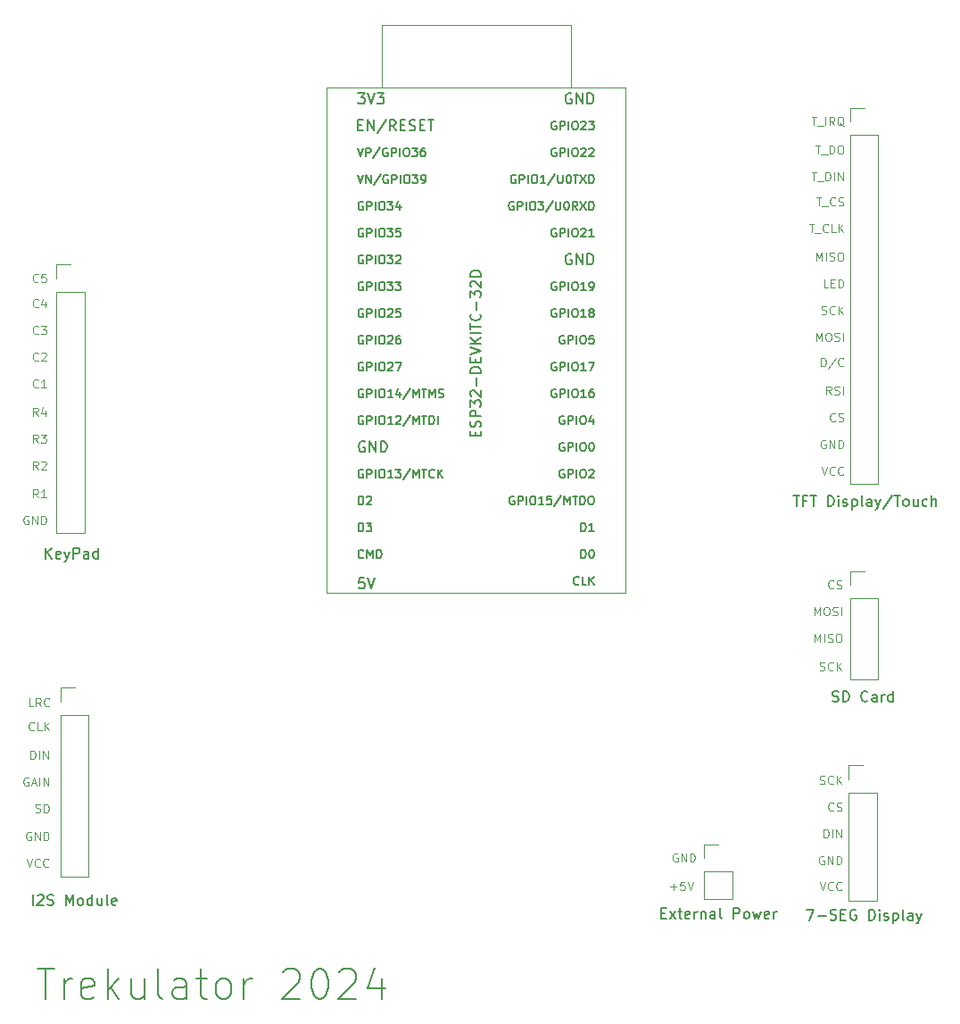
<source format=gbr>
%TF.GenerationSoftware,KiCad,Pcbnew,8.0.7*%
%TF.CreationDate,2025-01-15T13:48:50-05:00*%
%TF.ProjectId,CPU,4350552e-6b69-4636-9164-5f7063625858,rev?*%
%TF.SameCoordinates,Original*%
%TF.FileFunction,Legend,Top*%
%TF.FilePolarity,Positive*%
%FSLAX46Y46*%
G04 Gerber Fmt 4.6, Leading zero omitted, Abs format (unit mm)*
G04 Created by KiCad (PCBNEW 8.0.7) date 2025-01-15 13:48:50*
%MOMM*%
%LPD*%
G01*
G04 APERTURE LIST*
%ADD10C,0.100000*%
%ADD11C,0.200000*%
%ADD12C,0.150000*%
%ADD13C,0.120000*%
G04 APERTURE END LIST*
D10*
X161762123Y-132484895D02*
X161762123Y-131684895D01*
X161762123Y-131684895D02*
X161952599Y-131684895D01*
X161952599Y-131684895D02*
X162066885Y-131722990D01*
X162066885Y-131722990D02*
X162143075Y-131799180D01*
X162143075Y-131799180D02*
X162181170Y-131875371D01*
X162181170Y-131875371D02*
X162219266Y-132027752D01*
X162219266Y-132027752D02*
X162219266Y-132142038D01*
X162219266Y-132142038D02*
X162181170Y-132294419D01*
X162181170Y-132294419D02*
X162143075Y-132370609D01*
X162143075Y-132370609D02*
X162066885Y-132446800D01*
X162066885Y-132446800D02*
X161952599Y-132484895D01*
X161952599Y-132484895D02*
X161762123Y-132484895D01*
X162562123Y-132484895D02*
X162562123Y-131684895D01*
X162943075Y-132484895D02*
X162943075Y-131684895D01*
X162943075Y-131684895D02*
X163400218Y-132484895D01*
X163400218Y-132484895D02*
X163400218Y-131684895D01*
X162676408Y-129868704D02*
X162638312Y-129906800D01*
X162638312Y-129906800D02*
X162524027Y-129944895D01*
X162524027Y-129944895D02*
X162447836Y-129944895D01*
X162447836Y-129944895D02*
X162333550Y-129906800D01*
X162333550Y-129906800D02*
X162257360Y-129830609D01*
X162257360Y-129830609D02*
X162219265Y-129754419D01*
X162219265Y-129754419D02*
X162181169Y-129602038D01*
X162181169Y-129602038D02*
X162181169Y-129487752D01*
X162181169Y-129487752D02*
X162219265Y-129335371D01*
X162219265Y-129335371D02*
X162257360Y-129259180D01*
X162257360Y-129259180D02*
X162333550Y-129182990D01*
X162333550Y-129182990D02*
X162447836Y-129144895D01*
X162447836Y-129144895D02*
X162524027Y-129144895D01*
X162524027Y-129144895D02*
X162638312Y-129182990D01*
X162638312Y-129182990D02*
X162676408Y-129221085D01*
X162981169Y-129906800D02*
X163095455Y-129944895D01*
X163095455Y-129944895D02*
X163285931Y-129944895D01*
X163285931Y-129944895D02*
X163362122Y-129906800D01*
X163362122Y-129906800D02*
X163400217Y-129868704D01*
X163400217Y-129868704D02*
X163438312Y-129792514D01*
X163438312Y-129792514D02*
X163438312Y-129716323D01*
X163438312Y-129716323D02*
X163400217Y-129640133D01*
X163400217Y-129640133D02*
X163362122Y-129602038D01*
X163362122Y-129602038D02*
X163285931Y-129563942D01*
X163285931Y-129563942D02*
X163133550Y-129525847D01*
X163133550Y-129525847D02*
X163057360Y-129487752D01*
X163057360Y-129487752D02*
X163019265Y-129449657D01*
X163019265Y-129449657D02*
X162981169Y-129373466D01*
X162981169Y-129373466D02*
X162981169Y-129297276D01*
X162981169Y-129297276D02*
X163019265Y-129221085D01*
X163019265Y-129221085D02*
X163057360Y-129182990D01*
X163057360Y-129182990D02*
X163133550Y-129144895D01*
X163133550Y-129144895D02*
X163324027Y-129144895D01*
X163324027Y-129144895D02*
X163438312Y-129182990D01*
X161381169Y-127366800D02*
X161495455Y-127404895D01*
X161495455Y-127404895D02*
X161685931Y-127404895D01*
X161685931Y-127404895D02*
X161762122Y-127366800D01*
X161762122Y-127366800D02*
X161800217Y-127328704D01*
X161800217Y-127328704D02*
X161838312Y-127252514D01*
X161838312Y-127252514D02*
X161838312Y-127176323D01*
X161838312Y-127176323D02*
X161800217Y-127100133D01*
X161800217Y-127100133D02*
X161762122Y-127062038D01*
X161762122Y-127062038D02*
X161685931Y-127023942D01*
X161685931Y-127023942D02*
X161533550Y-126985847D01*
X161533550Y-126985847D02*
X161457360Y-126947752D01*
X161457360Y-126947752D02*
X161419265Y-126909657D01*
X161419265Y-126909657D02*
X161381169Y-126833466D01*
X161381169Y-126833466D02*
X161381169Y-126757276D01*
X161381169Y-126757276D02*
X161419265Y-126681085D01*
X161419265Y-126681085D02*
X161457360Y-126642990D01*
X161457360Y-126642990D02*
X161533550Y-126604895D01*
X161533550Y-126604895D02*
X161724027Y-126604895D01*
X161724027Y-126604895D02*
X161838312Y-126642990D01*
X162638313Y-127328704D02*
X162600217Y-127366800D01*
X162600217Y-127366800D02*
X162485932Y-127404895D01*
X162485932Y-127404895D02*
X162409741Y-127404895D01*
X162409741Y-127404895D02*
X162295455Y-127366800D01*
X162295455Y-127366800D02*
X162219265Y-127290609D01*
X162219265Y-127290609D02*
X162181170Y-127214419D01*
X162181170Y-127214419D02*
X162143074Y-127062038D01*
X162143074Y-127062038D02*
X162143074Y-126947752D01*
X162143074Y-126947752D02*
X162181170Y-126795371D01*
X162181170Y-126795371D02*
X162219265Y-126719180D01*
X162219265Y-126719180D02*
X162295455Y-126642990D01*
X162295455Y-126642990D02*
X162409741Y-126604895D01*
X162409741Y-126604895D02*
X162485932Y-126604895D01*
X162485932Y-126604895D02*
X162600217Y-126642990D01*
X162600217Y-126642990D02*
X162638313Y-126681085D01*
X162981170Y-127404895D02*
X162981170Y-126604895D01*
X163438313Y-127404895D02*
X163095455Y-126947752D01*
X163438313Y-126604895D02*
X162981170Y-127062038D01*
X161381170Y-136637895D02*
X161647837Y-137437895D01*
X161647837Y-137437895D02*
X161914503Y-136637895D01*
X162638313Y-137361704D02*
X162600217Y-137399800D01*
X162600217Y-137399800D02*
X162485932Y-137437895D01*
X162485932Y-137437895D02*
X162409741Y-137437895D01*
X162409741Y-137437895D02*
X162295455Y-137399800D01*
X162295455Y-137399800D02*
X162219265Y-137323609D01*
X162219265Y-137323609D02*
X162181170Y-137247419D01*
X162181170Y-137247419D02*
X162143074Y-137095038D01*
X162143074Y-137095038D02*
X162143074Y-136980752D01*
X162143074Y-136980752D02*
X162181170Y-136828371D01*
X162181170Y-136828371D02*
X162219265Y-136752180D01*
X162219265Y-136752180D02*
X162295455Y-136675990D01*
X162295455Y-136675990D02*
X162409741Y-136637895D01*
X162409741Y-136637895D02*
X162485932Y-136637895D01*
X162485932Y-136637895D02*
X162600217Y-136675990D01*
X162600217Y-136675990D02*
X162638313Y-136714085D01*
X163438313Y-137361704D02*
X163400217Y-137399800D01*
X163400217Y-137399800D02*
X163285932Y-137437895D01*
X163285932Y-137437895D02*
X163209741Y-137437895D01*
X163209741Y-137437895D02*
X163095455Y-137399800D01*
X163095455Y-137399800D02*
X163019265Y-137323609D01*
X163019265Y-137323609D02*
X162981170Y-137247419D01*
X162981170Y-137247419D02*
X162943074Y-137095038D01*
X162943074Y-137095038D02*
X162943074Y-136980752D01*
X162943074Y-136980752D02*
X162981170Y-136828371D01*
X162981170Y-136828371D02*
X163019265Y-136752180D01*
X163019265Y-136752180D02*
X163095455Y-136675990D01*
X163095455Y-136675990D02*
X163209741Y-136637895D01*
X163209741Y-136637895D02*
X163285932Y-136637895D01*
X163285932Y-136637895D02*
X163400217Y-136675990D01*
X163400217Y-136675990D02*
X163438313Y-136714085D01*
X161762122Y-134262990D02*
X161685932Y-134224895D01*
X161685932Y-134224895D02*
X161571646Y-134224895D01*
X161571646Y-134224895D02*
X161457360Y-134262990D01*
X161457360Y-134262990D02*
X161381170Y-134339180D01*
X161381170Y-134339180D02*
X161343075Y-134415371D01*
X161343075Y-134415371D02*
X161304979Y-134567752D01*
X161304979Y-134567752D02*
X161304979Y-134682038D01*
X161304979Y-134682038D02*
X161343075Y-134834419D01*
X161343075Y-134834419D02*
X161381170Y-134910609D01*
X161381170Y-134910609D02*
X161457360Y-134986800D01*
X161457360Y-134986800D02*
X161571646Y-135024895D01*
X161571646Y-135024895D02*
X161647837Y-135024895D01*
X161647837Y-135024895D02*
X161762122Y-134986800D01*
X161762122Y-134986800D02*
X161800218Y-134948704D01*
X161800218Y-134948704D02*
X161800218Y-134682038D01*
X161800218Y-134682038D02*
X161647837Y-134682038D01*
X162143075Y-135024895D02*
X162143075Y-134224895D01*
X162143075Y-134224895D02*
X162600218Y-135024895D01*
X162600218Y-135024895D02*
X162600218Y-134224895D01*
X162981170Y-135024895D02*
X162981170Y-134224895D01*
X162981170Y-134224895D02*
X163171646Y-134224895D01*
X163171646Y-134224895D02*
X163285932Y-134262990D01*
X163285932Y-134262990D02*
X163362122Y-134339180D01*
X163362122Y-134339180D02*
X163400217Y-134415371D01*
X163400217Y-134415371D02*
X163438313Y-134567752D01*
X163438313Y-134567752D02*
X163438313Y-134682038D01*
X163438313Y-134682038D02*
X163400217Y-134834419D01*
X163400217Y-134834419D02*
X163362122Y-134910609D01*
X163362122Y-134910609D02*
X163285932Y-134986800D01*
X163285932Y-134986800D02*
X163171646Y-135024895D01*
X163171646Y-135024895D02*
X162981170Y-135024895D01*
X160885932Y-113942895D02*
X160885932Y-113142895D01*
X160885932Y-113142895D02*
X161152598Y-113714323D01*
X161152598Y-113714323D02*
X161419265Y-113142895D01*
X161419265Y-113142895D02*
X161419265Y-113942895D01*
X161800218Y-113942895D02*
X161800218Y-113142895D01*
X162143074Y-113904800D02*
X162257360Y-113942895D01*
X162257360Y-113942895D02*
X162447836Y-113942895D01*
X162447836Y-113942895D02*
X162524027Y-113904800D01*
X162524027Y-113904800D02*
X162562122Y-113866704D01*
X162562122Y-113866704D02*
X162600217Y-113790514D01*
X162600217Y-113790514D02*
X162600217Y-113714323D01*
X162600217Y-113714323D02*
X162562122Y-113638133D01*
X162562122Y-113638133D02*
X162524027Y-113600038D01*
X162524027Y-113600038D02*
X162447836Y-113561942D01*
X162447836Y-113561942D02*
X162295455Y-113523847D01*
X162295455Y-113523847D02*
X162219265Y-113485752D01*
X162219265Y-113485752D02*
X162181170Y-113447657D01*
X162181170Y-113447657D02*
X162143074Y-113371466D01*
X162143074Y-113371466D02*
X162143074Y-113295276D01*
X162143074Y-113295276D02*
X162181170Y-113219085D01*
X162181170Y-113219085D02*
X162219265Y-113180990D01*
X162219265Y-113180990D02*
X162295455Y-113142895D01*
X162295455Y-113142895D02*
X162485932Y-113142895D01*
X162485932Y-113142895D02*
X162600217Y-113180990D01*
X163095456Y-113142895D02*
X163247837Y-113142895D01*
X163247837Y-113142895D02*
X163324027Y-113180990D01*
X163324027Y-113180990D02*
X163400218Y-113257180D01*
X163400218Y-113257180D02*
X163438313Y-113409561D01*
X163438313Y-113409561D02*
X163438313Y-113676228D01*
X163438313Y-113676228D02*
X163400218Y-113828609D01*
X163400218Y-113828609D02*
X163324027Y-113904800D01*
X163324027Y-113904800D02*
X163247837Y-113942895D01*
X163247837Y-113942895D02*
X163095456Y-113942895D01*
X163095456Y-113942895D02*
X163019265Y-113904800D01*
X163019265Y-113904800D02*
X162943075Y-113828609D01*
X162943075Y-113828609D02*
X162904979Y-113676228D01*
X162904979Y-113676228D02*
X162904979Y-113409561D01*
X162904979Y-113409561D02*
X162943075Y-113257180D01*
X162943075Y-113257180D02*
X163019265Y-113180990D01*
X163019265Y-113180990D02*
X163095456Y-113142895D01*
X160885932Y-111402895D02*
X160885932Y-110602895D01*
X160885932Y-110602895D02*
X161152598Y-111174323D01*
X161152598Y-111174323D02*
X161419265Y-110602895D01*
X161419265Y-110602895D02*
X161419265Y-111402895D01*
X161952599Y-110602895D02*
X162104980Y-110602895D01*
X162104980Y-110602895D02*
X162181170Y-110640990D01*
X162181170Y-110640990D02*
X162257361Y-110717180D01*
X162257361Y-110717180D02*
X162295456Y-110869561D01*
X162295456Y-110869561D02*
X162295456Y-111136228D01*
X162295456Y-111136228D02*
X162257361Y-111288609D01*
X162257361Y-111288609D02*
X162181170Y-111364800D01*
X162181170Y-111364800D02*
X162104980Y-111402895D01*
X162104980Y-111402895D02*
X161952599Y-111402895D01*
X161952599Y-111402895D02*
X161876408Y-111364800D01*
X161876408Y-111364800D02*
X161800218Y-111288609D01*
X161800218Y-111288609D02*
X161762122Y-111136228D01*
X161762122Y-111136228D02*
X161762122Y-110869561D01*
X161762122Y-110869561D02*
X161800218Y-110717180D01*
X161800218Y-110717180D02*
X161876408Y-110640990D01*
X161876408Y-110640990D02*
X161952599Y-110602895D01*
X162600217Y-111364800D02*
X162714503Y-111402895D01*
X162714503Y-111402895D02*
X162904979Y-111402895D01*
X162904979Y-111402895D02*
X162981170Y-111364800D01*
X162981170Y-111364800D02*
X163019265Y-111326704D01*
X163019265Y-111326704D02*
X163057360Y-111250514D01*
X163057360Y-111250514D02*
X163057360Y-111174323D01*
X163057360Y-111174323D02*
X163019265Y-111098133D01*
X163019265Y-111098133D02*
X162981170Y-111060038D01*
X162981170Y-111060038D02*
X162904979Y-111021942D01*
X162904979Y-111021942D02*
X162752598Y-110983847D01*
X162752598Y-110983847D02*
X162676408Y-110945752D01*
X162676408Y-110945752D02*
X162638313Y-110907657D01*
X162638313Y-110907657D02*
X162600217Y-110831466D01*
X162600217Y-110831466D02*
X162600217Y-110755276D01*
X162600217Y-110755276D02*
X162638313Y-110679085D01*
X162638313Y-110679085D02*
X162676408Y-110640990D01*
X162676408Y-110640990D02*
X162752598Y-110602895D01*
X162752598Y-110602895D02*
X162943075Y-110602895D01*
X162943075Y-110602895D02*
X163057360Y-110640990D01*
X163400218Y-111402895D02*
X163400218Y-110602895D01*
X161381169Y-116571800D02*
X161495455Y-116609895D01*
X161495455Y-116609895D02*
X161685931Y-116609895D01*
X161685931Y-116609895D02*
X161762122Y-116571800D01*
X161762122Y-116571800D02*
X161800217Y-116533704D01*
X161800217Y-116533704D02*
X161838312Y-116457514D01*
X161838312Y-116457514D02*
X161838312Y-116381323D01*
X161838312Y-116381323D02*
X161800217Y-116305133D01*
X161800217Y-116305133D02*
X161762122Y-116267038D01*
X161762122Y-116267038D02*
X161685931Y-116228942D01*
X161685931Y-116228942D02*
X161533550Y-116190847D01*
X161533550Y-116190847D02*
X161457360Y-116152752D01*
X161457360Y-116152752D02*
X161419265Y-116114657D01*
X161419265Y-116114657D02*
X161381169Y-116038466D01*
X161381169Y-116038466D02*
X161381169Y-115962276D01*
X161381169Y-115962276D02*
X161419265Y-115886085D01*
X161419265Y-115886085D02*
X161457360Y-115847990D01*
X161457360Y-115847990D02*
X161533550Y-115809895D01*
X161533550Y-115809895D02*
X161724027Y-115809895D01*
X161724027Y-115809895D02*
X161838312Y-115847990D01*
X162638313Y-116533704D02*
X162600217Y-116571800D01*
X162600217Y-116571800D02*
X162485932Y-116609895D01*
X162485932Y-116609895D02*
X162409741Y-116609895D01*
X162409741Y-116609895D02*
X162295455Y-116571800D01*
X162295455Y-116571800D02*
X162219265Y-116495609D01*
X162219265Y-116495609D02*
X162181170Y-116419419D01*
X162181170Y-116419419D02*
X162143074Y-116267038D01*
X162143074Y-116267038D02*
X162143074Y-116152752D01*
X162143074Y-116152752D02*
X162181170Y-116000371D01*
X162181170Y-116000371D02*
X162219265Y-115924180D01*
X162219265Y-115924180D02*
X162295455Y-115847990D01*
X162295455Y-115847990D02*
X162409741Y-115809895D01*
X162409741Y-115809895D02*
X162485932Y-115809895D01*
X162485932Y-115809895D02*
X162600217Y-115847990D01*
X162600217Y-115847990D02*
X162638313Y-115886085D01*
X162981170Y-116609895D02*
X162981170Y-115809895D01*
X163438313Y-116609895D02*
X163095455Y-116152752D01*
X163438313Y-115809895D02*
X162981170Y-116267038D01*
X162676408Y-108786704D02*
X162638312Y-108824800D01*
X162638312Y-108824800D02*
X162524027Y-108862895D01*
X162524027Y-108862895D02*
X162447836Y-108862895D01*
X162447836Y-108862895D02*
X162333550Y-108824800D01*
X162333550Y-108824800D02*
X162257360Y-108748609D01*
X162257360Y-108748609D02*
X162219265Y-108672419D01*
X162219265Y-108672419D02*
X162181169Y-108520038D01*
X162181169Y-108520038D02*
X162181169Y-108405752D01*
X162181169Y-108405752D02*
X162219265Y-108253371D01*
X162219265Y-108253371D02*
X162257360Y-108177180D01*
X162257360Y-108177180D02*
X162333550Y-108100990D01*
X162333550Y-108100990D02*
X162447836Y-108062895D01*
X162447836Y-108062895D02*
X162524027Y-108062895D01*
X162524027Y-108062895D02*
X162638312Y-108100990D01*
X162638312Y-108100990D02*
X162676408Y-108139085D01*
X162981169Y-108824800D02*
X163095455Y-108862895D01*
X163095455Y-108862895D02*
X163285931Y-108862895D01*
X163285931Y-108862895D02*
X163362122Y-108824800D01*
X163362122Y-108824800D02*
X163400217Y-108786704D01*
X163400217Y-108786704D02*
X163438312Y-108710514D01*
X163438312Y-108710514D02*
X163438312Y-108634323D01*
X163438312Y-108634323D02*
X163400217Y-108558133D01*
X163400217Y-108558133D02*
X163362122Y-108520038D01*
X163362122Y-108520038D02*
X163285931Y-108481942D01*
X163285931Y-108481942D02*
X163133550Y-108443847D01*
X163133550Y-108443847D02*
X163057360Y-108405752D01*
X163057360Y-108405752D02*
X163019265Y-108367657D01*
X163019265Y-108367657D02*
X162981169Y-108291466D01*
X162981169Y-108291466D02*
X162981169Y-108215276D01*
X162981169Y-108215276D02*
X163019265Y-108139085D01*
X163019265Y-108139085D02*
X163057360Y-108100990D01*
X163057360Y-108100990D02*
X163133550Y-108062895D01*
X163133550Y-108062895D02*
X163324027Y-108062895D01*
X163324027Y-108062895D02*
X163438312Y-108100990D01*
X161558979Y-97267895D02*
X161825646Y-98067895D01*
X161825646Y-98067895D02*
X162092312Y-97267895D01*
X162816122Y-97991704D02*
X162778026Y-98029800D01*
X162778026Y-98029800D02*
X162663741Y-98067895D01*
X162663741Y-98067895D02*
X162587550Y-98067895D01*
X162587550Y-98067895D02*
X162473264Y-98029800D01*
X162473264Y-98029800D02*
X162397074Y-97953609D01*
X162397074Y-97953609D02*
X162358979Y-97877419D01*
X162358979Y-97877419D02*
X162320883Y-97725038D01*
X162320883Y-97725038D02*
X162320883Y-97610752D01*
X162320883Y-97610752D02*
X162358979Y-97458371D01*
X162358979Y-97458371D02*
X162397074Y-97382180D01*
X162397074Y-97382180D02*
X162473264Y-97305990D01*
X162473264Y-97305990D02*
X162587550Y-97267895D01*
X162587550Y-97267895D02*
X162663741Y-97267895D01*
X162663741Y-97267895D02*
X162778026Y-97305990D01*
X162778026Y-97305990D02*
X162816122Y-97344085D01*
X163616122Y-97991704D02*
X163578026Y-98029800D01*
X163578026Y-98029800D02*
X163463741Y-98067895D01*
X163463741Y-98067895D02*
X163387550Y-98067895D01*
X163387550Y-98067895D02*
X163273264Y-98029800D01*
X163273264Y-98029800D02*
X163197074Y-97953609D01*
X163197074Y-97953609D02*
X163158979Y-97877419D01*
X163158979Y-97877419D02*
X163120883Y-97725038D01*
X163120883Y-97725038D02*
X163120883Y-97610752D01*
X163120883Y-97610752D02*
X163158979Y-97458371D01*
X163158979Y-97458371D02*
X163197074Y-97382180D01*
X163197074Y-97382180D02*
X163273264Y-97305990D01*
X163273264Y-97305990D02*
X163387550Y-97267895D01*
X163387550Y-97267895D02*
X163463741Y-97267895D01*
X163463741Y-97267895D02*
X163578026Y-97305990D01*
X163578026Y-97305990D02*
X163616122Y-97344085D01*
X161939931Y-94765990D02*
X161863741Y-94727895D01*
X161863741Y-94727895D02*
X161749455Y-94727895D01*
X161749455Y-94727895D02*
X161635169Y-94765990D01*
X161635169Y-94765990D02*
X161558979Y-94842180D01*
X161558979Y-94842180D02*
X161520884Y-94918371D01*
X161520884Y-94918371D02*
X161482788Y-95070752D01*
X161482788Y-95070752D02*
X161482788Y-95185038D01*
X161482788Y-95185038D02*
X161520884Y-95337419D01*
X161520884Y-95337419D02*
X161558979Y-95413609D01*
X161558979Y-95413609D02*
X161635169Y-95489800D01*
X161635169Y-95489800D02*
X161749455Y-95527895D01*
X161749455Y-95527895D02*
X161825646Y-95527895D01*
X161825646Y-95527895D02*
X161939931Y-95489800D01*
X161939931Y-95489800D02*
X161978027Y-95451704D01*
X161978027Y-95451704D02*
X161978027Y-95185038D01*
X161978027Y-95185038D02*
X161825646Y-95185038D01*
X162320884Y-95527895D02*
X162320884Y-94727895D01*
X162320884Y-94727895D02*
X162778027Y-95527895D01*
X162778027Y-95527895D02*
X162778027Y-94727895D01*
X163158979Y-95527895D02*
X163158979Y-94727895D01*
X163158979Y-94727895D02*
X163349455Y-94727895D01*
X163349455Y-94727895D02*
X163463741Y-94765990D01*
X163463741Y-94765990D02*
X163539931Y-94842180D01*
X163539931Y-94842180D02*
X163578026Y-94918371D01*
X163578026Y-94918371D02*
X163616122Y-95070752D01*
X163616122Y-95070752D02*
X163616122Y-95185038D01*
X163616122Y-95185038D02*
X163578026Y-95337419D01*
X163578026Y-95337419D02*
X163539931Y-95413609D01*
X163539931Y-95413609D02*
X163463741Y-95489800D01*
X163463741Y-95489800D02*
X163349455Y-95527895D01*
X163349455Y-95527895D02*
X163158979Y-95527895D01*
X162854217Y-92911704D02*
X162816121Y-92949800D01*
X162816121Y-92949800D02*
X162701836Y-92987895D01*
X162701836Y-92987895D02*
X162625645Y-92987895D01*
X162625645Y-92987895D02*
X162511359Y-92949800D01*
X162511359Y-92949800D02*
X162435169Y-92873609D01*
X162435169Y-92873609D02*
X162397074Y-92797419D01*
X162397074Y-92797419D02*
X162358978Y-92645038D01*
X162358978Y-92645038D02*
X162358978Y-92530752D01*
X162358978Y-92530752D02*
X162397074Y-92378371D01*
X162397074Y-92378371D02*
X162435169Y-92302180D01*
X162435169Y-92302180D02*
X162511359Y-92225990D01*
X162511359Y-92225990D02*
X162625645Y-92187895D01*
X162625645Y-92187895D02*
X162701836Y-92187895D01*
X162701836Y-92187895D02*
X162816121Y-92225990D01*
X162816121Y-92225990D02*
X162854217Y-92264085D01*
X163158978Y-92949800D02*
X163273264Y-92987895D01*
X163273264Y-92987895D02*
X163463740Y-92987895D01*
X163463740Y-92987895D02*
X163539931Y-92949800D01*
X163539931Y-92949800D02*
X163578026Y-92911704D01*
X163578026Y-92911704D02*
X163616121Y-92835514D01*
X163616121Y-92835514D02*
X163616121Y-92759323D01*
X163616121Y-92759323D02*
X163578026Y-92683133D01*
X163578026Y-92683133D02*
X163539931Y-92645038D01*
X163539931Y-92645038D02*
X163463740Y-92606942D01*
X163463740Y-92606942D02*
X163311359Y-92568847D01*
X163311359Y-92568847D02*
X163235169Y-92530752D01*
X163235169Y-92530752D02*
X163197074Y-92492657D01*
X163197074Y-92492657D02*
X163158978Y-92416466D01*
X163158978Y-92416466D02*
X163158978Y-92340276D01*
X163158978Y-92340276D02*
X163197074Y-92264085D01*
X163197074Y-92264085D02*
X163235169Y-92225990D01*
X163235169Y-92225990D02*
X163311359Y-92187895D01*
X163311359Y-92187895D02*
X163501836Y-92187895D01*
X163501836Y-92187895D02*
X163616121Y-92225990D01*
X162473265Y-90447895D02*
X162206598Y-90066942D01*
X162016122Y-90447895D02*
X162016122Y-89647895D01*
X162016122Y-89647895D02*
X162320884Y-89647895D01*
X162320884Y-89647895D02*
X162397074Y-89685990D01*
X162397074Y-89685990D02*
X162435169Y-89724085D01*
X162435169Y-89724085D02*
X162473265Y-89800276D01*
X162473265Y-89800276D02*
X162473265Y-89914561D01*
X162473265Y-89914561D02*
X162435169Y-89990752D01*
X162435169Y-89990752D02*
X162397074Y-90028847D01*
X162397074Y-90028847D02*
X162320884Y-90066942D01*
X162320884Y-90066942D02*
X162016122Y-90066942D01*
X162778026Y-90409800D02*
X162892312Y-90447895D01*
X162892312Y-90447895D02*
X163082788Y-90447895D01*
X163082788Y-90447895D02*
X163158979Y-90409800D01*
X163158979Y-90409800D02*
X163197074Y-90371704D01*
X163197074Y-90371704D02*
X163235169Y-90295514D01*
X163235169Y-90295514D02*
X163235169Y-90219323D01*
X163235169Y-90219323D02*
X163197074Y-90143133D01*
X163197074Y-90143133D02*
X163158979Y-90105038D01*
X163158979Y-90105038D02*
X163082788Y-90066942D01*
X163082788Y-90066942D02*
X162930407Y-90028847D01*
X162930407Y-90028847D02*
X162854217Y-89990752D01*
X162854217Y-89990752D02*
X162816122Y-89952657D01*
X162816122Y-89952657D02*
X162778026Y-89876466D01*
X162778026Y-89876466D02*
X162778026Y-89800276D01*
X162778026Y-89800276D02*
X162816122Y-89724085D01*
X162816122Y-89724085D02*
X162854217Y-89685990D01*
X162854217Y-89685990D02*
X162930407Y-89647895D01*
X162930407Y-89647895D02*
X163120884Y-89647895D01*
X163120884Y-89647895D02*
X163235169Y-89685990D01*
X163578027Y-90447895D02*
X163578027Y-89647895D01*
X161520884Y-87780895D02*
X161520884Y-86980895D01*
X161520884Y-86980895D02*
X161711360Y-86980895D01*
X161711360Y-86980895D02*
X161825646Y-87018990D01*
X161825646Y-87018990D02*
X161901836Y-87095180D01*
X161901836Y-87095180D02*
X161939931Y-87171371D01*
X161939931Y-87171371D02*
X161978027Y-87323752D01*
X161978027Y-87323752D02*
X161978027Y-87438038D01*
X161978027Y-87438038D02*
X161939931Y-87590419D01*
X161939931Y-87590419D02*
X161901836Y-87666609D01*
X161901836Y-87666609D02*
X161825646Y-87742800D01*
X161825646Y-87742800D02*
X161711360Y-87780895D01*
X161711360Y-87780895D02*
X161520884Y-87780895D01*
X162892312Y-86942800D02*
X162206598Y-87971371D01*
X163616122Y-87704704D02*
X163578026Y-87742800D01*
X163578026Y-87742800D02*
X163463741Y-87780895D01*
X163463741Y-87780895D02*
X163387550Y-87780895D01*
X163387550Y-87780895D02*
X163273264Y-87742800D01*
X163273264Y-87742800D02*
X163197074Y-87666609D01*
X163197074Y-87666609D02*
X163158979Y-87590419D01*
X163158979Y-87590419D02*
X163120883Y-87438038D01*
X163120883Y-87438038D02*
X163120883Y-87323752D01*
X163120883Y-87323752D02*
X163158979Y-87171371D01*
X163158979Y-87171371D02*
X163197074Y-87095180D01*
X163197074Y-87095180D02*
X163273264Y-87018990D01*
X163273264Y-87018990D02*
X163387550Y-86980895D01*
X163387550Y-86980895D02*
X163463741Y-86980895D01*
X163463741Y-86980895D02*
X163578026Y-87018990D01*
X163578026Y-87018990D02*
X163616122Y-87057085D01*
X161063741Y-85367895D02*
X161063741Y-84567895D01*
X161063741Y-84567895D02*
X161330407Y-85139323D01*
X161330407Y-85139323D02*
X161597074Y-84567895D01*
X161597074Y-84567895D02*
X161597074Y-85367895D01*
X162130408Y-84567895D02*
X162282789Y-84567895D01*
X162282789Y-84567895D02*
X162358979Y-84605990D01*
X162358979Y-84605990D02*
X162435170Y-84682180D01*
X162435170Y-84682180D02*
X162473265Y-84834561D01*
X162473265Y-84834561D02*
X162473265Y-85101228D01*
X162473265Y-85101228D02*
X162435170Y-85253609D01*
X162435170Y-85253609D02*
X162358979Y-85329800D01*
X162358979Y-85329800D02*
X162282789Y-85367895D01*
X162282789Y-85367895D02*
X162130408Y-85367895D01*
X162130408Y-85367895D02*
X162054217Y-85329800D01*
X162054217Y-85329800D02*
X161978027Y-85253609D01*
X161978027Y-85253609D02*
X161939931Y-85101228D01*
X161939931Y-85101228D02*
X161939931Y-84834561D01*
X161939931Y-84834561D02*
X161978027Y-84682180D01*
X161978027Y-84682180D02*
X162054217Y-84605990D01*
X162054217Y-84605990D02*
X162130408Y-84567895D01*
X162778026Y-85329800D02*
X162892312Y-85367895D01*
X162892312Y-85367895D02*
X163082788Y-85367895D01*
X163082788Y-85367895D02*
X163158979Y-85329800D01*
X163158979Y-85329800D02*
X163197074Y-85291704D01*
X163197074Y-85291704D02*
X163235169Y-85215514D01*
X163235169Y-85215514D02*
X163235169Y-85139323D01*
X163235169Y-85139323D02*
X163197074Y-85063133D01*
X163197074Y-85063133D02*
X163158979Y-85025038D01*
X163158979Y-85025038D02*
X163082788Y-84986942D01*
X163082788Y-84986942D02*
X162930407Y-84948847D01*
X162930407Y-84948847D02*
X162854217Y-84910752D01*
X162854217Y-84910752D02*
X162816122Y-84872657D01*
X162816122Y-84872657D02*
X162778026Y-84796466D01*
X162778026Y-84796466D02*
X162778026Y-84720276D01*
X162778026Y-84720276D02*
X162816122Y-84644085D01*
X162816122Y-84644085D02*
X162854217Y-84605990D01*
X162854217Y-84605990D02*
X162930407Y-84567895D01*
X162930407Y-84567895D02*
X163120884Y-84567895D01*
X163120884Y-84567895D02*
X163235169Y-84605990D01*
X163578027Y-85367895D02*
X163578027Y-84567895D01*
X161558978Y-82789800D02*
X161673264Y-82827895D01*
X161673264Y-82827895D02*
X161863740Y-82827895D01*
X161863740Y-82827895D02*
X161939931Y-82789800D01*
X161939931Y-82789800D02*
X161978026Y-82751704D01*
X161978026Y-82751704D02*
X162016121Y-82675514D01*
X162016121Y-82675514D02*
X162016121Y-82599323D01*
X162016121Y-82599323D02*
X161978026Y-82523133D01*
X161978026Y-82523133D02*
X161939931Y-82485038D01*
X161939931Y-82485038D02*
X161863740Y-82446942D01*
X161863740Y-82446942D02*
X161711359Y-82408847D01*
X161711359Y-82408847D02*
X161635169Y-82370752D01*
X161635169Y-82370752D02*
X161597074Y-82332657D01*
X161597074Y-82332657D02*
X161558978Y-82256466D01*
X161558978Y-82256466D02*
X161558978Y-82180276D01*
X161558978Y-82180276D02*
X161597074Y-82104085D01*
X161597074Y-82104085D02*
X161635169Y-82065990D01*
X161635169Y-82065990D02*
X161711359Y-82027895D01*
X161711359Y-82027895D02*
X161901836Y-82027895D01*
X161901836Y-82027895D02*
X162016121Y-82065990D01*
X162816122Y-82751704D02*
X162778026Y-82789800D01*
X162778026Y-82789800D02*
X162663741Y-82827895D01*
X162663741Y-82827895D02*
X162587550Y-82827895D01*
X162587550Y-82827895D02*
X162473264Y-82789800D01*
X162473264Y-82789800D02*
X162397074Y-82713609D01*
X162397074Y-82713609D02*
X162358979Y-82637419D01*
X162358979Y-82637419D02*
X162320883Y-82485038D01*
X162320883Y-82485038D02*
X162320883Y-82370752D01*
X162320883Y-82370752D02*
X162358979Y-82218371D01*
X162358979Y-82218371D02*
X162397074Y-82142180D01*
X162397074Y-82142180D02*
X162473264Y-82065990D01*
X162473264Y-82065990D02*
X162587550Y-82027895D01*
X162587550Y-82027895D02*
X162663741Y-82027895D01*
X162663741Y-82027895D02*
X162778026Y-82065990D01*
X162778026Y-82065990D02*
X162816122Y-82104085D01*
X163158979Y-82827895D02*
X163158979Y-82027895D01*
X163616122Y-82827895D02*
X163273264Y-82370752D01*
X163616122Y-82027895D02*
X163158979Y-82485038D01*
X162168502Y-80287895D02*
X161787550Y-80287895D01*
X161787550Y-80287895D02*
X161787550Y-79487895D01*
X162435169Y-79868847D02*
X162701835Y-79868847D01*
X162816121Y-80287895D02*
X162435169Y-80287895D01*
X162435169Y-80287895D02*
X162435169Y-79487895D01*
X162435169Y-79487895D02*
X162816121Y-79487895D01*
X163158979Y-80287895D02*
X163158979Y-79487895D01*
X163158979Y-79487895D02*
X163349455Y-79487895D01*
X163349455Y-79487895D02*
X163463741Y-79525990D01*
X163463741Y-79525990D02*
X163539931Y-79602180D01*
X163539931Y-79602180D02*
X163578026Y-79678371D01*
X163578026Y-79678371D02*
X163616122Y-79830752D01*
X163616122Y-79830752D02*
X163616122Y-79945038D01*
X163616122Y-79945038D02*
X163578026Y-80097419D01*
X163578026Y-80097419D02*
X163539931Y-80173609D01*
X163539931Y-80173609D02*
X163463741Y-80249800D01*
X163463741Y-80249800D02*
X163349455Y-80287895D01*
X163349455Y-80287895D02*
X163158979Y-80287895D01*
X161063741Y-77747895D02*
X161063741Y-76947895D01*
X161063741Y-76947895D02*
X161330407Y-77519323D01*
X161330407Y-77519323D02*
X161597074Y-76947895D01*
X161597074Y-76947895D02*
X161597074Y-77747895D01*
X161978027Y-77747895D02*
X161978027Y-76947895D01*
X162320883Y-77709800D02*
X162435169Y-77747895D01*
X162435169Y-77747895D02*
X162625645Y-77747895D01*
X162625645Y-77747895D02*
X162701836Y-77709800D01*
X162701836Y-77709800D02*
X162739931Y-77671704D01*
X162739931Y-77671704D02*
X162778026Y-77595514D01*
X162778026Y-77595514D02*
X162778026Y-77519323D01*
X162778026Y-77519323D02*
X162739931Y-77443133D01*
X162739931Y-77443133D02*
X162701836Y-77405038D01*
X162701836Y-77405038D02*
X162625645Y-77366942D01*
X162625645Y-77366942D02*
X162473264Y-77328847D01*
X162473264Y-77328847D02*
X162397074Y-77290752D01*
X162397074Y-77290752D02*
X162358979Y-77252657D01*
X162358979Y-77252657D02*
X162320883Y-77176466D01*
X162320883Y-77176466D02*
X162320883Y-77100276D01*
X162320883Y-77100276D02*
X162358979Y-77024085D01*
X162358979Y-77024085D02*
X162397074Y-76985990D01*
X162397074Y-76985990D02*
X162473264Y-76947895D01*
X162473264Y-76947895D02*
X162663741Y-76947895D01*
X162663741Y-76947895D02*
X162778026Y-76985990D01*
X163273265Y-76947895D02*
X163425646Y-76947895D01*
X163425646Y-76947895D02*
X163501836Y-76985990D01*
X163501836Y-76985990D02*
X163578027Y-77062180D01*
X163578027Y-77062180D02*
X163616122Y-77214561D01*
X163616122Y-77214561D02*
X163616122Y-77481228D01*
X163616122Y-77481228D02*
X163578027Y-77633609D01*
X163578027Y-77633609D02*
X163501836Y-77709800D01*
X163501836Y-77709800D02*
X163425646Y-77747895D01*
X163425646Y-77747895D02*
X163273265Y-77747895D01*
X163273265Y-77747895D02*
X163197074Y-77709800D01*
X163197074Y-77709800D02*
X163120884Y-77633609D01*
X163120884Y-77633609D02*
X163082788Y-77481228D01*
X163082788Y-77481228D02*
X163082788Y-77214561D01*
X163082788Y-77214561D02*
X163120884Y-77062180D01*
X163120884Y-77062180D02*
X163197074Y-76985990D01*
X163197074Y-76985990D02*
X163273265Y-76947895D01*
X160378026Y-74280895D02*
X160835169Y-74280895D01*
X160606597Y-75080895D02*
X160606597Y-74280895D01*
X160911360Y-75157085D02*
X161520883Y-75157085D01*
X162168503Y-75004704D02*
X162130407Y-75042800D01*
X162130407Y-75042800D02*
X162016122Y-75080895D01*
X162016122Y-75080895D02*
X161939931Y-75080895D01*
X161939931Y-75080895D02*
X161825645Y-75042800D01*
X161825645Y-75042800D02*
X161749455Y-74966609D01*
X161749455Y-74966609D02*
X161711360Y-74890419D01*
X161711360Y-74890419D02*
X161673264Y-74738038D01*
X161673264Y-74738038D02*
X161673264Y-74623752D01*
X161673264Y-74623752D02*
X161711360Y-74471371D01*
X161711360Y-74471371D02*
X161749455Y-74395180D01*
X161749455Y-74395180D02*
X161825645Y-74318990D01*
X161825645Y-74318990D02*
X161939931Y-74280895D01*
X161939931Y-74280895D02*
X162016122Y-74280895D01*
X162016122Y-74280895D02*
X162130407Y-74318990D01*
X162130407Y-74318990D02*
X162168503Y-74357085D01*
X162892312Y-75080895D02*
X162511360Y-75080895D01*
X162511360Y-75080895D02*
X162511360Y-74280895D01*
X163158979Y-75080895D02*
X163158979Y-74280895D01*
X163616122Y-75080895D02*
X163273264Y-74623752D01*
X163616122Y-74280895D02*
X163158979Y-74738038D01*
X161063740Y-71740895D02*
X161520883Y-71740895D01*
X161292311Y-72540895D02*
X161292311Y-71740895D01*
X161597074Y-72617085D02*
X162206597Y-72617085D01*
X162854217Y-72464704D02*
X162816121Y-72502800D01*
X162816121Y-72502800D02*
X162701836Y-72540895D01*
X162701836Y-72540895D02*
X162625645Y-72540895D01*
X162625645Y-72540895D02*
X162511359Y-72502800D01*
X162511359Y-72502800D02*
X162435169Y-72426609D01*
X162435169Y-72426609D02*
X162397074Y-72350419D01*
X162397074Y-72350419D02*
X162358978Y-72198038D01*
X162358978Y-72198038D02*
X162358978Y-72083752D01*
X162358978Y-72083752D02*
X162397074Y-71931371D01*
X162397074Y-71931371D02*
X162435169Y-71855180D01*
X162435169Y-71855180D02*
X162511359Y-71778990D01*
X162511359Y-71778990D02*
X162625645Y-71740895D01*
X162625645Y-71740895D02*
X162701836Y-71740895D01*
X162701836Y-71740895D02*
X162816121Y-71778990D01*
X162816121Y-71778990D02*
X162854217Y-71817085D01*
X163158978Y-72502800D02*
X163273264Y-72540895D01*
X163273264Y-72540895D02*
X163463740Y-72540895D01*
X163463740Y-72540895D02*
X163539931Y-72502800D01*
X163539931Y-72502800D02*
X163578026Y-72464704D01*
X163578026Y-72464704D02*
X163616121Y-72388514D01*
X163616121Y-72388514D02*
X163616121Y-72312323D01*
X163616121Y-72312323D02*
X163578026Y-72236133D01*
X163578026Y-72236133D02*
X163539931Y-72198038D01*
X163539931Y-72198038D02*
X163463740Y-72159942D01*
X163463740Y-72159942D02*
X163311359Y-72121847D01*
X163311359Y-72121847D02*
X163235169Y-72083752D01*
X163235169Y-72083752D02*
X163197074Y-72045657D01*
X163197074Y-72045657D02*
X163158978Y-71969466D01*
X163158978Y-71969466D02*
X163158978Y-71893276D01*
X163158978Y-71893276D02*
X163197074Y-71817085D01*
X163197074Y-71817085D02*
X163235169Y-71778990D01*
X163235169Y-71778990D02*
X163311359Y-71740895D01*
X163311359Y-71740895D02*
X163501836Y-71740895D01*
X163501836Y-71740895D02*
X163616121Y-71778990D01*
X160606598Y-69327895D02*
X161063741Y-69327895D01*
X160835169Y-70127895D02*
X160835169Y-69327895D01*
X161139932Y-70204085D02*
X161749455Y-70204085D01*
X161939932Y-70127895D02*
X161939932Y-69327895D01*
X161939932Y-69327895D02*
X162130408Y-69327895D01*
X162130408Y-69327895D02*
X162244694Y-69365990D01*
X162244694Y-69365990D02*
X162320884Y-69442180D01*
X162320884Y-69442180D02*
X162358979Y-69518371D01*
X162358979Y-69518371D02*
X162397075Y-69670752D01*
X162397075Y-69670752D02*
X162397075Y-69785038D01*
X162397075Y-69785038D02*
X162358979Y-69937419D01*
X162358979Y-69937419D02*
X162320884Y-70013609D01*
X162320884Y-70013609D02*
X162244694Y-70089800D01*
X162244694Y-70089800D02*
X162130408Y-70127895D01*
X162130408Y-70127895D02*
X161939932Y-70127895D01*
X162739932Y-70127895D02*
X162739932Y-69327895D01*
X163120884Y-70127895D02*
X163120884Y-69327895D01*
X163120884Y-69327895D02*
X163578027Y-70127895D01*
X163578027Y-70127895D02*
X163578027Y-69327895D01*
X160987550Y-66787895D02*
X161444693Y-66787895D01*
X161216121Y-67587895D02*
X161216121Y-66787895D01*
X161520884Y-67664085D02*
X162130407Y-67664085D01*
X162320884Y-67587895D02*
X162320884Y-66787895D01*
X162320884Y-66787895D02*
X162511360Y-66787895D01*
X162511360Y-66787895D02*
X162625646Y-66825990D01*
X162625646Y-66825990D02*
X162701836Y-66902180D01*
X162701836Y-66902180D02*
X162739931Y-66978371D01*
X162739931Y-66978371D02*
X162778027Y-67130752D01*
X162778027Y-67130752D02*
X162778027Y-67245038D01*
X162778027Y-67245038D02*
X162739931Y-67397419D01*
X162739931Y-67397419D02*
X162701836Y-67473609D01*
X162701836Y-67473609D02*
X162625646Y-67549800D01*
X162625646Y-67549800D02*
X162511360Y-67587895D01*
X162511360Y-67587895D02*
X162320884Y-67587895D01*
X163273265Y-66787895D02*
X163425646Y-66787895D01*
X163425646Y-66787895D02*
X163501836Y-66825990D01*
X163501836Y-66825990D02*
X163578027Y-66902180D01*
X163578027Y-66902180D02*
X163616122Y-67054561D01*
X163616122Y-67054561D02*
X163616122Y-67321228D01*
X163616122Y-67321228D02*
X163578027Y-67473609D01*
X163578027Y-67473609D02*
X163501836Y-67549800D01*
X163501836Y-67549800D02*
X163425646Y-67587895D01*
X163425646Y-67587895D02*
X163273265Y-67587895D01*
X163273265Y-67587895D02*
X163197074Y-67549800D01*
X163197074Y-67549800D02*
X163120884Y-67473609D01*
X163120884Y-67473609D02*
X163082788Y-67321228D01*
X163082788Y-67321228D02*
X163082788Y-67054561D01*
X163082788Y-67054561D02*
X163120884Y-66902180D01*
X163120884Y-66902180D02*
X163197074Y-66825990D01*
X163197074Y-66825990D02*
X163273265Y-66787895D01*
X160606598Y-64120895D02*
X161063741Y-64120895D01*
X160835169Y-64920895D02*
X160835169Y-64120895D01*
X161139932Y-64997085D02*
X161749455Y-64997085D01*
X161939932Y-64920895D02*
X161939932Y-64120895D01*
X162778027Y-64920895D02*
X162511360Y-64539942D01*
X162320884Y-64920895D02*
X162320884Y-64120895D01*
X162320884Y-64120895D02*
X162625646Y-64120895D01*
X162625646Y-64120895D02*
X162701836Y-64158990D01*
X162701836Y-64158990D02*
X162739931Y-64197085D01*
X162739931Y-64197085D02*
X162778027Y-64273276D01*
X162778027Y-64273276D02*
X162778027Y-64387561D01*
X162778027Y-64387561D02*
X162739931Y-64463752D01*
X162739931Y-64463752D02*
X162701836Y-64501847D01*
X162701836Y-64501847D02*
X162625646Y-64539942D01*
X162625646Y-64539942D02*
X162320884Y-64539942D01*
X163654217Y-64997085D02*
X163578027Y-64958990D01*
X163578027Y-64958990D02*
X163501836Y-64882800D01*
X163501836Y-64882800D02*
X163387550Y-64768514D01*
X163387550Y-64768514D02*
X163311360Y-64730419D01*
X163311360Y-64730419D02*
X163235169Y-64730419D01*
X163273265Y-64920895D02*
X163197074Y-64882800D01*
X163197074Y-64882800D02*
X163120884Y-64806609D01*
X163120884Y-64806609D02*
X163082788Y-64654228D01*
X163082788Y-64654228D02*
X163082788Y-64387561D01*
X163082788Y-64387561D02*
X163120884Y-64235180D01*
X163120884Y-64235180D02*
X163197074Y-64158990D01*
X163197074Y-64158990D02*
X163273265Y-64120895D01*
X163273265Y-64120895D02*
X163425646Y-64120895D01*
X163425646Y-64120895D02*
X163501836Y-64158990D01*
X163501836Y-64158990D02*
X163578027Y-64235180D01*
X163578027Y-64235180D02*
X163616122Y-64387561D01*
X163616122Y-64387561D02*
X163616122Y-64654228D01*
X163616122Y-64654228D02*
X163578027Y-64806609D01*
X163578027Y-64806609D02*
X163501836Y-64882800D01*
X163501836Y-64882800D02*
X163425646Y-64920895D01*
X163425646Y-64920895D02*
X163273265Y-64920895D01*
X147195265Y-137133133D02*
X147804789Y-137133133D01*
X147500027Y-137437895D02*
X147500027Y-136828371D01*
X148566693Y-136637895D02*
X148185741Y-136637895D01*
X148185741Y-136637895D02*
X148147645Y-137018847D01*
X148147645Y-137018847D02*
X148185741Y-136980752D01*
X148185741Y-136980752D02*
X148261931Y-136942657D01*
X148261931Y-136942657D02*
X148452407Y-136942657D01*
X148452407Y-136942657D02*
X148528598Y-136980752D01*
X148528598Y-136980752D02*
X148566693Y-137018847D01*
X148566693Y-137018847D02*
X148604788Y-137095038D01*
X148604788Y-137095038D02*
X148604788Y-137285514D01*
X148604788Y-137285514D02*
X148566693Y-137361704D01*
X148566693Y-137361704D02*
X148528598Y-137399800D01*
X148528598Y-137399800D02*
X148452407Y-137437895D01*
X148452407Y-137437895D02*
X148261931Y-137437895D01*
X148261931Y-137437895D02*
X148185741Y-137399800D01*
X148185741Y-137399800D02*
X148147645Y-137361704D01*
X148833360Y-136637895D02*
X149100027Y-137437895D01*
X149100027Y-137437895D02*
X149366693Y-136637895D01*
X147868312Y-134008990D02*
X147792122Y-133970895D01*
X147792122Y-133970895D02*
X147677836Y-133970895D01*
X147677836Y-133970895D02*
X147563550Y-134008990D01*
X147563550Y-134008990D02*
X147487360Y-134085180D01*
X147487360Y-134085180D02*
X147449265Y-134161371D01*
X147449265Y-134161371D02*
X147411169Y-134313752D01*
X147411169Y-134313752D02*
X147411169Y-134428038D01*
X147411169Y-134428038D02*
X147449265Y-134580419D01*
X147449265Y-134580419D02*
X147487360Y-134656609D01*
X147487360Y-134656609D02*
X147563550Y-134732800D01*
X147563550Y-134732800D02*
X147677836Y-134770895D01*
X147677836Y-134770895D02*
X147754027Y-134770895D01*
X147754027Y-134770895D02*
X147868312Y-134732800D01*
X147868312Y-134732800D02*
X147906408Y-134694704D01*
X147906408Y-134694704D02*
X147906408Y-134428038D01*
X147906408Y-134428038D02*
X147754027Y-134428038D01*
X148249265Y-134770895D02*
X148249265Y-133970895D01*
X148249265Y-133970895D02*
X148706408Y-134770895D01*
X148706408Y-134770895D02*
X148706408Y-133970895D01*
X149087360Y-134770895D02*
X149087360Y-133970895D01*
X149087360Y-133970895D02*
X149277836Y-133970895D01*
X149277836Y-133970895D02*
X149392122Y-134008990D01*
X149392122Y-134008990D02*
X149468312Y-134085180D01*
X149468312Y-134085180D02*
X149506407Y-134161371D01*
X149506407Y-134161371D02*
X149544503Y-134313752D01*
X149544503Y-134313752D02*
X149544503Y-134428038D01*
X149544503Y-134428038D02*
X149506407Y-134580419D01*
X149506407Y-134580419D02*
X149468312Y-134656609D01*
X149468312Y-134656609D02*
X149392122Y-134732800D01*
X149392122Y-134732800D02*
X149277836Y-134770895D01*
X149277836Y-134770895D02*
X149087360Y-134770895D01*
X86120979Y-134478895D02*
X86387646Y-135278895D01*
X86387646Y-135278895D02*
X86654312Y-134478895D01*
X87378122Y-135202704D02*
X87340026Y-135240800D01*
X87340026Y-135240800D02*
X87225741Y-135278895D01*
X87225741Y-135278895D02*
X87149550Y-135278895D01*
X87149550Y-135278895D02*
X87035264Y-135240800D01*
X87035264Y-135240800D02*
X86959074Y-135164609D01*
X86959074Y-135164609D02*
X86920979Y-135088419D01*
X86920979Y-135088419D02*
X86882883Y-134936038D01*
X86882883Y-134936038D02*
X86882883Y-134821752D01*
X86882883Y-134821752D02*
X86920979Y-134669371D01*
X86920979Y-134669371D02*
X86959074Y-134593180D01*
X86959074Y-134593180D02*
X87035264Y-134516990D01*
X87035264Y-134516990D02*
X87149550Y-134478895D01*
X87149550Y-134478895D02*
X87225741Y-134478895D01*
X87225741Y-134478895D02*
X87340026Y-134516990D01*
X87340026Y-134516990D02*
X87378122Y-134555085D01*
X88178122Y-135202704D02*
X88140026Y-135240800D01*
X88140026Y-135240800D02*
X88025741Y-135278895D01*
X88025741Y-135278895D02*
X87949550Y-135278895D01*
X87949550Y-135278895D02*
X87835264Y-135240800D01*
X87835264Y-135240800D02*
X87759074Y-135164609D01*
X87759074Y-135164609D02*
X87720979Y-135088419D01*
X87720979Y-135088419D02*
X87682883Y-134936038D01*
X87682883Y-134936038D02*
X87682883Y-134821752D01*
X87682883Y-134821752D02*
X87720979Y-134669371D01*
X87720979Y-134669371D02*
X87759074Y-134593180D01*
X87759074Y-134593180D02*
X87835264Y-134516990D01*
X87835264Y-134516990D02*
X87949550Y-134478895D01*
X87949550Y-134478895D02*
X88025741Y-134478895D01*
X88025741Y-134478895D02*
X88140026Y-134516990D01*
X88140026Y-134516990D02*
X88178122Y-134555085D01*
X86527312Y-131976990D02*
X86451122Y-131938895D01*
X86451122Y-131938895D02*
X86336836Y-131938895D01*
X86336836Y-131938895D02*
X86222550Y-131976990D01*
X86222550Y-131976990D02*
X86146360Y-132053180D01*
X86146360Y-132053180D02*
X86108265Y-132129371D01*
X86108265Y-132129371D02*
X86070169Y-132281752D01*
X86070169Y-132281752D02*
X86070169Y-132396038D01*
X86070169Y-132396038D02*
X86108265Y-132548419D01*
X86108265Y-132548419D02*
X86146360Y-132624609D01*
X86146360Y-132624609D02*
X86222550Y-132700800D01*
X86222550Y-132700800D02*
X86336836Y-132738895D01*
X86336836Y-132738895D02*
X86413027Y-132738895D01*
X86413027Y-132738895D02*
X86527312Y-132700800D01*
X86527312Y-132700800D02*
X86565408Y-132662704D01*
X86565408Y-132662704D02*
X86565408Y-132396038D01*
X86565408Y-132396038D02*
X86413027Y-132396038D01*
X86908265Y-132738895D02*
X86908265Y-131938895D01*
X86908265Y-131938895D02*
X87365408Y-132738895D01*
X87365408Y-132738895D02*
X87365408Y-131938895D01*
X87746360Y-132738895D02*
X87746360Y-131938895D01*
X87746360Y-131938895D02*
X87936836Y-131938895D01*
X87936836Y-131938895D02*
X88051122Y-131976990D01*
X88051122Y-131976990D02*
X88127312Y-132053180D01*
X88127312Y-132053180D02*
X88165407Y-132129371D01*
X88165407Y-132129371D02*
X88203503Y-132281752D01*
X88203503Y-132281752D02*
X88203503Y-132396038D01*
X88203503Y-132396038D02*
X88165407Y-132548419D01*
X88165407Y-132548419D02*
X88127312Y-132624609D01*
X88127312Y-132624609D02*
X88051122Y-132700800D01*
X88051122Y-132700800D02*
X87936836Y-132738895D01*
X87936836Y-132738895D02*
X87746360Y-132738895D01*
X86959169Y-130033800D02*
X87073455Y-130071895D01*
X87073455Y-130071895D02*
X87263931Y-130071895D01*
X87263931Y-130071895D02*
X87340122Y-130033800D01*
X87340122Y-130033800D02*
X87378217Y-129995704D01*
X87378217Y-129995704D02*
X87416312Y-129919514D01*
X87416312Y-129919514D02*
X87416312Y-129843323D01*
X87416312Y-129843323D02*
X87378217Y-129767133D01*
X87378217Y-129767133D02*
X87340122Y-129729038D01*
X87340122Y-129729038D02*
X87263931Y-129690942D01*
X87263931Y-129690942D02*
X87111550Y-129652847D01*
X87111550Y-129652847D02*
X87035360Y-129614752D01*
X87035360Y-129614752D02*
X86997265Y-129576657D01*
X86997265Y-129576657D02*
X86959169Y-129500466D01*
X86959169Y-129500466D02*
X86959169Y-129424276D01*
X86959169Y-129424276D02*
X86997265Y-129348085D01*
X86997265Y-129348085D02*
X87035360Y-129309990D01*
X87035360Y-129309990D02*
X87111550Y-129271895D01*
X87111550Y-129271895D02*
X87302027Y-129271895D01*
X87302027Y-129271895D02*
X87416312Y-129309990D01*
X87759170Y-130071895D02*
X87759170Y-129271895D01*
X87759170Y-129271895D02*
X87949646Y-129271895D01*
X87949646Y-129271895D02*
X88063932Y-129309990D01*
X88063932Y-129309990D02*
X88140122Y-129386180D01*
X88140122Y-129386180D02*
X88178217Y-129462371D01*
X88178217Y-129462371D02*
X88216313Y-129614752D01*
X88216313Y-129614752D02*
X88216313Y-129729038D01*
X88216313Y-129729038D02*
X88178217Y-129881419D01*
X88178217Y-129881419D02*
X88140122Y-129957609D01*
X88140122Y-129957609D02*
X88063932Y-130033800D01*
X88063932Y-130033800D02*
X87949646Y-130071895D01*
X87949646Y-130071895D02*
X87759170Y-130071895D01*
X86273312Y-126769990D02*
X86197122Y-126731895D01*
X86197122Y-126731895D02*
X86082836Y-126731895D01*
X86082836Y-126731895D02*
X85968550Y-126769990D01*
X85968550Y-126769990D02*
X85892360Y-126846180D01*
X85892360Y-126846180D02*
X85854265Y-126922371D01*
X85854265Y-126922371D02*
X85816169Y-127074752D01*
X85816169Y-127074752D02*
X85816169Y-127189038D01*
X85816169Y-127189038D02*
X85854265Y-127341419D01*
X85854265Y-127341419D02*
X85892360Y-127417609D01*
X85892360Y-127417609D02*
X85968550Y-127493800D01*
X85968550Y-127493800D02*
X86082836Y-127531895D01*
X86082836Y-127531895D02*
X86159027Y-127531895D01*
X86159027Y-127531895D02*
X86273312Y-127493800D01*
X86273312Y-127493800D02*
X86311408Y-127455704D01*
X86311408Y-127455704D02*
X86311408Y-127189038D01*
X86311408Y-127189038D02*
X86159027Y-127189038D01*
X86616169Y-127303323D02*
X86997122Y-127303323D01*
X86539979Y-127531895D02*
X86806646Y-126731895D01*
X86806646Y-126731895D02*
X87073312Y-127531895D01*
X87339979Y-127531895D02*
X87339979Y-126731895D01*
X87720931Y-127531895D02*
X87720931Y-126731895D01*
X87720931Y-126731895D02*
X88178074Y-127531895D01*
X88178074Y-127531895D02*
X88178074Y-126731895D01*
X86489265Y-124991895D02*
X86489265Y-124191895D01*
X86489265Y-124191895D02*
X86679741Y-124191895D01*
X86679741Y-124191895D02*
X86794027Y-124229990D01*
X86794027Y-124229990D02*
X86870217Y-124306180D01*
X86870217Y-124306180D02*
X86908312Y-124382371D01*
X86908312Y-124382371D02*
X86946408Y-124534752D01*
X86946408Y-124534752D02*
X86946408Y-124649038D01*
X86946408Y-124649038D02*
X86908312Y-124801419D01*
X86908312Y-124801419D02*
X86870217Y-124877609D01*
X86870217Y-124877609D02*
X86794027Y-124953800D01*
X86794027Y-124953800D02*
X86679741Y-124991895D01*
X86679741Y-124991895D02*
X86489265Y-124991895D01*
X87289265Y-124991895D02*
X87289265Y-124191895D01*
X87670217Y-124991895D02*
X87670217Y-124191895D01*
X87670217Y-124191895D02*
X88127360Y-124991895D01*
X88127360Y-124991895D02*
X88127360Y-124191895D01*
X86819408Y-122248704D02*
X86781312Y-122286800D01*
X86781312Y-122286800D02*
X86667027Y-122324895D01*
X86667027Y-122324895D02*
X86590836Y-122324895D01*
X86590836Y-122324895D02*
X86476550Y-122286800D01*
X86476550Y-122286800D02*
X86400360Y-122210609D01*
X86400360Y-122210609D02*
X86362265Y-122134419D01*
X86362265Y-122134419D02*
X86324169Y-121982038D01*
X86324169Y-121982038D02*
X86324169Y-121867752D01*
X86324169Y-121867752D02*
X86362265Y-121715371D01*
X86362265Y-121715371D02*
X86400360Y-121639180D01*
X86400360Y-121639180D02*
X86476550Y-121562990D01*
X86476550Y-121562990D02*
X86590836Y-121524895D01*
X86590836Y-121524895D02*
X86667027Y-121524895D01*
X86667027Y-121524895D02*
X86781312Y-121562990D01*
X86781312Y-121562990D02*
X86819408Y-121601085D01*
X87543217Y-122324895D02*
X87162265Y-122324895D01*
X87162265Y-122324895D02*
X87162265Y-121524895D01*
X87809884Y-122324895D02*
X87809884Y-121524895D01*
X88267027Y-122324895D02*
X87924169Y-121867752D01*
X88267027Y-121524895D02*
X87809884Y-121982038D01*
X86743217Y-120038895D02*
X86362265Y-120038895D01*
X86362265Y-120038895D02*
X86362265Y-119238895D01*
X87467027Y-120038895D02*
X87200360Y-119657942D01*
X87009884Y-120038895D02*
X87009884Y-119238895D01*
X87009884Y-119238895D02*
X87314646Y-119238895D01*
X87314646Y-119238895D02*
X87390836Y-119276990D01*
X87390836Y-119276990D02*
X87428931Y-119315085D01*
X87428931Y-119315085D02*
X87467027Y-119391276D01*
X87467027Y-119391276D02*
X87467027Y-119505561D01*
X87467027Y-119505561D02*
X87428931Y-119581752D01*
X87428931Y-119581752D02*
X87390836Y-119619847D01*
X87390836Y-119619847D02*
X87314646Y-119657942D01*
X87314646Y-119657942D02*
X87009884Y-119657942D01*
X88267027Y-119962704D02*
X88228931Y-120000800D01*
X88228931Y-120000800D02*
X88114646Y-120038895D01*
X88114646Y-120038895D02*
X88038455Y-120038895D01*
X88038455Y-120038895D02*
X87924169Y-120000800D01*
X87924169Y-120000800D02*
X87847979Y-119924609D01*
X87847979Y-119924609D02*
X87809884Y-119848419D01*
X87809884Y-119848419D02*
X87771788Y-119696038D01*
X87771788Y-119696038D02*
X87771788Y-119581752D01*
X87771788Y-119581752D02*
X87809884Y-119429371D01*
X87809884Y-119429371D02*
X87847979Y-119353180D01*
X87847979Y-119353180D02*
X87924169Y-119276990D01*
X87924169Y-119276990D02*
X88038455Y-119238895D01*
X88038455Y-119238895D02*
X88114646Y-119238895D01*
X88114646Y-119238895D02*
X88228931Y-119276990D01*
X88228931Y-119276990D02*
X88267027Y-119315085D01*
X86286122Y-102004990D02*
X86209932Y-101966895D01*
X86209932Y-101966895D02*
X86095646Y-101966895D01*
X86095646Y-101966895D02*
X85981360Y-102004990D01*
X85981360Y-102004990D02*
X85905170Y-102081180D01*
X85905170Y-102081180D02*
X85867075Y-102157371D01*
X85867075Y-102157371D02*
X85828979Y-102309752D01*
X85828979Y-102309752D02*
X85828979Y-102424038D01*
X85828979Y-102424038D02*
X85867075Y-102576419D01*
X85867075Y-102576419D02*
X85905170Y-102652609D01*
X85905170Y-102652609D02*
X85981360Y-102728800D01*
X85981360Y-102728800D02*
X86095646Y-102766895D01*
X86095646Y-102766895D02*
X86171837Y-102766895D01*
X86171837Y-102766895D02*
X86286122Y-102728800D01*
X86286122Y-102728800D02*
X86324218Y-102690704D01*
X86324218Y-102690704D02*
X86324218Y-102424038D01*
X86324218Y-102424038D02*
X86171837Y-102424038D01*
X86667075Y-102766895D02*
X86667075Y-101966895D01*
X86667075Y-101966895D02*
X87124218Y-102766895D01*
X87124218Y-102766895D02*
X87124218Y-101966895D01*
X87505170Y-102766895D02*
X87505170Y-101966895D01*
X87505170Y-101966895D02*
X87695646Y-101966895D01*
X87695646Y-101966895D02*
X87809932Y-102004990D01*
X87809932Y-102004990D02*
X87886122Y-102081180D01*
X87886122Y-102081180D02*
X87924217Y-102157371D01*
X87924217Y-102157371D02*
X87962313Y-102309752D01*
X87962313Y-102309752D02*
X87962313Y-102424038D01*
X87962313Y-102424038D02*
X87924217Y-102576419D01*
X87924217Y-102576419D02*
X87886122Y-102652609D01*
X87886122Y-102652609D02*
X87809932Y-102728800D01*
X87809932Y-102728800D02*
X87695646Y-102766895D01*
X87695646Y-102766895D02*
X87505170Y-102766895D01*
X87200408Y-100226895D02*
X86933741Y-99845942D01*
X86743265Y-100226895D02*
X86743265Y-99426895D01*
X86743265Y-99426895D02*
X87048027Y-99426895D01*
X87048027Y-99426895D02*
X87124217Y-99464990D01*
X87124217Y-99464990D02*
X87162312Y-99503085D01*
X87162312Y-99503085D02*
X87200408Y-99579276D01*
X87200408Y-99579276D02*
X87200408Y-99693561D01*
X87200408Y-99693561D02*
X87162312Y-99769752D01*
X87162312Y-99769752D02*
X87124217Y-99807847D01*
X87124217Y-99807847D02*
X87048027Y-99845942D01*
X87048027Y-99845942D02*
X86743265Y-99845942D01*
X87962312Y-100226895D02*
X87505169Y-100226895D01*
X87733741Y-100226895D02*
X87733741Y-99426895D01*
X87733741Y-99426895D02*
X87657550Y-99541180D01*
X87657550Y-99541180D02*
X87581360Y-99617371D01*
X87581360Y-99617371D02*
X87505169Y-99655466D01*
X87200408Y-97559895D02*
X86933741Y-97178942D01*
X86743265Y-97559895D02*
X86743265Y-96759895D01*
X86743265Y-96759895D02*
X87048027Y-96759895D01*
X87048027Y-96759895D02*
X87124217Y-96797990D01*
X87124217Y-96797990D02*
X87162312Y-96836085D01*
X87162312Y-96836085D02*
X87200408Y-96912276D01*
X87200408Y-96912276D02*
X87200408Y-97026561D01*
X87200408Y-97026561D02*
X87162312Y-97102752D01*
X87162312Y-97102752D02*
X87124217Y-97140847D01*
X87124217Y-97140847D02*
X87048027Y-97178942D01*
X87048027Y-97178942D02*
X86743265Y-97178942D01*
X87505169Y-96836085D02*
X87543265Y-96797990D01*
X87543265Y-96797990D02*
X87619455Y-96759895D01*
X87619455Y-96759895D02*
X87809931Y-96759895D01*
X87809931Y-96759895D02*
X87886122Y-96797990D01*
X87886122Y-96797990D02*
X87924217Y-96836085D01*
X87924217Y-96836085D02*
X87962312Y-96912276D01*
X87962312Y-96912276D02*
X87962312Y-96988466D01*
X87962312Y-96988466D02*
X87924217Y-97102752D01*
X87924217Y-97102752D02*
X87467074Y-97559895D01*
X87467074Y-97559895D02*
X87962312Y-97559895D01*
X87200408Y-95019895D02*
X86933741Y-94638942D01*
X86743265Y-95019895D02*
X86743265Y-94219895D01*
X86743265Y-94219895D02*
X87048027Y-94219895D01*
X87048027Y-94219895D02*
X87124217Y-94257990D01*
X87124217Y-94257990D02*
X87162312Y-94296085D01*
X87162312Y-94296085D02*
X87200408Y-94372276D01*
X87200408Y-94372276D02*
X87200408Y-94486561D01*
X87200408Y-94486561D02*
X87162312Y-94562752D01*
X87162312Y-94562752D02*
X87124217Y-94600847D01*
X87124217Y-94600847D02*
X87048027Y-94638942D01*
X87048027Y-94638942D02*
X86743265Y-94638942D01*
X87467074Y-94219895D02*
X87962312Y-94219895D01*
X87962312Y-94219895D02*
X87695646Y-94524657D01*
X87695646Y-94524657D02*
X87809931Y-94524657D01*
X87809931Y-94524657D02*
X87886122Y-94562752D01*
X87886122Y-94562752D02*
X87924217Y-94600847D01*
X87924217Y-94600847D02*
X87962312Y-94677038D01*
X87962312Y-94677038D02*
X87962312Y-94867514D01*
X87962312Y-94867514D02*
X87924217Y-94943704D01*
X87924217Y-94943704D02*
X87886122Y-94981800D01*
X87886122Y-94981800D02*
X87809931Y-95019895D01*
X87809931Y-95019895D02*
X87581360Y-95019895D01*
X87581360Y-95019895D02*
X87505169Y-94981800D01*
X87505169Y-94981800D02*
X87467074Y-94943704D01*
X87200408Y-92479895D02*
X86933741Y-92098942D01*
X86743265Y-92479895D02*
X86743265Y-91679895D01*
X86743265Y-91679895D02*
X87048027Y-91679895D01*
X87048027Y-91679895D02*
X87124217Y-91717990D01*
X87124217Y-91717990D02*
X87162312Y-91756085D01*
X87162312Y-91756085D02*
X87200408Y-91832276D01*
X87200408Y-91832276D02*
X87200408Y-91946561D01*
X87200408Y-91946561D02*
X87162312Y-92022752D01*
X87162312Y-92022752D02*
X87124217Y-92060847D01*
X87124217Y-92060847D02*
X87048027Y-92098942D01*
X87048027Y-92098942D02*
X86743265Y-92098942D01*
X87886122Y-91946561D02*
X87886122Y-92479895D01*
X87695646Y-91641800D02*
X87505169Y-92213228D01*
X87505169Y-92213228D02*
X88000408Y-92213228D01*
X87200408Y-89736704D02*
X87162312Y-89774800D01*
X87162312Y-89774800D02*
X87048027Y-89812895D01*
X87048027Y-89812895D02*
X86971836Y-89812895D01*
X86971836Y-89812895D02*
X86857550Y-89774800D01*
X86857550Y-89774800D02*
X86781360Y-89698609D01*
X86781360Y-89698609D02*
X86743265Y-89622419D01*
X86743265Y-89622419D02*
X86705169Y-89470038D01*
X86705169Y-89470038D02*
X86705169Y-89355752D01*
X86705169Y-89355752D02*
X86743265Y-89203371D01*
X86743265Y-89203371D02*
X86781360Y-89127180D01*
X86781360Y-89127180D02*
X86857550Y-89050990D01*
X86857550Y-89050990D02*
X86971836Y-89012895D01*
X86971836Y-89012895D02*
X87048027Y-89012895D01*
X87048027Y-89012895D02*
X87162312Y-89050990D01*
X87162312Y-89050990D02*
X87200408Y-89089085D01*
X87962312Y-89812895D02*
X87505169Y-89812895D01*
X87733741Y-89812895D02*
X87733741Y-89012895D01*
X87733741Y-89012895D02*
X87657550Y-89127180D01*
X87657550Y-89127180D02*
X87581360Y-89203371D01*
X87581360Y-89203371D02*
X87505169Y-89241466D01*
X87200408Y-87196704D02*
X87162312Y-87234800D01*
X87162312Y-87234800D02*
X87048027Y-87272895D01*
X87048027Y-87272895D02*
X86971836Y-87272895D01*
X86971836Y-87272895D02*
X86857550Y-87234800D01*
X86857550Y-87234800D02*
X86781360Y-87158609D01*
X86781360Y-87158609D02*
X86743265Y-87082419D01*
X86743265Y-87082419D02*
X86705169Y-86930038D01*
X86705169Y-86930038D02*
X86705169Y-86815752D01*
X86705169Y-86815752D02*
X86743265Y-86663371D01*
X86743265Y-86663371D02*
X86781360Y-86587180D01*
X86781360Y-86587180D02*
X86857550Y-86510990D01*
X86857550Y-86510990D02*
X86971836Y-86472895D01*
X86971836Y-86472895D02*
X87048027Y-86472895D01*
X87048027Y-86472895D02*
X87162312Y-86510990D01*
X87162312Y-86510990D02*
X87200408Y-86549085D01*
X87505169Y-86549085D02*
X87543265Y-86510990D01*
X87543265Y-86510990D02*
X87619455Y-86472895D01*
X87619455Y-86472895D02*
X87809931Y-86472895D01*
X87809931Y-86472895D02*
X87886122Y-86510990D01*
X87886122Y-86510990D02*
X87924217Y-86549085D01*
X87924217Y-86549085D02*
X87962312Y-86625276D01*
X87962312Y-86625276D02*
X87962312Y-86701466D01*
X87962312Y-86701466D02*
X87924217Y-86815752D01*
X87924217Y-86815752D02*
X87467074Y-87272895D01*
X87467074Y-87272895D02*
X87962312Y-87272895D01*
X87200408Y-79703704D02*
X87162312Y-79741800D01*
X87162312Y-79741800D02*
X87048027Y-79779895D01*
X87048027Y-79779895D02*
X86971836Y-79779895D01*
X86971836Y-79779895D02*
X86857550Y-79741800D01*
X86857550Y-79741800D02*
X86781360Y-79665609D01*
X86781360Y-79665609D02*
X86743265Y-79589419D01*
X86743265Y-79589419D02*
X86705169Y-79437038D01*
X86705169Y-79437038D02*
X86705169Y-79322752D01*
X86705169Y-79322752D02*
X86743265Y-79170371D01*
X86743265Y-79170371D02*
X86781360Y-79094180D01*
X86781360Y-79094180D02*
X86857550Y-79017990D01*
X86857550Y-79017990D02*
X86971836Y-78979895D01*
X86971836Y-78979895D02*
X87048027Y-78979895D01*
X87048027Y-78979895D02*
X87162312Y-79017990D01*
X87162312Y-79017990D02*
X87200408Y-79056085D01*
X87924217Y-78979895D02*
X87543265Y-78979895D01*
X87543265Y-78979895D02*
X87505169Y-79360847D01*
X87505169Y-79360847D02*
X87543265Y-79322752D01*
X87543265Y-79322752D02*
X87619455Y-79284657D01*
X87619455Y-79284657D02*
X87809931Y-79284657D01*
X87809931Y-79284657D02*
X87886122Y-79322752D01*
X87886122Y-79322752D02*
X87924217Y-79360847D01*
X87924217Y-79360847D02*
X87962312Y-79437038D01*
X87962312Y-79437038D02*
X87962312Y-79627514D01*
X87962312Y-79627514D02*
X87924217Y-79703704D01*
X87924217Y-79703704D02*
X87886122Y-79741800D01*
X87886122Y-79741800D02*
X87809931Y-79779895D01*
X87809931Y-79779895D02*
X87619455Y-79779895D01*
X87619455Y-79779895D02*
X87543265Y-79741800D01*
X87543265Y-79741800D02*
X87505169Y-79703704D01*
X87200408Y-82116704D02*
X87162312Y-82154800D01*
X87162312Y-82154800D02*
X87048027Y-82192895D01*
X87048027Y-82192895D02*
X86971836Y-82192895D01*
X86971836Y-82192895D02*
X86857550Y-82154800D01*
X86857550Y-82154800D02*
X86781360Y-82078609D01*
X86781360Y-82078609D02*
X86743265Y-82002419D01*
X86743265Y-82002419D02*
X86705169Y-81850038D01*
X86705169Y-81850038D02*
X86705169Y-81735752D01*
X86705169Y-81735752D02*
X86743265Y-81583371D01*
X86743265Y-81583371D02*
X86781360Y-81507180D01*
X86781360Y-81507180D02*
X86857550Y-81430990D01*
X86857550Y-81430990D02*
X86971836Y-81392895D01*
X86971836Y-81392895D02*
X87048027Y-81392895D01*
X87048027Y-81392895D02*
X87162312Y-81430990D01*
X87162312Y-81430990D02*
X87200408Y-81469085D01*
X87886122Y-81659561D02*
X87886122Y-82192895D01*
X87695646Y-81354800D02*
X87505169Y-81926228D01*
X87505169Y-81926228D02*
X88000408Y-81926228D01*
X87200408Y-84656704D02*
X87162312Y-84694800D01*
X87162312Y-84694800D02*
X87048027Y-84732895D01*
X87048027Y-84732895D02*
X86971836Y-84732895D01*
X86971836Y-84732895D02*
X86857550Y-84694800D01*
X86857550Y-84694800D02*
X86781360Y-84618609D01*
X86781360Y-84618609D02*
X86743265Y-84542419D01*
X86743265Y-84542419D02*
X86705169Y-84390038D01*
X86705169Y-84390038D02*
X86705169Y-84275752D01*
X86705169Y-84275752D02*
X86743265Y-84123371D01*
X86743265Y-84123371D02*
X86781360Y-84047180D01*
X86781360Y-84047180D02*
X86857550Y-83970990D01*
X86857550Y-83970990D02*
X86971836Y-83932895D01*
X86971836Y-83932895D02*
X87048027Y-83932895D01*
X87048027Y-83932895D02*
X87162312Y-83970990D01*
X87162312Y-83970990D02*
X87200408Y-84009085D01*
X87467074Y-83932895D02*
X87962312Y-83932895D01*
X87962312Y-83932895D02*
X87695646Y-84237657D01*
X87695646Y-84237657D02*
X87809931Y-84237657D01*
X87809931Y-84237657D02*
X87886122Y-84275752D01*
X87886122Y-84275752D02*
X87924217Y-84313847D01*
X87924217Y-84313847D02*
X87962312Y-84390038D01*
X87962312Y-84390038D02*
X87962312Y-84580514D01*
X87962312Y-84580514D02*
X87924217Y-84656704D01*
X87924217Y-84656704D02*
X87886122Y-84694800D01*
X87886122Y-84694800D02*
X87809931Y-84732895D01*
X87809931Y-84732895D02*
X87581360Y-84732895D01*
X87581360Y-84732895D02*
X87505169Y-84694800D01*
X87505169Y-84694800D02*
X87467074Y-84656704D01*
D11*
X87139244Y-144928933D02*
X88739244Y-144928933D01*
X87939244Y-147728933D02*
X87939244Y-144928933D01*
X89672577Y-147728933D02*
X89672577Y-145862266D01*
X89672577Y-146395600D02*
X89805911Y-146128933D01*
X89805911Y-146128933D02*
X89939244Y-145995600D01*
X89939244Y-145995600D02*
X90205911Y-145862266D01*
X90205911Y-145862266D02*
X90472577Y-145862266D01*
X92472577Y-147595600D02*
X92205910Y-147728933D01*
X92205910Y-147728933D02*
X91672577Y-147728933D01*
X91672577Y-147728933D02*
X91405910Y-147595600D01*
X91405910Y-147595600D02*
X91272577Y-147328933D01*
X91272577Y-147328933D02*
X91272577Y-146262266D01*
X91272577Y-146262266D02*
X91405910Y-145995600D01*
X91405910Y-145995600D02*
X91672577Y-145862266D01*
X91672577Y-145862266D02*
X92205910Y-145862266D01*
X92205910Y-145862266D02*
X92472577Y-145995600D01*
X92472577Y-145995600D02*
X92605910Y-146262266D01*
X92605910Y-146262266D02*
X92605910Y-146528933D01*
X92605910Y-146528933D02*
X91272577Y-146795600D01*
X93805910Y-147728933D02*
X93805910Y-144928933D01*
X94072577Y-146662266D02*
X94872577Y-147728933D01*
X94872577Y-145862266D02*
X93805910Y-146928933D01*
X97272577Y-145862266D02*
X97272577Y-147728933D01*
X96072577Y-145862266D02*
X96072577Y-147328933D01*
X96072577Y-147328933D02*
X96205911Y-147595600D01*
X96205911Y-147595600D02*
X96472577Y-147728933D01*
X96472577Y-147728933D02*
X96872577Y-147728933D01*
X96872577Y-147728933D02*
X97139244Y-147595600D01*
X97139244Y-147595600D02*
X97272577Y-147462266D01*
X99005910Y-147728933D02*
X98739244Y-147595600D01*
X98739244Y-147595600D02*
X98605910Y-147328933D01*
X98605910Y-147328933D02*
X98605910Y-144928933D01*
X101272577Y-147728933D02*
X101272577Y-146262266D01*
X101272577Y-146262266D02*
X101139244Y-145995600D01*
X101139244Y-145995600D02*
X100872577Y-145862266D01*
X100872577Y-145862266D02*
X100339244Y-145862266D01*
X100339244Y-145862266D02*
X100072577Y-145995600D01*
X101272577Y-147595600D02*
X101005911Y-147728933D01*
X101005911Y-147728933D02*
X100339244Y-147728933D01*
X100339244Y-147728933D02*
X100072577Y-147595600D01*
X100072577Y-147595600D02*
X99939244Y-147328933D01*
X99939244Y-147328933D02*
X99939244Y-147062266D01*
X99939244Y-147062266D02*
X100072577Y-146795600D01*
X100072577Y-146795600D02*
X100339244Y-146662266D01*
X100339244Y-146662266D02*
X101005911Y-146662266D01*
X101005911Y-146662266D02*
X101272577Y-146528933D01*
X102205910Y-145862266D02*
X103272577Y-145862266D01*
X102605910Y-144928933D02*
X102605910Y-147328933D01*
X102605910Y-147328933D02*
X102739244Y-147595600D01*
X102739244Y-147595600D02*
X103005910Y-147728933D01*
X103005910Y-147728933D02*
X103272577Y-147728933D01*
X104605910Y-147728933D02*
X104339244Y-147595600D01*
X104339244Y-147595600D02*
X104205910Y-147462266D01*
X104205910Y-147462266D02*
X104072577Y-147195600D01*
X104072577Y-147195600D02*
X104072577Y-146395600D01*
X104072577Y-146395600D02*
X104205910Y-146128933D01*
X104205910Y-146128933D02*
X104339244Y-145995600D01*
X104339244Y-145995600D02*
X104605910Y-145862266D01*
X104605910Y-145862266D02*
X105005910Y-145862266D01*
X105005910Y-145862266D02*
X105272577Y-145995600D01*
X105272577Y-145995600D02*
X105405910Y-146128933D01*
X105405910Y-146128933D02*
X105539244Y-146395600D01*
X105539244Y-146395600D02*
X105539244Y-147195600D01*
X105539244Y-147195600D02*
X105405910Y-147462266D01*
X105405910Y-147462266D02*
X105272577Y-147595600D01*
X105272577Y-147595600D02*
X105005910Y-147728933D01*
X105005910Y-147728933D02*
X104605910Y-147728933D01*
X106739243Y-147728933D02*
X106739243Y-145862266D01*
X106739243Y-146395600D02*
X106872577Y-146128933D01*
X106872577Y-146128933D02*
X107005910Y-145995600D01*
X107005910Y-145995600D02*
X107272577Y-145862266D01*
X107272577Y-145862266D02*
X107539243Y-145862266D01*
X110472576Y-145195600D02*
X110605909Y-145062266D01*
X110605909Y-145062266D02*
X110872576Y-144928933D01*
X110872576Y-144928933D02*
X111539243Y-144928933D01*
X111539243Y-144928933D02*
X111805909Y-145062266D01*
X111805909Y-145062266D02*
X111939243Y-145195600D01*
X111939243Y-145195600D02*
X112072576Y-145462266D01*
X112072576Y-145462266D02*
X112072576Y-145728933D01*
X112072576Y-145728933D02*
X111939243Y-146128933D01*
X111939243Y-146128933D02*
X110339243Y-147728933D01*
X110339243Y-147728933D02*
X112072576Y-147728933D01*
X113805910Y-144928933D02*
X114072576Y-144928933D01*
X114072576Y-144928933D02*
X114339243Y-145062266D01*
X114339243Y-145062266D02*
X114472576Y-145195600D01*
X114472576Y-145195600D02*
X114605910Y-145462266D01*
X114605910Y-145462266D02*
X114739243Y-145995600D01*
X114739243Y-145995600D02*
X114739243Y-146662266D01*
X114739243Y-146662266D02*
X114605910Y-147195600D01*
X114605910Y-147195600D02*
X114472576Y-147462266D01*
X114472576Y-147462266D02*
X114339243Y-147595600D01*
X114339243Y-147595600D02*
X114072576Y-147728933D01*
X114072576Y-147728933D02*
X113805910Y-147728933D01*
X113805910Y-147728933D02*
X113539243Y-147595600D01*
X113539243Y-147595600D02*
X113405910Y-147462266D01*
X113405910Y-147462266D02*
X113272576Y-147195600D01*
X113272576Y-147195600D02*
X113139243Y-146662266D01*
X113139243Y-146662266D02*
X113139243Y-145995600D01*
X113139243Y-145995600D02*
X113272576Y-145462266D01*
X113272576Y-145462266D02*
X113405910Y-145195600D01*
X113405910Y-145195600D02*
X113539243Y-145062266D01*
X113539243Y-145062266D02*
X113805910Y-144928933D01*
X115805910Y-145195600D02*
X115939243Y-145062266D01*
X115939243Y-145062266D02*
X116205910Y-144928933D01*
X116205910Y-144928933D02*
X116872577Y-144928933D01*
X116872577Y-144928933D02*
X117139243Y-145062266D01*
X117139243Y-145062266D02*
X117272577Y-145195600D01*
X117272577Y-145195600D02*
X117405910Y-145462266D01*
X117405910Y-145462266D02*
X117405910Y-145728933D01*
X117405910Y-145728933D02*
X117272577Y-146128933D01*
X117272577Y-146128933D02*
X115672577Y-147728933D01*
X115672577Y-147728933D02*
X117405910Y-147728933D01*
X119805910Y-145862266D02*
X119805910Y-147728933D01*
X119139244Y-144795600D02*
X118472577Y-146795600D01*
X118472577Y-146795600D02*
X120205910Y-146795600D01*
D12*
X86725619Y-138884819D02*
X86725619Y-137884819D01*
X87154190Y-137980057D02*
X87201809Y-137932438D01*
X87201809Y-137932438D02*
X87297047Y-137884819D01*
X87297047Y-137884819D02*
X87535142Y-137884819D01*
X87535142Y-137884819D02*
X87630380Y-137932438D01*
X87630380Y-137932438D02*
X87677999Y-137980057D01*
X87677999Y-137980057D02*
X87725618Y-138075295D01*
X87725618Y-138075295D02*
X87725618Y-138170533D01*
X87725618Y-138170533D02*
X87677999Y-138313390D01*
X87677999Y-138313390D02*
X87106571Y-138884819D01*
X87106571Y-138884819D02*
X87725618Y-138884819D01*
X88106571Y-138837200D02*
X88249428Y-138884819D01*
X88249428Y-138884819D02*
X88487523Y-138884819D01*
X88487523Y-138884819D02*
X88582761Y-138837200D01*
X88582761Y-138837200D02*
X88630380Y-138789580D01*
X88630380Y-138789580D02*
X88677999Y-138694342D01*
X88677999Y-138694342D02*
X88677999Y-138599104D01*
X88677999Y-138599104D02*
X88630380Y-138503866D01*
X88630380Y-138503866D02*
X88582761Y-138456247D01*
X88582761Y-138456247D02*
X88487523Y-138408628D01*
X88487523Y-138408628D02*
X88297047Y-138361009D01*
X88297047Y-138361009D02*
X88201809Y-138313390D01*
X88201809Y-138313390D02*
X88154190Y-138265771D01*
X88154190Y-138265771D02*
X88106571Y-138170533D01*
X88106571Y-138170533D02*
X88106571Y-138075295D01*
X88106571Y-138075295D02*
X88154190Y-137980057D01*
X88154190Y-137980057D02*
X88201809Y-137932438D01*
X88201809Y-137932438D02*
X88297047Y-137884819D01*
X88297047Y-137884819D02*
X88535142Y-137884819D01*
X88535142Y-137884819D02*
X88677999Y-137932438D01*
X89868476Y-138884819D02*
X89868476Y-137884819D01*
X89868476Y-137884819D02*
X90201809Y-138599104D01*
X90201809Y-138599104D02*
X90535142Y-137884819D01*
X90535142Y-137884819D02*
X90535142Y-138884819D01*
X91154190Y-138884819D02*
X91058952Y-138837200D01*
X91058952Y-138837200D02*
X91011333Y-138789580D01*
X91011333Y-138789580D02*
X90963714Y-138694342D01*
X90963714Y-138694342D02*
X90963714Y-138408628D01*
X90963714Y-138408628D02*
X91011333Y-138313390D01*
X91011333Y-138313390D02*
X91058952Y-138265771D01*
X91058952Y-138265771D02*
X91154190Y-138218152D01*
X91154190Y-138218152D02*
X91297047Y-138218152D01*
X91297047Y-138218152D02*
X91392285Y-138265771D01*
X91392285Y-138265771D02*
X91439904Y-138313390D01*
X91439904Y-138313390D02*
X91487523Y-138408628D01*
X91487523Y-138408628D02*
X91487523Y-138694342D01*
X91487523Y-138694342D02*
X91439904Y-138789580D01*
X91439904Y-138789580D02*
X91392285Y-138837200D01*
X91392285Y-138837200D02*
X91297047Y-138884819D01*
X91297047Y-138884819D02*
X91154190Y-138884819D01*
X92344666Y-138884819D02*
X92344666Y-137884819D01*
X92344666Y-138837200D02*
X92249428Y-138884819D01*
X92249428Y-138884819D02*
X92058952Y-138884819D01*
X92058952Y-138884819D02*
X91963714Y-138837200D01*
X91963714Y-138837200D02*
X91916095Y-138789580D01*
X91916095Y-138789580D02*
X91868476Y-138694342D01*
X91868476Y-138694342D02*
X91868476Y-138408628D01*
X91868476Y-138408628D02*
X91916095Y-138313390D01*
X91916095Y-138313390D02*
X91963714Y-138265771D01*
X91963714Y-138265771D02*
X92058952Y-138218152D01*
X92058952Y-138218152D02*
X92249428Y-138218152D01*
X92249428Y-138218152D02*
X92344666Y-138265771D01*
X93249428Y-138218152D02*
X93249428Y-138884819D01*
X92820857Y-138218152D02*
X92820857Y-138741961D01*
X92820857Y-138741961D02*
X92868476Y-138837200D01*
X92868476Y-138837200D02*
X92963714Y-138884819D01*
X92963714Y-138884819D02*
X93106571Y-138884819D01*
X93106571Y-138884819D02*
X93201809Y-138837200D01*
X93201809Y-138837200D02*
X93249428Y-138789580D01*
X93868476Y-138884819D02*
X93773238Y-138837200D01*
X93773238Y-138837200D02*
X93725619Y-138741961D01*
X93725619Y-138741961D02*
X93725619Y-137884819D01*
X94630381Y-138837200D02*
X94535143Y-138884819D01*
X94535143Y-138884819D02*
X94344667Y-138884819D01*
X94344667Y-138884819D02*
X94249429Y-138837200D01*
X94249429Y-138837200D02*
X94201810Y-138741961D01*
X94201810Y-138741961D02*
X94201810Y-138361009D01*
X94201810Y-138361009D02*
X94249429Y-138265771D01*
X94249429Y-138265771D02*
X94344667Y-138218152D01*
X94344667Y-138218152D02*
X94535143Y-138218152D01*
X94535143Y-138218152D02*
X94630381Y-138265771D01*
X94630381Y-138265771D02*
X94678000Y-138361009D01*
X94678000Y-138361009D02*
X94678000Y-138456247D01*
X94678000Y-138456247D02*
X94201810Y-138551485D01*
X162600047Y-119533200D02*
X162742904Y-119580819D01*
X162742904Y-119580819D02*
X162980999Y-119580819D01*
X162980999Y-119580819D02*
X163076237Y-119533200D01*
X163076237Y-119533200D02*
X163123856Y-119485580D01*
X163123856Y-119485580D02*
X163171475Y-119390342D01*
X163171475Y-119390342D02*
X163171475Y-119295104D01*
X163171475Y-119295104D02*
X163123856Y-119199866D01*
X163123856Y-119199866D02*
X163076237Y-119152247D01*
X163076237Y-119152247D02*
X162980999Y-119104628D01*
X162980999Y-119104628D02*
X162790523Y-119057009D01*
X162790523Y-119057009D02*
X162695285Y-119009390D01*
X162695285Y-119009390D02*
X162647666Y-118961771D01*
X162647666Y-118961771D02*
X162600047Y-118866533D01*
X162600047Y-118866533D02*
X162600047Y-118771295D01*
X162600047Y-118771295D02*
X162647666Y-118676057D01*
X162647666Y-118676057D02*
X162695285Y-118628438D01*
X162695285Y-118628438D02*
X162790523Y-118580819D01*
X162790523Y-118580819D02*
X163028618Y-118580819D01*
X163028618Y-118580819D02*
X163171475Y-118628438D01*
X163600047Y-119580819D02*
X163600047Y-118580819D01*
X163600047Y-118580819D02*
X163838142Y-118580819D01*
X163838142Y-118580819D02*
X163980999Y-118628438D01*
X163980999Y-118628438D02*
X164076237Y-118723676D01*
X164076237Y-118723676D02*
X164123856Y-118818914D01*
X164123856Y-118818914D02*
X164171475Y-119009390D01*
X164171475Y-119009390D02*
X164171475Y-119152247D01*
X164171475Y-119152247D02*
X164123856Y-119342723D01*
X164123856Y-119342723D02*
X164076237Y-119437961D01*
X164076237Y-119437961D02*
X163980999Y-119533200D01*
X163980999Y-119533200D02*
X163838142Y-119580819D01*
X163838142Y-119580819D02*
X163600047Y-119580819D01*
X165933380Y-119485580D02*
X165885761Y-119533200D01*
X165885761Y-119533200D02*
X165742904Y-119580819D01*
X165742904Y-119580819D02*
X165647666Y-119580819D01*
X165647666Y-119580819D02*
X165504809Y-119533200D01*
X165504809Y-119533200D02*
X165409571Y-119437961D01*
X165409571Y-119437961D02*
X165361952Y-119342723D01*
X165361952Y-119342723D02*
X165314333Y-119152247D01*
X165314333Y-119152247D02*
X165314333Y-119009390D01*
X165314333Y-119009390D02*
X165361952Y-118818914D01*
X165361952Y-118818914D02*
X165409571Y-118723676D01*
X165409571Y-118723676D02*
X165504809Y-118628438D01*
X165504809Y-118628438D02*
X165647666Y-118580819D01*
X165647666Y-118580819D02*
X165742904Y-118580819D01*
X165742904Y-118580819D02*
X165885761Y-118628438D01*
X165885761Y-118628438D02*
X165933380Y-118676057D01*
X166790523Y-119580819D02*
X166790523Y-119057009D01*
X166790523Y-119057009D02*
X166742904Y-118961771D01*
X166742904Y-118961771D02*
X166647666Y-118914152D01*
X166647666Y-118914152D02*
X166457190Y-118914152D01*
X166457190Y-118914152D02*
X166361952Y-118961771D01*
X166790523Y-119533200D02*
X166695285Y-119580819D01*
X166695285Y-119580819D02*
X166457190Y-119580819D01*
X166457190Y-119580819D02*
X166361952Y-119533200D01*
X166361952Y-119533200D02*
X166314333Y-119437961D01*
X166314333Y-119437961D02*
X166314333Y-119342723D01*
X166314333Y-119342723D02*
X166361952Y-119247485D01*
X166361952Y-119247485D02*
X166457190Y-119199866D01*
X166457190Y-119199866D02*
X166695285Y-119199866D01*
X166695285Y-119199866D02*
X166790523Y-119152247D01*
X167266714Y-119580819D02*
X167266714Y-118914152D01*
X167266714Y-119104628D02*
X167314333Y-119009390D01*
X167314333Y-119009390D02*
X167361952Y-118961771D01*
X167361952Y-118961771D02*
X167457190Y-118914152D01*
X167457190Y-118914152D02*
X167552428Y-118914152D01*
X168314333Y-119580819D02*
X168314333Y-118580819D01*
X168314333Y-119533200D02*
X168219095Y-119580819D01*
X168219095Y-119580819D02*
X168028619Y-119580819D01*
X168028619Y-119580819D02*
X167933381Y-119533200D01*
X167933381Y-119533200D02*
X167885762Y-119485580D01*
X167885762Y-119485580D02*
X167838143Y-119390342D01*
X167838143Y-119390342D02*
X167838143Y-119104628D01*
X167838143Y-119104628D02*
X167885762Y-119009390D01*
X167885762Y-119009390D02*
X167933381Y-118961771D01*
X167933381Y-118961771D02*
X168028619Y-118914152D01*
X168028619Y-118914152D02*
X168219095Y-118914152D01*
X168219095Y-118914152D02*
X168314333Y-118961771D01*
X158877856Y-100038819D02*
X159449284Y-100038819D01*
X159163570Y-101038819D02*
X159163570Y-100038819D01*
X160115951Y-100515009D02*
X159782618Y-100515009D01*
X159782618Y-101038819D02*
X159782618Y-100038819D01*
X159782618Y-100038819D02*
X160258808Y-100038819D01*
X160496904Y-100038819D02*
X161068332Y-100038819D01*
X160782618Y-101038819D02*
X160782618Y-100038819D01*
X162163571Y-101038819D02*
X162163571Y-100038819D01*
X162163571Y-100038819D02*
X162401666Y-100038819D01*
X162401666Y-100038819D02*
X162544523Y-100086438D01*
X162544523Y-100086438D02*
X162639761Y-100181676D01*
X162639761Y-100181676D02*
X162687380Y-100276914D01*
X162687380Y-100276914D02*
X162734999Y-100467390D01*
X162734999Y-100467390D02*
X162734999Y-100610247D01*
X162734999Y-100610247D02*
X162687380Y-100800723D01*
X162687380Y-100800723D02*
X162639761Y-100895961D01*
X162639761Y-100895961D02*
X162544523Y-100991200D01*
X162544523Y-100991200D02*
X162401666Y-101038819D01*
X162401666Y-101038819D02*
X162163571Y-101038819D01*
X163163571Y-101038819D02*
X163163571Y-100372152D01*
X163163571Y-100038819D02*
X163115952Y-100086438D01*
X163115952Y-100086438D02*
X163163571Y-100134057D01*
X163163571Y-100134057D02*
X163211190Y-100086438D01*
X163211190Y-100086438D02*
X163163571Y-100038819D01*
X163163571Y-100038819D02*
X163163571Y-100134057D01*
X163592142Y-100991200D02*
X163687380Y-101038819D01*
X163687380Y-101038819D02*
X163877856Y-101038819D01*
X163877856Y-101038819D02*
X163973094Y-100991200D01*
X163973094Y-100991200D02*
X164020713Y-100895961D01*
X164020713Y-100895961D02*
X164020713Y-100848342D01*
X164020713Y-100848342D02*
X163973094Y-100753104D01*
X163973094Y-100753104D02*
X163877856Y-100705485D01*
X163877856Y-100705485D02*
X163734999Y-100705485D01*
X163734999Y-100705485D02*
X163639761Y-100657866D01*
X163639761Y-100657866D02*
X163592142Y-100562628D01*
X163592142Y-100562628D02*
X163592142Y-100515009D01*
X163592142Y-100515009D02*
X163639761Y-100419771D01*
X163639761Y-100419771D02*
X163734999Y-100372152D01*
X163734999Y-100372152D02*
X163877856Y-100372152D01*
X163877856Y-100372152D02*
X163973094Y-100419771D01*
X164449285Y-100372152D02*
X164449285Y-101372152D01*
X164449285Y-100419771D02*
X164544523Y-100372152D01*
X164544523Y-100372152D02*
X164734999Y-100372152D01*
X164734999Y-100372152D02*
X164830237Y-100419771D01*
X164830237Y-100419771D02*
X164877856Y-100467390D01*
X164877856Y-100467390D02*
X164925475Y-100562628D01*
X164925475Y-100562628D02*
X164925475Y-100848342D01*
X164925475Y-100848342D02*
X164877856Y-100943580D01*
X164877856Y-100943580D02*
X164830237Y-100991200D01*
X164830237Y-100991200D02*
X164734999Y-101038819D01*
X164734999Y-101038819D02*
X164544523Y-101038819D01*
X164544523Y-101038819D02*
X164449285Y-100991200D01*
X165496904Y-101038819D02*
X165401666Y-100991200D01*
X165401666Y-100991200D02*
X165354047Y-100895961D01*
X165354047Y-100895961D02*
X165354047Y-100038819D01*
X166306428Y-101038819D02*
X166306428Y-100515009D01*
X166306428Y-100515009D02*
X166258809Y-100419771D01*
X166258809Y-100419771D02*
X166163571Y-100372152D01*
X166163571Y-100372152D02*
X165973095Y-100372152D01*
X165973095Y-100372152D02*
X165877857Y-100419771D01*
X166306428Y-100991200D02*
X166211190Y-101038819D01*
X166211190Y-101038819D02*
X165973095Y-101038819D01*
X165973095Y-101038819D02*
X165877857Y-100991200D01*
X165877857Y-100991200D02*
X165830238Y-100895961D01*
X165830238Y-100895961D02*
X165830238Y-100800723D01*
X165830238Y-100800723D02*
X165877857Y-100705485D01*
X165877857Y-100705485D02*
X165973095Y-100657866D01*
X165973095Y-100657866D02*
X166211190Y-100657866D01*
X166211190Y-100657866D02*
X166306428Y-100610247D01*
X166687381Y-100372152D02*
X166925476Y-101038819D01*
X167163571Y-100372152D02*
X166925476Y-101038819D01*
X166925476Y-101038819D02*
X166830238Y-101276914D01*
X166830238Y-101276914D02*
X166782619Y-101324533D01*
X166782619Y-101324533D02*
X166687381Y-101372152D01*
X168258809Y-99991200D02*
X167401667Y-101276914D01*
X168449286Y-100038819D02*
X169020714Y-100038819D01*
X168735000Y-101038819D02*
X168735000Y-100038819D01*
X169496905Y-101038819D02*
X169401667Y-100991200D01*
X169401667Y-100991200D02*
X169354048Y-100943580D01*
X169354048Y-100943580D02*
X169306429Y-100848342D01*
X169306429Y-100848342D02*
X169306429Y-100562628D01*
X169306429Y-100562628D02*
X169354048Y-100467390D01*
X169354048Y-100467390D02*
X169401667Y-100419771D01*
X169401667Y-100419771D02*
X169496905Y-100372152D01*
X169496905Y-100372152D02*
X169639762Y-100372152D01*
X169639762Y-100372152D02*
X169735000Y-100419771D01*
X169735000Y-100419771D02*
X169782619Y-100467390D01*
X169782619Y-100467390D02*
X169830238Y-100562628D01*
X169830238Y-100562628D02*
X169830238Y-100848342D01*
X169830238Y-100848342D02*
X169782619Y-100943580D01*
X169782619Y-100943580D02*
X169735000Y-100991200D01*
X169735000Y-100991200D02*
X169639762Y-101038819D01*
X169639762Y-101038819D02*
X169496905Y-101038819D01*
X170687381Y-100372152D02*
X170687381Y-101038819D01*
X170258810Y-100372152D02*
X170258810Y-100895961D01*
X170258810Y-100895961D02*
X170306429Y-100991200D01*
X170306429Y-100991200D02*
X170401667Y-101038819D01*
X170401667Y-101038819D02*
X170544524Y-101038819D01*
X170544524Y-101038819D02*
X170639762Y-100991200D01*
X170639762Y-100991200D02*
X170687381Y-100943580D01*
X171592143Y-100991200D02*
X171496905Y-101038819D01*
X171496905Y-101038819D02*
X171306429Y-101038819D01*
X171306429Y-101038819D02*
X171211191Y-100991200D01*
X171211191Y-100991200D02*
X171163572Y-100943580D01*
X171163572Y-100943580D02*
X171115953Y-100848342D01*
X171115953Y-100848342D02*
X171115953Y-100562628D01*
X171115953Y-100562628D02*
X171163572Y-100467390D01*
X171163572Y-100467390D02*
X171211191Y-100419771D01*
X171211191Y-100419771D02*
X171306429Y-100372152D01*
X171306429Y-100372152D02*
X171496905Y-100372152D01*
X171496905Y-100372152D02*
X171592143Y-100419771D01*
X172020715Y-101038819D02*
X172020715Y-100038819D01*
X172449286Y-101038819D02*
X172449286Y-100515009D01*
X172449286Y-100515009D02*
X172401667Y-100419771D01*
X172401667Y-100419771D02*
X172306429Y-100372152D01*
X172306429Y-100372152D02*
X172163572Y-100372152D01*
X172163572Y-100372152D02*
X172068334Y-100419771D01*
X172068334Y-100419771D02*
X172020715Y-100467390D01*
X128707009Y-94378332D02*
X128707009Y-94044999D01*
X129230819Y-93902142D02*
X129230819Y-94378332D01*
X129230819Y-94378332D02*
X128230819Y-94378332D01*
X128230819Y-94378332D02*
X128230819Y-93902142D01*
X129183200Y-93521189D02*
X129230819Y-93378332D01*
X129230819Y-93378332D02*
X129230819Y-93140237D01*
X129230819Y-93140237D02*
X129183200Y-93044999D01*
X129183200Y-93044999D02*
X129135580Y-92997380D01*
X129135580Y-92997380D02*
X129040342Y-92949761D01*
X129040342Y-92949761D02*
X128945104Y-92949761D01*
X128945104Y-92949761D02*
X128849866Y-92997380D01*
X128849866Y-92997380D02*
X128802247Y-93044999D01*
X128802247Y-93044999D02*
X128754628Y-93140237D01*
X128754628Y-93140237D02*
X128707009Y-93330713D01*
X128707009Y-93330713D02*
X128659390Y-93425951D01*
X128659390Y-93425951D02*
X128611771Y-93473570D01*
X128611771Y-93473570D02*
X128516533Y-93521189D01*
X128516533Y-93521189D02*
X128421295Y-93521189D01*
X128421295Y-93521189D02*
X128326057Y-93473570D01*
X128326057Y-93473570D02*
X128278438Y-93425951D01*
X128278438Y-93425951D02*
X128230819Y-93330713D01*
X128230819Y-93330713D02*
X128230819Y-93092618D01*
X128230819Y-93092618D02*
X128278438Y-92949761D01*
X129230819Y-92521189D02*
X128230819Y-92521189D01*
X128230819Y-92521189D02*
X128230819Y-92140237D01*
X128230819Y-92140237D02*
X128278438Y-92044999D01*
X128278438Y-92044999D02*
X128326057Y-91997380D01*
X128326057Y-91997380D02*
X128421295Y-91949761D01*
X128421295Y-91949761D02*
X128564152Y-91949761D01*
X128564152Y-91949761D02*
X128659390Y-91997380D01*
X128659390Y-91997380D02*
X128707009Y-92044999D01*
X128707009Y-92044999D02*
X128754628Y-92140237D01*
X128754628Y-92140237D02*
X128754628Y-92521189D01*
X128230819Y-91616427D02*
X128230819Y-90997380D01*
X128230819Y-90997380D02*
X128611771Y-91330713D01*
X128611771Y-91330713D02*
X128611771Y-91187856D01*
X128611771Y-91187856D02*
X128659390Y-91092618D01*
X128659390Y-91092618D02*
X128707009Y-91044999D01*
X128707009Y-91044999D02*
X128802247Y-90997380D01*
X128802247Y-90997380D02*
X129040342Y-90997380D01*
X129040342Y-90997380D02*
X129135580Y-91044999D01*
X129135580Y-91044999D02*
X129183200Y-91092618D01*
X129183200Y-91092618D02*
X129230819Y-91187856D01*
X129230819Y-91187856D02*
X129230819Y-91473570D01*
X129230819Y-91473570D02*
X129183200Y-91568808D01*
X129183200Y-91568808D02*
X129135580Y-91616427D01*
X128326057Y-90616427D02*
X128278438Y-90568808D01*
X128278438Y-90568808D02*
X128230819Y-90473570D01*
X128230819Y-90473570D02*
X128230819Y-90235475D01*
X128230819Y-90235475D02*
X128278438Y-90140237D01*
X128278438Y-90140237D02*
X128326057Y-90092618D01*
X128326057Y-90092618D02*
X128421295Y-90044999D01*
X128421295Y-90044999D02*
X128516533Y-90044999D01*
X128516533Y-90044999D02*
X128659390Y-90092618D01*
X128659390Y-90092618D02*
X129230819Y-90664046D01*
X129230819Y-90664046D02*
X129230819Y-90044999D01*
X128849866Y-89616427D02*
X128849866Y-88854523D01*
X129230819Y-88378332D02*
X128230819Y-88378332D01*
X128230819Y-88378332D02*
X128230819Y-88140237D01*
X128230819Y-88140237D02*
X128278438Y-87997380D01*
X128278438Y-87997380D02*
X128373676Y-87902142D01*
X128373676Y-87902142D02*
X128468914Y-87854523D01*
X128468914Y-87854523D02*
X128659390Y-87806904D01*
X128659390Y-87806904D02*
X128802247Y-87806904D01*
X128802247Y-87806904D02*
X128992723Y-87854523D01*
X128992723Y-87854523D02*
X129087961Y-87902142D01*
X129087961Y-87902142D02*
X129183200Y-87997380D01*
X129183200Y-87997380D02*
X129230819Y-88140237D01*
X129230819Y-88140237D02*
X129230819Y-88378332D01*
X128707009Y-87378332D02*
X128707009Y-87044999D01*
X129230819Y-86902142D02*
X129230819Y-87378332D01*
X129230819Y-87378332D02*
X128230819Y-87378332D01*
X128230819Y-87378332D02*
X128230819Y-86902142D01*
X128230819Y-86616427D02*
X129230819Y-86283094D01*
X129230819Y-86283094D02*
X128230819Y-85949761D01*
X129230819Y-85616427D02*
X128230819Y-85616427D01*
X129230819Y-85044999D02*
X128659390Y-85473570D01*
X128230819Y-85044999D02*
X128802247Y-85616427D01*
X129230819Y-84616427D02*
X128230819Y-84616427D01*
X128230819Y-84283094D02*
X128230819Y-83711666D01*
X129230819Y-83997380D02*
X128230819Y-83997380D01*
X129135580Y-82806904D02*
X129183200Y-82854523D01*
X129183200Y-82854523D02*
X129230819Y-82997380D01*
X129230819Y-82997380D02*
X129230819Y-83092618D01*
X129230819Y-83092618D02*
X129183200Y-83235475D01*
X129183200Y-83235475D02*
X129087961Y-83330713D01*
X129087961Y-83330713D02*
X128992723Y-83378332D01*
X128992723Y-83378332D02*
X128802247Y-83425951D01*
X128802247Y-83425951D02*
X128659390Y-83425951D01*
X128659390Y-83425951D02*
X128468914Y-83378332D01*
X128468914Y-83378332D02*
X128373676Y-83330713D01*
X128373676Y-83330713D02*
X128278438Y-83235475D01*
X128278438Y-83235475D02*
X128230819Y-83092618D01*
X128230819Y-83092618D02*
X128230819Y-82997380D01*
X128230819Y-82997380D02*
X128278438Y-82854523D01*
X128278438Y-82854523D02*
X128326057Y-82806904D01*
X128849866Y-82378332D02*
X128849866Y-81616428D01*
X128230819Y-81235475D02*
X128230819Y-80616428D01*
X128230819Y-80616428D02*
X128611771Y-80949761D01*
X128611771Y-80949761D02*
X128611771Y-80806904D01*
X128611771Y-80806904D02*
X128659390Y-80711666D01*
X128659390Y-80711666D02*
X128707009Y-80664047D01*
X128707009Y-80664047D02*
X128802247Y-80616428D01*
X128802247Y-80616428D02*
X129040342Y-80616428D01*
X129040342Y-80616428D02*
X129135580Y-80664047D01*
X129135580Y-80664047D02*
X129183200Y-80711666D01*
X129183200Y-80711666D02*
X129230819Y-80806904D01*
X129230819Y-80806904D02*
X129230819Y-81092618D01*
X129230819Y-81092618D02*
X129183200Y-81187856D01*
X129183200Y-81187856D02*
X129135580Y-81235475D01*
X128326057Y-80235475D02*
X128278438Y-80187856D01*
X128278438Y-80187856D02*
X128230819Y-80092618D01*
X128230819Y-80092618D02*
X128230819Y-79854523D01*
X128230819Y-79854523D02*
X128278438Y-79759285D01*
X128278438Y-79759285D02*
X128326057Y-79711666D01*
X128326057Y-79711666D02*
X128421295Y-79664047D01*
X128421295Y-79664047D02*
X128516533Y-79664047D01*
X128516533Y-79664047D02*
X128659390Y-79711666D01*
X128659390Y-79711666D02*
X129230819Y-80283094D01*
X129230819Y-80283094D02*
X129230819Y-79664047D01*
X129230819Y-79235475D02*
X128230819Y-79235475D01*
X128230819Y-79235475D02*
X128230819Y-78997380D01*
X128230819Y-78997380D02*
X128278438Y-78854523D01*
X128278438Y-78854523D02*
X128373676Y-78759285D01*
X128373676Y-78759285D02*
X128468914Y-78711666D01*
X128468914Y-78711666D02*
X128659390Y-78664047D01*
X128659390Y-78664047D02*
X128802247Y-78664047D01*
X128802247Y-78664047D02*
X128992723Y-78711666D01*
X128992723Y-78711666D02*
X129087961Y-78759285D01*
X129087961Y-78759285D02*
X129183200Y-78854523D01*
X129183200Y-78854523D02*
X129230819Y-78997380D01*
X129230819Y-78997380D02*
X129230819Y-79235475D01*
X136373982Y-82335390D02*
X136297792Y-82297295D01*
X136297792Y-82297295D02*
X136183506Y-82297295D01*
X136183506Y-82297295D02*
X136069220Y-82335390D01*
X136069220Y-82335390D02*
X135993030Y-82411580D01*
X135993030Y-82411580D02*
X135954935Y-82487771D01*
X135954935Y-82487771D02*
X135916839Y-82640152D01*
X135916839Y-82640152D02*
X135916839Y-82754438D01*
X135916839Y-82754438D02*
X135954935Y-82906819D01*
X135954935Y-82906819D02*
X135993030Y-82983009D01*
X135993030Y-82983009D02*
X136069220Y-83059200D01*
X136069220Y-83059200D02*
X136183506Y-83097295D01*
X136183506Y-83097295D02*
X136259697Y-83097295D01*
X136259697Y-83097295D02*
X136373982Y-83059200D01*
X136373982Y-83059200D02*
X136412078Y-83021104D01*
X136412078Y-83021104D02*
X136412078Y-82754438D01*
X136412078Y-82754438D02*
X136259697Y-82754438D01*
X136754935Y-83097295D02*
X136754935Y-82297295D01*
X136754935Y-82297295D02*
X137059697Y-82297295D01*
X137059697Y-82297295D02*
X137135887Y-82335390D01*
X137135887Y-82335390D02*
X137173982Y-82373485D01*
X137173982Y-82373485D02*
X137212078Y-82449676D01*
X137212078Y-82449676D02*
X137212078Y-82563961D01*
X137212078Y-82563961D02*
X137173982Y-82640152D01*
X137173982Y-82640152D02*
X137135887Y-82678247D01*
X137135887Y-82678247D02*
X137059697Y-82716342D01*
X137059697Y-82716342D02*
X136754935Y-82716342D01*
X137554935Y-83097295D02*
X137554935Y-82297295D01*
X138088268Y-82297295D02*
X138240649Y-82297295D01*
X138240649Y-82297295D02*
X138316839Y-82335390D01*
X138316839Y-82335390D02*
X138393030Y-82411580D01*
X138393030Y-82411580D02*
X138431125Y-82563961D01*
X138431125Y-82563961D02*
X138431125Y-82830628D01*
X138431125Y-82830628D02*
X138393030Y-82983009D01*
X138393030Y-82983009D02*
X138316839Y-83059200D01*
X138316839Y-83059200D02*
X138240649Y-83097295D01*
X138240649Y-83097295D02*
X138088268Y-83097295D01*
X138088268Y-83097295D02*
X138012077Y-83059200D01*
X138012077Y-83059200D02*
X137935887Y-82983009D01*
X137935887Y-82983009D02*
X137897791Y-82830628D01*
X137897791Y-82830628D02*
X137897791Y-82563961D01*
X137897791Y-82563961D02*
X137935887Y-82411580D01*
X137935887Y-82411580D02*
X138012077Y-82335390D01*
X138012077Y-82335390D02*
X138088268Y-82297295D01*
X139193029Y-83097295D02*
X138735886Y-83097295D01*
X138964458Y-83097295D02*
X138964458Y-82297295D01*
X138964458Y-82297295D02*
X138888267Y-82411580D01*
X138888267Y-82411580D02*
X138812077Y-82487771D01*
X138812077Y-82487771D02*
X138735886Y-82525866D01*
X139650172Y-82640152D02*
X139573982Y-82602057D01*
X139573982Y-82602057D02*
X139535887Y-82563961D01*
X139535887Y-82563961D02*
X139497791Y-82487771D01*
X139497791Y-82487771D02*
X139497791Y-82449676D01*
X139497791Y-82449676D02*
X139535887Y-82373485D01*
X139535887Y-82373485D02*
X139573982Y-82335390D01*
X139573982Y-82335390D02*
X139650172Y-82297295D01*
X139650172Y-82297295D02*
X139802553Y-82297295D01*
X139802553Y-82297295D02*
X139878744Y-82335390D01*
X139878744Y-82335390D02*
X139916839Y-82373485D01*
X139916839Y-82373485D02*
X139954934Y-82449676D01*
X139954934Y-82449676D02*
X139954934Y-82487771D01*
X139954934Y-82487771D02*
X139916839Y-82563961D01*
X139916839Y-82563961D02*
X139878744Y-82602057D01*
X139878744Y-82602057D02*
X139802553Y-82640152D01*
X139802553Y-82640152D02*
X139650172Y-82640152D01*
X139650172Y-82640152D02*
X139573982Y-82678247D01*
X139573982Y-82678247D02*
X139535887Y-82716342D01*
X139535887Y-82716342D02*
X139497791Y-82792533D01*
X139497791Y-82792533D02*
X139497791Y-82944914D01*
X139497791Y-82944914D02*
X139535887Y-83021104D01*
X139535887Y-83021104D02*
X139573982Y-83059200D01*
X139573982Y-83059200D02*
X139650172Y-83097295D01*
X139650172Y-83097295D02*
X139802553Y-83097295D01*
X139802553Y-83097295D02*
X139878744Y-83059200D01*
X139878744Y-83059200D02*
X139916839Y-83021104D01*
X139916839Y-83021104D02*
X139954934Y-82944914D01*
X139954934Y-82944914D02*
X139954934Y-82792533D01*
X139954934Y-82792533D02*
X139916839Y-82716342D01*
X139916839Y-82716342D02*
X139878744Y-82678247D01*
X139878744Y-82678247D02*
X139802553Y-82640152D01*
X118054207Y-77255390D02*
X117978017Y-77217295D01*
X117978017Y-77217295D02*
X117863731Y-77217295D01*
X117863731Y-77217295D02*
X117749445Y-77255390D01*
X117749445Y-77255390D02*
X117673255Y-77331580D01*
X117673255Y-77331580D02*
X117635160Y-77407771D01*
X117635160Y-77407771D02*
X117597064Y-77560152D01*
X117597064Y-77560152D02*
X117597064Y-77674438D01*
X117597064Y-77674438D02*
X117635160Y-77826819D01*
X117635160Y-77826819D02*
X117673255Y-77903009D01*
X117673255Y-77903009D02*
X117749445Y-77979200D01*
X117749445Y-77979200D02*
X117863731Y-78017295D01*
X117863731Y-78017295D02*
X117939922Y-78017295D01*
X117939922Y-78017295D02*
X118054207Y-77979200D01*
X118054207Y-77979200D02*
X118092303Y-77941104D01*
X118092303Y-77941104D02*
X118092303Y-77674438D01*
X118092303Y-77674438D02*
X117939922Y-77674438D01*
X118435160Y-78017295D02*
X118435160Y-77217295D01*
X118435160Y-77217295D02*
X118739922Y-77217295D01*
X118739922Y-77217295D02*
X118816112Y-77255390D01*
X118816112Y-77255390D02*
X118854207Y-77293485D01*
X118854207Y-77293485D02*
X118892303Y-77369676D01*
X118892303Y-77369676D02*
X118892303Y-77483961D01*
X118892303Y-77483961D02*
X118854207Y-77560152D01*
X118854207Y-77560152D02*
X118816112Y-77598247D01*
X118816112Y-77598247D02*
X118739922Y-77636342D01*
X118739922Y-77636342D02*
X118435160Y-77636342D01*
X119235160Y-78017295D02*
X119235160Y-77217295D01*
X119768493Y-77217295D02*
X119920874Y-77217295D01*
X119920874Y-77217295D02*
X119997064Y-77255390D01*
X119997064Y-77255390D02*
X120073255Y-77331580D01*
X120073255Y-77331580D02*
X120111350Y-77483961D01*
X120111350Y-77483961D02*
X120111350Y-77750628D01*
X120111350Y-77750628D02*
X120073255Y-77903009D01*
X120073255Y-77903009D02*
X119997064Y-77979200D01*
X119997064Y-77979200D02*
X119920874Y-78017295D01*
X119920874Y-78017295D02*
X119768493Y-78017295D01*
X119768493Y-78017295D02*
X119692302Y-77979200D01*
X119692302Y-77979200D02*
X119616112Y-77903009D01*
X119616112Y-77903009D02*
X119578016Y-77750628D01*
X119578016Y-77750628D02*
X119578016Y-77483961D01*
X119578016Y-77483961D02*
X119616112Y-77331580D01*
X119616112Y-77331580D02*
X119692302Y-77255390D01*
X119692302Y-77255390D02*
X119768493Y-77217295D01*
X120378016Y-77217295D02*
X120873254Y-77217295D01*
X120873254Y-77217295D02*
X120606588Y-77522057D01*
X120606588Y-77522057D02*
X120720873Y-77522057D01*
X120720873Y-77522057D02*
X120797064Y-77560152D01*
X120797064Y-77560152D02*
X120835159Y-77598247D01*
X120835159Y-77598247D02*
X120873254Y-77674438D01*
X120873254Y-77674438D02*
X120873254Y-77864914D01*
X120873254Y-77864914D02*
X120835159Y-77941104D01*
X120835159Y-77941104D02*
X120797064Y-77979200D01*
X120797064Y-77979200D02*
X120720873Y-78017295D01*
X120720873Y-78017295D02*
X120492302Y-78017295D01*
X120492302Y-78017295D02*
X120416111Y-77979200D01*
X120416111Y-77979200D02*
X120378016Y-77941104D01*
X121178016Y-77293485D02*
X121216112Y-77255390D01*
X121216112Y-77255390D02*
X121292302Y-77217295D01*
X121292302Y-77217295D02*
X121482778Y-77217295D01*
X121482778Y-77217295D02*
X121558969Y-77255390D01*
X121558969Y-77255390D02*
X121597064Y-77293485D01*
X121597064Y-77293485D02*
X121635159Y-77369676D01*
X121635159Y-77369676D02*
X121635159Y-77445866D01*
X121635159Y-77445866D02*
X121597064Y-77560152D01*
X121597064Y-77560152D02*
X121139921Y-78017295D01*
X121139921Y-78017295D02*
X121635159Y-78017295D01*
X137821601Y-61917438D02*
X137726363Y-61869819D01*
X137726363Y-61869819D02*
X137583506Y-61869819D01*
X137583506Y-61869819D02*
X137440649Y-61917438D01*
X137440649Y-61917438D02*
X137345411Y-62012676D01*
X137345411Y-62012676D02*
X137297792Y-62107914D01*
X137297792Y-62107914D02*
X137250173Y-62298390D01*
X137250173Y-62298390D02*
X137250173Y-62441247D01*
X137250173Y-62441247D02*
X137297792Y-62631723D01*
X137297792Y-62631723D02*
X137345411Y-62726961D01*
X137345411Y-62726961D02*
X137440649Y-62822200D01*
X137440649Y-62822200D02*
X137583506Y-62869819D01*
X137583506Y-62869819D02*
X137678744Y-62869819D01*
X137678744Y-62869819D02*
X137821601Y-62822200D01*
X137821601Y-62822200D02*
X137869220Y-62774580D01*
X137869220Y-62774580D02*
X137869220Y-62441247D01*
X137869220Y-62441247D02*
X137678744Y-62441247D01*
X138297792Y-62869819D02*
X138297792Y-61869819D01*
X138297792Y-61869819D02*
X138869220Y-62869819D01*
X138869220Y-62869819D02*
X138869220Y-61869819D01*
X139345411Y-62869819D02*
X139345411Y-61869819D01*
X139345411Y-61869819D02*
X139583506Y-61869819D01*
X139583506Y-61869819D02*
X139726363Y-61917438D01*
X139726363Y-61917438D02*
X139821601Y-62012676D01*
X139821601Y-62012676D02*
X139869220Y-62107914D01*
X139869220Y-62107914D02*
X139916839Y-62298390D01*
X139916839Y-62298390D02*
X139916839Y-62441247D01*
X139916839Y-62441247D02*
X139869220Y-62631723D01*
X139869220Y-62631723D02*
X139821601Y-62726961D01*
X139821601Y-62726961D02*
X139726363Y-62822200D01*
X139726363Y-62822200D02*
X139583506Y-62869819D01*
X139583506Y-62869819D02*
X139345411Y-62869819D01*
X138735887Y-103417295D02*
X138735887Y-102617295D01*
X138735887Y-102617295D02*
X138926363Y-102617295D01*
X138926363Y-102617295D02*
X139040649Y-102655390D01*
X139040649Y-102655390D02*
X139116839Y-102731580D01*
X139116839Y-102731580D02*
X139154934Y-102807771D01*
X139154934Y-102807771D02*
X139193030Y-102960152D01*
X139193030Y-102960152D02*
X139193030Y-103074438D01*
X139193030Y-103074438D02*
X139154934Y-103226819D01*
X139154934Y-103226819D02*
X139116839Y-103303009D01*
X139116839Y-103303009D02*
X139040649Y-103379200D01*
X139040649Y-103379200D02*
X138926363Y-103417295D01*
X138926363Y-103417295D02*
X138735887Y-103417295D01*
X139954934Y-103417295D02*
X139497791Y-103417295D01*
X139726363Y-103417295D02*
X139726363Y-102617295D01*
X139726363Y-102617295D02*
X139650172Y-102731580D01*
X139650172Y-102731580D02*
X139573982Y-102807771D01*
X139573982Y-102807771D02*
X139497791Y-102845866D01*
X136373982Y-87415390D02*
X136297792Y-87377295D01*
X136297792Y-87377295D02*
X136183506Y-87377295D01*
X136183506Y-87377295D02*
X136069220Y-87415390D01*
X136069220Y-87415390D02*
X135993030Y-87491580D01*
X135993030Y-87491580D02*
X135954935Y-87567771D01*
X135954935Y-87567771D02*
X135916839Y-87720152D01*
X135916839Y-87720152D02*
X135916839Y-87834438D01*
X135916839Y-87834438D02*
X135954935Y-87986819D01*
X135954935Y-87986819D02*
X135993030Y-88063009D01*
X135993030Y-88063009D02*
X136069220Y-88139200D01*
X136069220Y-88139200D02*
X136183506Y-88177295D01*
X136183506Y-88177295D02*
X136259697Y-88177295D01*
X136259697Y-88177295D02*
X136373982Y-88139200D01*
X136373982Y-88139200D02*
X136412078Y-88101104D01*
X136412078Y-88101104D02*
X136412078Y-87834438D01*
X136412078Y-87834438D02*
X136259697Y-87834438D01*
X136754935Y-88177295D02*
X136754935Y-87377295D01*
X136754935Y-87377295D02*
X137059697Y-87377295D01*
X137059697Y-87377295D02*
X137135887Y-87415390D01*
X137135887Y-87415390D02*
X137173982Y-87453485D01*
X137173982Y-87453485D02*
X137212078Y-87529676D01*
X137212078Y-87529676D02*
X137212078Y-87643961D01*
X137212078Y-87643961D02*
X137173982Y-87720152D01*
X137173982Y-87720152D02*
X137135887Y-87758247D01*
X137135887Y-87758247D02*
X137059697Y-87796342D01*
X137059697Y-87796342D02*
X136754935Y-87796342D01*
X137554935Y-88177295D02*
X137554935Y-87377295D01*
X138088268Y-87377295D02*
X138240649Y-87377295D01*
X138240649Y-87377295D02*
X138316839Y-87415390D01*
X138316839Y-87415390D02*
X138393030Y-87491580D01*
X138393030Y-87491580D02*
X138431125Y-87643961D01*
X138431125Y-87643961D02*
X138431125Y-87910628D01*
X138431125Y-87910628D02*
X138393030Y-88063009D01*
X138393030Y-88063009D02*
X138316839Y-88139200D01*
X138316839Y-88139200D02*
X138240649Y-88177295D01*
X138240649Y-88177295D02*
X138088268Y-88177295D01*
X138088268Y-88177295D02*
X138012077Y-88139200D01*
X138012077Y-88139200D02*
X137935887Y-88063009D01*
X137935887Y-88063009D02*
X137897791Y-87910628D01*
X137897791Y-87910628D02*
X137897791Y-87643961D01*
X137897791Y-87643961D02*
X137935887Y-87491580D01*
X137935887Y-87491580D02*
X138012077Y-87415390D01*
X138012077Y-87415390D02*
X138088268Y-87377295D01*
X139193029Y-88177295D02*
X138735886Y-88177295D01*
X138964458Y-88177295D02*
X138964458Y-87377295D01*
X138964458Y-87377295D02*
X138888267Y-87491580D01*
X138888267Y-87491580D02*
X138812077Y-87567771D01*
X138812077Y-87567771D02*
X138735886Y-87605866D01*
X139459696Y-87377295D02*
X139993030Y-87377295D01*
X139993030Y-87377295D02*
X139650172Y-88177295D01*
X136373982Y-79795390D02*
X136297792Y-79757295D01*
X136297792Y-79757295D02*
X136183506Y-79757295D01*
X136183506Y-79757295D02*
X136069220Y-79795390D01*
X136069220Y-79795390D02*
X135993030Y-79871580D01*
X135993030Y-79871580D02*
X135954935Y-79947771D01*
X135954935Y-79947771D02*
X135916839Y-80100152D01*
X135916839Y-80100152D02*
X135916839Y-80214438D01*
X135916839Y-80214438D02*
X135954935Y-80366819D01*
X135954935Y-80366819D02*
X135993030Y-80443009D01*
X135993030Y-80443009D02*
X136069220Y-80519200D01*
X136069220Y-80519200D02*
X136183506Y-80557295D01*
X136183506Y-80557295D02*
X136259697Y-80557295D01*
X136259697Y-80557295D02*
X136373982Y-80519200D01*
X136373982Y-80519200D02*
X136412078Y-80481104D01*
X136412078Y-80481104D02*
X136412078Y-80214438D01*
X136412078Y-80214438D02*
X136259697Y-80214438D01*
X136754935Y-80557295D02*
X136754935Y-79757295D01*
X136754935Y-79757295D02*
X137059697Y-79757295D01*
X137059697Y-79757295D02*
X137135887Y-79795390D01*
X137135887Y-79795390D02*
X137173982Y-79833485D01*
X137173982Y-79833485D02*
X137212078Y-79909676D01*
X137212078Y-79909676D02*
X137212078Y-80023961D01*
X137212078Y-80023961D02*
X137173982Y-80100152D01*
X137173982Y-80100152D02*
X137135887Y-80138247D01*
X137135887Y-80138247D02*
X137059697Y-80176342D01*
X137059697Y-80176342D02*
X136754935Y-80176342D01*
X137554935Y-80557295D02*
X137554935Y-79757295D01*
X138088268Y-79757295D02*
X138240649Y-79757295D01*
X138240649Y-79757295D02*
X138316839Y-79795390D01*
X138316839Y-79795390D02*
X138393030Y-79871580D01*
X138393030Y-79871580D02*
X138431125Y-80023961D01*
X138431125Y-80023961D02*
X138431125Y-80290628D01*
X138431125Y-80290628D02*
X138393030Y-80443009D01*
X138393030Y-80443009D02*
X138316839Y-80519200D01*
X138316839Y-80519200D02*
X138240649Y-80557295D01*
X138240649Y-80557295D02*
X138088268Y-80557295D01*
X138088268Y-80557295D02*
X138012077Y-80519200D01*
X138012077Y-80519200D02*
X137935887Y-80443009D01*
X137935887Y-80443009D02*
X137897791Y-80290628D01*
X137897791Y-80290628D02*
X137897791Y-80023961D01*
X137897791Y-80023961D02*
X137935887Y-79871580D01*
X137935887Y-79871580D02*
X138012077Y-79795390D01*
X138012077Y-79795390D02*
X138088268Y-79757295D01*
X139193029Y-80557295D02*
X138735886Y-80557295D01*
X138964458Y-80557295D02*
X138964458Y-79757295D01*
X138964458Y-79757295D02*
X138888267Y-79871580D01*
X138888267Y-79871580D02*
X138812077Y-79947771D01*
X138812077Y-79947771D02*
X138735886Y-79985866D01*
X139573982Y-80557295D02*
X139726363Y-80557295D01*
X139726363Y-80557295D02*
X139802553Y-80519200D01*
X139802553Y-80519200D02*
X139840649Y-80481104D01*
X139840649Y-80481104D02*
X139916839Y-80366819D01*
X139916839Y-80366819D02*
X139954934Y-80214438D01*
X139954934Y-80214438D02*
X139954934Y-79909676D01*
X139954934Y-79909676D02*
X139916839Y-79833485D01*
X139916839Y-79833485D02*
X139878744Y-79795390D01*
X139878744Y-79795390D02*
X139802553Y-79757295D01*
X139802553Y-79757295D02*
X139650172Y-79757295D01*
X139650172Y-79757295D02*
X139573982Y-79795390D01*
X139573982Y-79795390D02*
X139535887Y-79833485D01*
X139535887Y-79833485D02*
X139497791Y-79909676D01*
X139497791Y-79909676D02*
X139497791Y-80100152D01*
X139497791Y-80100152D02*
X139535887Y-80176342D01*
X139535887Y-80176342D02*
X139573982Y-80214438D01*
X139573982Y-80214438D02*
X139650172Y-80252533D01*
X139650172Y-80252533D02*
X139802553Y-80252533D01*
X139802553Y-80252533D02*
X139878744Y-80214438D01*
X139878744Y-80214438D02*
X139916839Y-80176342D01*
X139916839Y-80176342D02*
X139954934Y-80100152D01*
X132373982Y-100115390D02*
X132297792Y-100077295D01*
X132297792Y-100077295D02*
X132183506Y-100077295D01*
X132183506Y-100077295D02*
X132069220Y-100115390D01*
X132069220Y-100115390D02*
X131993030Y-100191580D01*
X131993030Y-100191580D02*
X131954935Y-100267771D01*
X131954935Y-100267771D02*
X131916839Y-100420152D01*
X131916839Y-100420152D02*
X131916839Y-100534438D01*
X131916839Y-100534438D02*
X131954935Y-100686819D01*
X131954935Y-100686819D02*
X131993030Y-100763009D01*
X131993030Y-100763009D02*
X132069220Y-100839200D01*
X132069220Y-100839200D02*
X132183506Y-100877295D01*
X132183506Y-100877295D02*
X132259697Y-100877295D01*
X132259697Y-100877295D02*
X132373982Y-100839200D01*
X132373982Y-100839200D02*
X132412078Y-100801104D01*
X132412078Y-100801104D02*
X132412078Y-100534438D01*
X132412078Y-100534438D02*
X132259697Y-100534438D01*
X132754935Y-100877295D02*
X132754935Y-100077295D01*
X132754935Y-100077295D02*
X133059697Y-100077295D01*
X133059697Y-100077295D02*
X133135887Y-100115390D01*
X133135887Y-100115390D02*
X133173982Y-100153485D01*
X133173982Y-100153485D02*
X133212078Y-100229676D01*
X133212078Y-100229676D02*
X133212078Y-100343961D01*
X133212078Y-100343961D02*
X133173982Y-100420152D01*
X133173982Y-100420152D02*
X133135887Y-100458247D01*
X133135887Y-100458247D02*
X133059697Y-100496342D01*
X133059697Y-100496342D02*
X132754935Y-100496342D01*
X133554935Y-100877295D02*
X133554935Y-100077295D01*
X134088268Y-100077295D02*
X134240649Y-100077295D01*
X134240649Y-100077295D02*
X134316839Y-100115390D01*
X134316839Y-100115390D02*
X134393030Y-100191580D01*
X134393030Y-100191580D02*
X134431125Y-100343961D01*
X134431125Y-100343961D02*
X134431125Y-100610628D01*
X134431125Y-100610628D02*
X134393030Y-100763009D01*
X134393030Y-100763009D02*
X134316839Y-100839200D01*
X134316839Y-100839200D02*
X134240649Y-100877295D01*
X134240649Y-100877295D02*
X134088268Y-100877295D01*
X134088268Y-100877295D02*
X134012077Y-100839200D01*
X134012077Y-100839200D02*
X133935887Y-100763009D01*
X133935887Y-100763009D02*
X133897791Y-100610628D01*
X133897791Y-100610628D02*
X133897791Y-100343961D01*
X133897791Y-100343961D02*
X133935887Y-100191580D01*
X133935887Y-100191580D02*
X134012077Y-100115390D01*
X134012077Y-100115390D02*
X134088268Y-100077295D01*
X135193029Y-100877295D02*
X134735886Y-100877295D01*
X134964458Y-100877295D02*
X134964458Y-100077295D01*
X134964458Y-100077295D02*
X134888267Y-100191580D01*
X134888267Y-100191580D02*
X134812077Y-100267771D01*
X134812077Y-100267771D02*
X134735886Y-100305866D01*
X135916839Y-100077295D02*
X135535887Y-100077295D01*
X135535887Y-100077295D02*
X135497791Y-100458247D01*
X135497791Y-100458247D02*
X135535887Y-100420152D01*
X135535887Y-100420152D02*
X135612077Y-100382057D01*
X135612077Y-100382057D02*
X135802553Y-100382057D01*
X135802553Y-100382057D02*
X135878744Y-100420152D01*
X135878744Y-100420152D02*
X135916839Y-100458247D01*
X135916839Y-100458247D02*
X135954934Y-100534438D01*
X135954934Y-100534438D02*
X135954934Y-100724914D01*
X135954934Y-100724914D02*
X135916839Y-100801104D01*
X135916839Y-100801104D02*
X135878744Y-100839200D01*
X135878744Y-100839200D02*
X135802553Y-100877295D01*
X135802553Y-100877295D02*
X135612077Y-100877295D01*
X135612077Y-100877295D02*
X135535887Y-100839200D01*
X135535887Y-100839200D02*
X135497791Y-100801104D01*
X136869220Y-100039200D02*
X136183506Y-101067771D01*
X137135887Y-100877295D02*
X137135887Y-100077295D01*
X137135887Y-100077295D02*
X137402553Y-100648723D01*
X137402553Y-100648723D02*
X137669220Y-100077295D01*
X137669220Y-100077295D02*
X137669220Y-100877295D01*
X137935887Y-100077295D02*
X138393030Y-100077295D01*
X138164458Y-100877295D02*
X138164458Y-100077295D01*
X138659697Y-100877295D02*
X138659697Y-100077295D01*
X138659697Y-100077295D02*
X138850173Y-100077295D01*
X138850173Y-100077295D02*
X138964459Y-100115390D01*
X138964459Y-100115390D02*
X139040649Y-100191580D01*
X139040649Y-100191580D02*
X139078744Y-100267771D01*
X139078744Y-100267771D02*
X139116840Y-100420152D01*
X139116840Y-100420152D02*
X139116840Y-100534438D01*
X139116840Y-100534438D02*
X139078744Y-100686819D01*
X139078744Y-100686819D02*
X139040649Y-100763009D01*
X139040649Y-100763009D02*
X138964459Y-100839200D01*
X138964459Y-100839200D02*
X138850173Y-100877295D01*
X138850173Y-100877295D02*
X138659697Y-100877295D01*
X139612078Y-100077295D02*
X139764459Y-100077295D01*
X139764459Y-100077295D02*
X139840649Y-100115390D01*
X139840649Y-100115390D02*
X139916840Y-100191580D01*
X139916840Y-100191580D02*
X139954935Y-100343961D01*
X139954935Y-100343961D02*
X139954935Y-100610628D01*
X139954935Y-100610628D02*
X139916840Y-100763009D01*
X139916840Y-100763009D02*
X139840649Y-100839200D01*
X139840649Y-100839200D02*
X139764459Y-100877295D01*
X139764459Y-100877295D02*
X139612078Y-100877295D01*
X139612078Y-100877295D02*
X139535887Y-100839200D01*
X139535887Y-100839200D02*
X139459697Y-100763009D01*
X139459697Y-100763009D02*
X139421601Y-100610628D01*
X139421601Y-100610628D02*
X139421601Y-100343961D01*
X139421601Y-100343961D02*
X139459697Y-100191580D01*
X139459697Y-100191580D02*
X139535887Y-100115390D01*
X139535887Y-100115390D02*
X139612078Y-100077295D01*
X118054207Y-79795390D02*
X117978017Y-79757295D01*
X117978017Y-79757295D02*
X117863731Y-79757295D01*
X117863731Y-79757295D02*
X117749445Y-79795390D01*
X117749445Y-79795390D02*
X117673255Y-79871580D01*
X117673255Y-79871580D02*
X117635160Y-79947771D01*
X117635160Y-79947771D02*
X117597064Y-80100152D01*
X117597064Y-80100152D02*
X117597064Y-80214438D01*
X117597064Y-80214438D02*
X117635160Y-80366819D01*
X117635160Y-80366819D02*
X117673255Y-80443009D01*
X117673255Y-80443009D02*
X117749445Y-80519200D01*
X117749445Y-80519200D02*
X117863731Y-80557295D01*
X117863731Y-80557295D02*
X117939922Y-80557295D01*
X117939922Y-80557295D02*
X118054207Y-80519200D01*
X118054207Y-80519200D02*
X118092303Y-80481104D01*
X118092303Y-80481104D02*
X118092303Y-80214438D01*
X118092303Y-80214438D02*
X117939922Y-80214438D01*
X118435160Y-80557295D02*
X118435160Y-79757295D01*
X118435160Y-79757295D02*
X118739922Y-79757295D01*
X118739922Y-79757295D02*
X118816112Y-79795390D01*
X118816112Y-79795390D02*
X118854207Y-79833485D01*
X118854207Y-79833485D02*
X118892303Y-79909676D01*
X118892303Y-79909676D02*
X118892303Y-80023961D01*
X118892303Y-80023961D02*
X118854207Y-80100152D01*
X118854207Y-80100152D02*
X118816112Y-80138247D01*
X118816112Y-80138247D02*
X118739922Y-80176342D01*
X118739922Y-80176342D02*
X118435160Y-80176342D01*
X119235160Y-80557295D02*
X119235160Y-79757295D01*
X119768493Y-79757295D02*
X119920874Y-79757295D01*
X119920874Y-79757295D02*
X119997064Y-79795390D01*
X119997064Y-79795390D02*
X120073255Y-79871580D01*
X120073255Y-79871580D02*
X120111350Y-80023961D01*
X120111350Y-80023961D02*
X120111350Y-80290628D01*
X120111350Y-80290628D02*
X120073255Y-80443009D01*
X120073255Y-80443009D02*
X119997064Y-80519200D01*
X119997064Y-80519200D02*
X119920874Y-80557295D01*
X119920874Y-80557295D02*
X119768493Y-80557295D01*
X119768493Y-80557295D02*
X119692302Y-80519200D01*
X119692302Y-80519200D02*
X119616112Y-80443009D01*
X119616112Y-80443009D02*
X119578016Y-80290628D01*
X119578016Y-80290628D02*
X119578016Y-80023961D01*
X119578016Y-80023961D02*
X119616112Y-79871580D01*
X119616112Y-79871580D02*
X119692302Y-79795390D01*
X119692302Y-79795390D02*
X119768493Y-79757295D01*
X120378016Y-79757295D02*
X120873254Y-79757295D01*
X120873254Y-79757295D02*
X120606588Y-80062057D01*
X120606588Y-80062057D02*
X120720873Y-80062057D01*
X120720873Y-80062057D02*
X120797064Y-80100152D01*
X120797064Y-80100152D02*
X120835159Y-80138247D01*
X120835159Y-80138247D02*
X120873254Y-80214438D01*
X120873254Y-80214438D02*
X120873254Y-80404914D01*
X120873254Y-80404914D02*
X120835159Y-80481104D01*
X120835159Y-80481104D02*
X120797064Y-80519200D01*
X120797064Y-80519200D02*
X120720873Y-80557295D01*
X120720873Y-80557295D02*
X120492302Y-80557295D01*
X120492302Y-80557295D02*
X120416111Y-80519200D01*
X120416111Y-80519200D02*
X120378016Y-80481104D01*
X121139921Y-79757295D02*
X121635159Y-79757295D01*
X121635159Y-79757295D02*
X121368493Y-80062057D01*
X121368493Y-80062057D02*
X121482778Y-80062057D01*
X121482778Y-80062057D02*
X121558969Y-80100152D01*
X121558969Y-80100152D02*
X121597064Y-80138247D01*
X121597064Y-80138247D02*
X121635159Y-80214438D01*
X121635159Y-80214438D02*
X121635159Y-80404914D01*
X121635159Y-80404914D02*
X121597064Y-80481104D01*
X121597064Y-80481104D02*
X121558969Y-80519200D01*
X121558969Y-80519200D02*
X121482778Y-80557295D01*
X121482778Y-80557295D02*
X121254207Y-80557295D01*
X121254207Y-80557295D02*
X121178016Y-80519200D01*
X121178016Y-80519200D02*
X121139921Y-80481104D01*
X118155289Y-107841099D02*
X117679099Y-107841099D01*
X117679099Y-107841099D02*
X117631480Y-108317289D01*
X117631480Y-108317289D02*
X117679099Y-108269670D01*
X117679099Y-108269670D02*
X117774337Y-108222051D01*
X117774337Y-108222051D02*
X118012432Y-108222051D01*
X118012432Y-108222051D02*
X118107670Y-108269670D01*
X118107670Y-108269670D02*
X118155289Y-108317289D01*
X118155289Y-108317289D02*
X118202908Y-108412527D01*
X118202908Y-108412527D02*
X118202908Y-108650622D01*
X118202908Y-108650622D02*
X118155289Y-108745860D01*
X118155289Y-108745860D02*
X118107670Y-108793480D01*
X118107670Y-108793480D02*
X118012432Y-108841099D01*
X118012432Y-108841099D02*
X117774337Y-108841099D01*
X117774337Y-108841099D02*
X117679099Y-108793480D01*
X117679099Y-108793480D02*
X117631480Y-108745860D01*
X118488623Y-107841099D02*
X118821956Y-108841099D01*
X118821956Y-108841099D02*
X119155289Y-107841099D01*
X132335887Y-72175390D02*
X132259697Y-72137295D01*
X132259697Y-72137295D02*
X132145411Y-72137295D01*
X132145411Y-72137295D02*
X132031125Y-72175390D01*
X132031125Y-72175390D02*
X131954935Y-72251580D01*
X131954935Y-72251580D02*
X131916840Y-72327771D01*
X131916840Y-72327771D02*
X131878744Y-72480152D01*
X131878744Y-72480152D02*
X131878744Y-72594438D01*
X131878744Y-72594438D02*
X131916840Y-72746819D01*
X131916840Y-72746819D02*
X131954935Y-72823009D01*
X131954935Y-72823009D02*
X132031125Y-72899200D01*
X132031125Y-72899200D02*
X132145411Y-72937295D01*
X132145411Y-72937295D02*
X132221602Y-72937295D01*
X132221602Y-72937295D02*
X132335887Y-72899200D01*
X132335887Y-72899200D02*
X132373983Y-72861104D01*
X132373983Y-72861104D02*
X132373983Y-72594438D01*
X132373983Y-72594438D02*
X132221602Y-72594438D01*
X132716840Y-72937295D02*
X132716840Y-72137295D01*
X132716840Y-72137295D02*
X133021602Y-72137295D01*
X133021602Y-72137295D02*
X133097792Y-72175390D01*
X133097792Y-72175390D02*
X133135887Y-72213485D01*
X133135887Y-72213485D02*
X133173983Y-72289676D01*
X133173983Y-72289676D02*
X133173983Y-72403961D01*
X133173983Y-72403961D02*
X133135887Y-72480152D01*
X133135887Y-72480152D02*
X133097792Y-72518247D01*
X133097792Y-72518247D02*
X133021602Y-72556342D01*
X133021602Y-72556342D02*
X132716840Y-72556342D01*
X133516840Y-72937295D02*
X133516840Y-72137295D01*
X134050173Y-72137295D02*
X134202554Y-72137295D01*
X134202554Y-72137295D02*
X134278744Y-72175390D01*
X134278744Y-72175390D02*
X134354935Y-72251580D01*
X134354935Y-72251580D02*
X134393030Y-72403961D01*
X134393030Y-72403961D02*
X134393030Y-72670628D01*
X134393030Y-72670628D02*
X134354935Y-72823009D01*
X134354935Y-72823009D02*
X134278744Y-72899200D01*
X134278744Y-72899200D02*
X134202554Y-72937295D01*
X134202554Y-72937295D02*
X134050173Y-72937295D01*
X134050173Y-72937295D02*
X133973982Y-72899200D01*
X133973982Y-72899200D02*
X133897792Y-72823009D01*
X133897792Y-72823009D02*
X133859696Y-72670628D01*
X133859696Y-72670628D02*
X133859696Y-72403961D01*
X133859696Y-72403961D02*
X133897792Y-72251580D01*
X133897792Y-72251580D02*
X133973982Y-72175390D01*
X133973982Y-72175390D02*
X134050173Y-72137295D01*
X134659696Y-72137295D02*
X135154934Y-72137295D01*
X135154934Y-72137295D02*
X134888268Y-72442057D01*
X134888268Y-72442057D02*
X135002553Y-72442057D01*
X135002553Y-72442057D02*
X135078744Y-72480152D01*
X135078744Y-72480152D02*
X135116839Y-72518247D01*
X135116839Y-72518247D02*
X135154934Y-72594438D01*
X135154934Y-72594438D02*
X135154934Y-72784914D01*
X135154934Y-72784914D02*
X135116839Y-72861104D01*
X135116839Y-72861104D02*
X135078744Y-72899200D01*
X135078744Y-72899200D02*
X135002553Y-72937295D01*
X135002553Y-72937295D02*
X134773982Y-72937295D01*
X134773982Y-72937295D02*
X134697791Y-72899200D01*
X134697791Y-72899200D02*
X134659696Y-72861104D01*
X136069220Y-72099200D02*
X135383506Y-73127771D01*
X136335887Y-72137295D02*
X136335887Y-72784914D01*
X136335887Y-72784914D02*
X136373982Y-72861104D01*
X136373982Y-72861104D02*
X136412077Y-72899200D01*
X136412077Y-72899200D02*
X136488268Y-72937295D01*
X136488268Y-72937295D02*
X136640649Y-72937295D01*
X136640649Y-72937295D02*
X136716839Y-72899200D01*
X136716839Y-72899200D02*
X136754934Y-72861104D01*
X136754934Y-72861104D02*
X136793030Y-72784914D01*
X136793030Y-72784914D02*
X136793030Y-72137295D01*
X137326363Y-72137295D02*
X137402553Y-72137295D01*
X137402553Y-72137295D02*
X137478744Y-72175390D01*
X137478744Y-72175390D02*
X137516839Y-72213485D01*
X137516839Y-72213485D02*
X137554934Y-72289676D01*
X137554934Y-72289676D02*
X137593029Y-72442057D01*
X137593029Y-72442057D02*
X137593029Y-72632533D01*
X137593029Y-72632533D02*
X137554934Y-72784914D01*
X137554934Y-72784914D02*
X137516839Y-72861104D01*
X137516839Y-72861104D02*
X137478744Y-72899200D01*
X137478744Y-72899200D02*
X137402553Y-72937295D01*
X137402553Y-72937295D02*
X137326363Y-72937295D01*
X137326363Y-72937295D02*
X137250172Y-72899200D01*
X137250172Y-72899200D02*
X137212077Y-72861104D01*
X137212077Y-72861104D02*
X137173982Y-72784914D01*
X137173982Y-72784914D02*
X137135886Y-72632533D01*
X137135886Y-72632533D02*
X137135886Y-72442057D01*
X137135886Y-72442057D02*
X137173982Y-72289676D01*
X137173982Y-72289676D02*
X137212077Y-72213485D01*
X137212077Y-72213485D02*
X137250172Y-72175390D01*
X137250172Y-72175390D02*
X137326363Y-72137295D01*
X138393030Y-72937295D02*
X138126363Y-72556342D01*
X137935887Y-72937295D02*
X137935887Y-72137295D01*
X137935887Y-72137295D02*
X138240649Y-72137295D01*
X138240649Y-72137295D02*
X138316839Y-72175390D01*
X138316839Y-72175390D02*
X138354934Y-72213485D01*
X138354934Y-72213485D02*
X138393030Y-72289676D01*
X138393030Y-72289676D02*
X138393030Y-72403961D01*
X138393030Y-72403961D02*
X138354934Y-72480152D01*
X138354934Y-72480152D02*
X138316839Y-72518247D01*
X138316839Y-72518247D02*
X138240649Y-72556342D01*
X138240649Y-72556342D02*
X137935887Y-72556342D01*
X138659696Y-72137295D02*
X139193030Y-72937295D01*
X139193030Y-72137295D02*
X138659696Y-72937295D01*
X139497792Y-72937295D02*
X139497792Y-72137295D01*
X139497792Y-72137295D02*
X139688268Y-72137295D01*
X139688268Y-72137295D02*
X139802554Y-72175390D01*
X139802554Y-72175390D02*
X139878744Y-72251580D01*
X139878744Y-72251580D02*
X139916839Y-72327771D01*
X139916839Y-72327771D02*
X139954935Y-72480152D01*
X139954935Y-72480152D02*
X139954935Y-72594438D01*
X139954935Y-72594438D02*
X139916839Y-72746819D01*
X139916839Y-72746819D02*
X139878744Y-72823009D01*
X139878744Y-72823009D02*
X139802554Y-72899200D01*
X139802554Y-72899200D02*
X139688268Y-72937295D01*
X139688268Y-72937295D02*
X139497792Y-72937295D01*
X118054207Y-72175390D02*
X117978017Y-72137295D01*
X117978017Y-72137295D02*
X117863731Y-72137295D01*
X117863731Y-72137295D02*
X117749445Y-72175390D01*
X117749445Y-72175390D02*
X117673255Y-72251580D01*
X117673255Y-72251580D02*
X117635160Y-72327771D01*
X117635160Y-72327771D02*
X117597064Y-72480152D01*
X117597064Y-72480152D02*
X117597064Y-72594438D01*
X117597064Y-72594438D02*
X117635160Y-72746819D01*
X117635160Y-72746819D02*
X117673255Y-72823009D01*
X117673255Y-72823009D02*
X117749445Y-72899200D01*
X117749445Y-72899200D02*
X117863731Y-72937295D01*
X117863731Y-72937295D02*
X117939922Y-72937295D01*
X117939922Y-72937295D02*
X118054207Y-72899200D01*
X118054207Y-72899200D02*
X118092303Y-72861104D01*
X118092303Y-72861104D02*
X118092303Y-72594438D01*
X118092303Y-72594438D02*
X117939922Y-72594438D01*
X118435160Y-72937295D02*
X118435160Y-72137295D01*
X118435160Y-72137295D02*
X118739922Y-72137295D01*
X118739922Y-72137295D02*
X118816112Y-72175390D01*
X118816112Y-72175390D02*
X118854207Y-72213485D01*
X118854207Y-72213485D02*
X118892303Y-72289676D01*
X118892303Y-72289676D02*
X118892303Y-72403961D01*
X118892303Y-72403961D02*
X118854207Y-72480152D01*
X118854207Y-72480152D02*
X118816112Y-72518247D01*
X118816112Y-72518247D02*
X118739922Y-72556342D01*
X118739922Y-72556342D02*
X118435160Y-72556342D01*
X119235160Y-72937295D02*
X119235160Y-72137295D01*
X119768493Y-72137295D02*
X119920874Y-72137295D01*
X119920874Y-72137295D02*
X119997064Y-72175390D01*
X119997064Y-72175390D02*
X120073255Y-72251580D01*
X120073255Y-72251580D02*
X120111350Y-72403961D01*
X120111350Y-72403961D02*
X120111350Y-72670628D01*
X120111350Y-72670628D02*
X120073255Y-72823009D01*
X120073255Y-72823009D02*
X119997064Y-72899200D01*
X119997064Y-72899200D02*
X119920874Y-72937295D01*
X119920874Y-72937295D02*
X119768493Y-72937295D01*
X119768493Y-72937295D02*
X119692302Y-72899200D01*
X119692302Y-72899200D02*
X119616112Y-72823009D01*
X119616112Y-72823009D02*
X119578016Y-72670628D01*
X119578016Y-72670628D02*
X119578016Y-72403961D01*
X119578016Y-72403961D02*
X119616112Y-72251580D01*
X119616112Y-72251580D02*
X119692302Y-72175390D01*
X119692302Y-72175390D02*
X119768493Y-72137295D01*
X120378016Y-72137295D02*
X120873254Y-72137295D01*
X120873254Y-72137295D02*
X120606588Y-72442057D01*
X120606588Y-72442057D02*
X120720873Y-72442057D01*
X120720873Y-72442057D02*
X120797064Y-72480152D01*
X120797064Y-72480152D02*
X120835159Y-72518247D01*
X120835159Y-72518247D02*
X120873254Y-72594438D01*
X120873254Y-72594438D02*
X120873254Y-72784914D01*
X120873254Y-72784914D02*
X120835159Y-72861104D01*
X120835159Y-72861104D02*
X120797064Y-72899200D01*
X120797064Y-72899200D02*
X120720873Y-72937295D01*
X120720873Y-72937295D02*
X120492302Y-72937295D01*
X120492302Y-72937295D02*
X120416111Y-72899200D01*
X120416111Y-72899200D02*
X120378016Y-72861104D01*
X121558969Y-72403961D02*
X121558969Y-72937295D01*
X121368493Y-72099200D02*
X121178016Y-72670628D01*
X121178016Y-72670628D02*
X121673255Y-72670628D01*
X117635160Y-100877295D02*
X117635160Y-100077295D01*
X117635160Y-100077295D02*
X117825636Y-100077295D01*
X117825636Y-100077295D02*
X117939922Y-100115390D01*
X117939922Y-100115390D02*
X118016112Y-100191580D01*
X118016112Y-100191580D02*
X118054207Y-100267771D01*
X118054207Y-100267771D02*
X118092303Y-100420152D01*
X118092303Y-100420152D02*
X118092303Y-100534438D01*
X118092303Y-100534438D02*
X118054207Y-100686819D01*
X118054207Y-100686819D02*
X118016112Y-100763009D01*
X118016112Y-100763009D02*
X117939922Y-100839200D01*
X117939922Y-100839200D02*
X117825636Y-100877295D01*
X117825636Y-100877295D02*
X117635160Y-100877295D01*
X118397064Y-100153485D02*
X118435160Y-100115390D01*
X118435160Y-100115390D02*
X118511350Y-100077295D01*
X118511350Y-100077295D02*
X118701826Y-100077295D01*
X118701826Y-100077295D02*
X118778017Y-100115390D01*
X118778017Y-100115390D02*
X118816112Y-100153485D01*
X118816112Y-100153485D02*
X118854207Y-100229676D01*
X118854207Y-100229676D02*
X118854207Y-100305866D01*
X118854207Y-100305866D02*
X118816112Y-100420152D01*
X118816112Y-100420152D02*
X118358969Y-100877295D01*
X118358969Y-100877295D02*
X118854207Y-100877295D01*
X118054207Y-89955390D02*
X117978017Y-89917295D01*
X117978017Y-89917295D02*
X117863731Y-89917295D01*
X117863731Y-89917295D02*
X117749445Y-89955390D01*
X117749445Y-89955390D02*
X117673255Y-90031580D01*
X117673255Y-90031580D02*
X117635160Y-90107771D01*
X117635160Y-90107771D02*
X117597064Y-90260152D01*
X117597064Y-90260152D02*
X117597064Y-90374438D01*
X117597064Y-90374438D02*
X117635160Y-90526819D01*
X117635160Y-90526819D02*
X117673255Y-90603009D01*
X117673255Y-90603009D02*
X117749445Y-90679200D01*
X117749445Y-90679200D02*
X117863731Y-90717295D01*
X117863731Y-90717295D02*
X117939922Y-90717295D01*
X117939922Y-90717295D02*
X118054207Y-90679200D01*
X118054207Y-90679200D02*
X118092303Y-90641104D01*
X118092303Y-90641104D02*
X118092303Y-90374438D01*
X118092303Y-90374438D02*
X117939922Y-90374438D01*
X118435160Y-90717295D02*
X118435160Y-89917295D01*
X118435160Y-89917295D02*
X118739922Y-89917295D01*
X118739922Y-89917295D02*
X118816112Y-89955390D01*
X118816112Y-89955390D02*
X118854207Y-89993485D01*
X118854207Y-89993485D02*
X118892303Y-90069676D01*
X118892303Y-90069676D02*
X118892303Y-90183961D01*
X118892303Y-90183961D02*
X118854207Y-90260152D01*
X118854207Y-90260152D02*
X118816112Y-90298247D01*
X118816112Y-90298247D02*
X118739922Y-90336342D01*
X118739922Y-90336342D02*
X118435160Y-90336342D01*
X119235160Y-90717295D02*
X119235160Y-89917295D01*
X119768493Y-89917295D02*
X119920874Y-89917295D01*
X119920874Y-89917295D02*
X119997064Y-89955390D01*
X119997064Y-89955390D02*
X120073255Y-90031580D01*
X120073255Y-90031580D02*
X120111350Y-90183961D01*
X120111350Y-90183961D02*
X120111350Y-90450628D01*
X120111350Y-90450628D02*
X120073255Y-90603009D01*
X120073255Y-90603009D02*
X119997064Y-90679200D01*
X119997064Y-90679200D02*
X119920874Y-90717295D01*
X119920874Y-90717295D02*
X119768493Y-90717295D01*
X119768493Y-90717295D02*
X119692302Y-90679200D01*
X119692302Y-90679200D02*
X119616112Y-90603009D01*
X119616112Y-90603009D02*
X119578016Y-90450628D01*
X119578016Y-90450628D02*
X119578016Y-90183961D01*
X119578016Y-90183961D02*
X119616112Y-90031580D01*
X119616112Y-90031580D02*
X119692302Y-89955390D01*
X119692302Y-89955390D02*
X119768493Y-89917295D01*
X120873254Y-90717295D02*
X120416111Y-90717295D01*
X120644683Y-90717295D02*
X120644683Y-89917295D01*
X120644683Y-89917295D02*
X120568492Y-90031580D01*
X120568492Y-90031580D02*
X120492302Y-90107771D01*
X120492302Y-90107771D02*
X120416111Y-90145866D01*
X121558969Y-90183961D02*
X121558969Y-90717295D01*
X121368493Y-89879200D02*
X121178016Y-90450628D01*
X121178016Y-90450628D02*
X121673255Y-90450628D01*
X122549445Y-89879200D02*
X121863731Y-90907771D01*
X122816112Y-90717295D02*
X122816112Y-89917295D01*
X122816112Y-89917295D02*
X123082778Y-90488723D01*
X123082778Y-90488723D02*
X123349445Y-89917295D01*
X123349445Y-89917295D02*
X123349445Y-90717295D01*
X123616112Y-89917295D02*
X124073255Y-89917295D01*
X123844683Y-90717295D02*
X123844683Y-89917295D01*
X124339922Y-90717295D02*
X124339922Y-89917295D01*
X124339922Y-89917295D02*
X124606588Y-90488723D01*
X124606588Y-90488723D02*
X124873255Y-89917295D01*
X124873255Y-89917295D02*
X124873255Y-90717295D01*
X125216112Y-90679200D02*
X125330398Y-90717295D01*
X125330398Y-90717295D02*
X125520874Y-90717295D01*
X125520874Y-90717295D02*
X125597065Y-90679200D01*
X125597065Y-90679200D02*
X125635160Y-90641104D01*
X125635160Y-90641104D02*
X125673255Y-90564914D01*
X125673255Y-90564914D02*
X125673255Y-90488723D01*
X125673255Y-90488723D02*
X125635160Y-90412533D01*
X125635160Y-90412533D02*
X125597065Y-90374438D01*
X125597065Y-90374438D02*
X125520874Y-90336342D01*
X125520874Y-90336342D02*
X125368493Y-90298247D01*
X125368493Y-90298247D02*
X125292303Y-90260152D01*
X125292303Y-90260152D02*
X125254208Y-90222057D01*
X125254208Y-90222057D02*
X125216112Y-90145866D01*
X125216112Y-90145866D02*
X125216112Y-90069676D01*
X125216112Y-90069676D02*
X125254208Y-89993485D01*
X125254208Y-89993485D02*
X125292303Y-89955390D01*
X125292303Y-89955390D02*
X125368493Y-89917295D01*
X125368493Y-89917295D02*
X125558970Y-89917295D01*
X125558970Y-89917295D02*
X125673255Y-89955390D01*
X136373982Y-67095390D02*
X136297792Y-67057295D01*
X136297792Y-67057295D02*
X136183506Y-67057295D01*
X136183506Y-67057295D02*
X136069220Y-67095390D01*
X136069220Y-67095390D02*
X135993030Y-67171580D01*
X135993030Y-67171580D02*
X135954935Y-67247771D01*
X135954935Y-67247771D02*
X135916839Y-67400152D01*
X135916839Y-67400152D02*
X135916839Y-67514438D01*
X135916839Y-67514438D02*
X135954935Y-67666819D01*
X135954935Y-67666819D02*
X135993030Y-67743009D01*
X135993030Y-67743009D02*
X136069220Y-67819200D01*
X136069220Y-67819200D02*
X136183506Y-67857295D01*
X136183506Y-67857295D02*
X136259697Y-67857295D01*
X136259697Y-67857295D02*
X136373982Y-67819200D01*
X136373982Y-67819200D02*
X136412078Y-67781104D01*
X136412078Y-67781104D02*
X136412078Y-67514438D01*
X136412078Y-67514438D02*
X136259697Y-67514438D01*
X136754935Y-67857295D02*
X136754935Y-67057295D01*
X136754935Y-67057295D02*
X137059697Y-67057295D01*
X137059697Y-67057295D02*
X137135887Y-67095390D01*
X137135887Y-67095390D02*
X137173982Y-67133485D01*
X137173982Y-67133485D02*
X137212078Y-67209676D01*
X137212078Y-67209676D02*
X137212078Y-67323961D01*
X137212078Y-67323961D02*
X137173982Y-67400152D01*
X137173982Y-67400152D02*
X137135887Y-67438247D01*
X137135887Y-67438247D02*
X137059697Y-67476342D01*
X137059697Y-67476342D02*
X136754935Y-67476342D01*
X137554935Y-67857295D02*
X137554935Y-67057295D01*
X138088268Y-67057295D02*
X138240649Y-67057295D01*
X138240649Y-67057295D02*
X138316839Y-67095390D01*
X138316839Y-67095390D02*
X138393030Y-67171580D01*
X138393030Y-67171580D02*
X138431125Y-67323961D01*
X138431125Y-67323961D02*
X138431125Y-67590628D01*
X138431125Y-67590628D02*
X138393030Y-67743009D01*
X138393030Y-67743009D02*
X138316839Y-67819200D01*
X138316839Y-67819200D02*
X138240649Y-67857295D01*
X138240649Y-67857295D02*
X138088268Y-67857295D01*
X138088268Y-67857295D02*
X138012077Y-67819200D01*
X138012077Y-67819200D02*
X137935887Y-67743009D01*
X137935887Y-67743009D02*
X137897791Y-67590628D01*
X137897791Y-67590628D02*
X137897791Y-67323961D01*
X137897791Y-67323961D02*
X137935887Y-67171580D01*
X137935887Y-67171580D02*
X138012077Y-67095390D01*
X138012077Y-67095390D02*
X138088268Y-67057295D01*
X138735886Y-67133485D02*
X138773982Y-67095390D01*
X138773982Y-67095390D02*
X138850172Y-67057295D01*
X138850172Y-67057295D02*
X139040648Y-67057295D01*
X139040648Y-67057295D02*
X139116839Y-67095390D01*
X139116839Y-67095390D02*
X139154934Y-67133485D01*
X139154934Y-67133485D02*
X139193029Y-67209676D01*
X139193029Y-67209676D02*
X139193029Y-67285866D01*
X139193029Y-67285866D02*
X139154934Y-67400152D01*
X139154934Y-67400152D02*
X138697791Y-67857295D01*
X138697791Y-67857295D02*
X139193029Y-67857295D01*
X139497791Y-67133485D02*
X139535887Y-67095390D01*
X139535887Y-67095390D02*
X139612077Y-67057295D01*
X139612077Y-67057295D02*
X139802553Y-67057295D01*
X139802553Y-67057295D02*
X139878744Y-67095390D01*
X139878744Y-67095390D02*
X139916839Y-67133485D01*
X139916839Y-67133485D02*
X139954934Y-67209676D01*
X139954934Y-67209676D02*
X139954934Y-67285866D01*
X139954934Y-67285866D02*
X139916839Y-67400152D01*
X139916839Y-67400152D02*
X139459696Y-67857295D01*
X139459696Y-67857295D02*
X139954934Y-67857295D01*
X137135887Y-97575390D02*
X137059697Y-97537295D01*
X137059697Y-97537295D02*
X136945411Y-97537295D01*
X136945411Y-97537295D02*
X136831125Y-97575390D01*
X136831125Y-97575390D02*
X136754935Y-97651580D01*
X136754935Y-97651580D02*
X136716840Y-97727771D01*
X136716840Y-97727771D02*
X136678744Y-97880152D01*
X136678744Y-97880152D02*
X136678744Y-97994438D01*
X136678744Y-97994438D02*
X136716840Y-98146819D01*
X136716840Y-98146819D02*
X136754935Y-98223009D01*
X136754935Y-98223009D02*
X136831125Y-98299200D01*
X136831125Y-98299200D02*
X136945411Y-98337295D01*
X136945411Y-98337295D02*
X137021602Y-98337295D01*
X137021602Y-98337295D02*
X137135887Y-98299200D01*
X137135887Y-98299200D02*
X137173983Y-98261104D01*
X137173983Y-98261104D02*
X137173983Y-97994438D01*
X137173983Y-97994438D02*
X137021602Y-97994438D01*
X137516840Y-98337295D02*
X137516840Y-97537295D01*
X137516840Y-97537295D02*
X137821602Y-97537295D01*
X137821602Y-97537295D02*
X137897792Y-97575390D01*
X137897792Y-97575390D02*
X137935887Y-97613485D01*
X137935887Y-97613485D02*
X137973983Y-97689676D01*
X137973983Y-97689676D02*
X137973983Y-97803961D01*
X137973983Y-97803961D02*
X137935887Y-97880152D01*
X137935887Y-97880152D02*
X137897792Y-97918247D01*
X137897792Y-97918247D02*
X137821602Y-97956342D01*
X137821602Y-97956342D02*
X137516840Y-97956342D01*
X138316840Y-98337295D02*
X138316840Y-97537295D01*
X138850173Y-97537295D02*
X139002554Y-97537295D01*
X139002554Y-97537295D02*
X139078744Y-97575390D01*
X139078744Y-97575390D02*
X139154935Y-97651580D01*
X139154935Y-97651580D02*
X139193030Y-97803961D01*
X139193030Y-97803961D02*
X139193030Y-98070628D01*
X139193030Y-98070628D02*
X139154935Y-98223009D01*
X139154935Y-98223009D02*
X139078744Y-98299200D01*
X139078744Y-98299200D02*
X139002554Y-98337295D01*
X139002554Y-98337295D02*
X138850173Y-98337295D01*
X138850173Y-98337295D02*
X138773982Y-98299200D01*
X138773982Y-98299200D02*
X138697792Y-98223009D01*
X138697792Y-98223009D02*
X138659696Y-98070628D01*
X138659696Y-98070628D02*
X138659696Y-97803961D01*
X138659696Y-97803961D02*
X138697792Y-97651580D01*
X138697792Y-97651580D02*
X138773982Y-97575390D01*
X138773982Y-97575390D02*
X138850173Y-97537295D01*
X139497791Y-97613485D02*
X139535887Y-97575390D01*
X139535887Y-97575390D02*
X139612077Y-97537295D01*
X139612077Y-97537295D02*
X139802553Y-97537295D01*
X139802553Y-97537295D02*
X139878744Y-97575390D01*
X139878744Y-97575390D02*
X139916839Y-97613485D01*
X139916839Y-97613485D02*
X139954934Y-97689676D01*
X139954934Y-97689676D02*
X139954934Y-97765866D01*
X139954934Y-97765866D02*
X139916839Y-97880152D01*
X139916839Y-97880152D02*
X139459696Y-98337295D01*
X139459696Y-98337295D02*
X139954934Y-98337295D01*
X136373982Y-74715390D02*
X136297792Y-74677295D01*
X136297792Y-74677295D02*
X136183506Y-74677295D01*
X136183506Y-74677295D02*
X136069220Y-74715390D01*
X136069220Y-74715390D02*
X135993030Y-74791580D01*
X135993030Y-74791580D02*
X135954935Y-74867771D01*
X135954935Y-74867771D02*
X135916839Y-75020152D01*
X135916839Y-75020152D02*
X135916839Y-75134438D01*
X135916839Y-75134438D02*
X135954935Y-75286819D01*
X135954935Y-75286819D02*
X135993030Y-75363009D01*
X135993030Y-75363009D02*
X136069220Y-75439200D01*
X136069220Y-75439200D02*
X136183506Y-75477295D01*
X136183506Y-75477295D02*
X136259697Y-75477295D01*
X136259697Y-75477295D02*
X136373982Y-75439200D01*
X136373982Y-75439200D02*
X136412078Y-75401104D01*
X136412078Y-75401104D02*
X136412078Y-75134438D01*
X136412078Y-75134438D02*
X136259697Y-75134438D01*
X136754935Y-75477295D02*
X136754935Y-74677295D01*
X136754935Y-74677295D02*
X137059697Y-74677295D01*
X137059697Y-74677295D02*
X137135887Y-74715390D01*
X137135887Y-74715390D02*
X137173982Y-74753485D01*
X137173982Y-74753485D02*
X137212078Y-74829676D01*
X137212078Y-74829676D02*
X137212078Y-74943961D01*
X137212078Y-74943961D02*
X137173982Y-75020152D01*
X137173982Y-75020152D02*
X137135887Y-75058247D01*
X137135887Y-75058247D02*
X137059697Y-75096342D01*
X137059697Y-75096342D02*
X136754935Y-75096342D01*
X137554935Y-75477295D02*
X137554935Y-74677295D01*
X138088268Y-74677295D02*
X138240649Y-74677295D01*
X138240649Y-74677295D02*
X138316839Y-74715390D01*
X138316839Y-74715390D02*
X138393030Y-74791580D01*
X138393030Y-74791580D02*
X138431125Y-74943961D01*
X138431125Y-74943961D02*
X138431125Y-75210628D01*
X138431125Y-75210628D02*
X138393030Y-75363009D01*
X138393030Y-75363009D02*
X138316839Y-75439200D01*
X138316839Y-75439200D02*
X138240649Y-75477295D01*
X138240649Y-75477295D02*
X138088268Y-75477295D01*
X138088268Y-75477295D02*
X138012077Y-75439200D01*
X138012077Y-75439200D02*
X137935887Y-75363009D01*
X137935887Y-75363009D02*
X137897791Y-75210628D01*
X137897791Y-75210628D02*
X137897791Y-74943961D01*
X137897791Y-74943961D02*
X137935887Y-74791580D01*
X137935887Y-74791580D02*
X138012077Y-74715390D01*
X138012077Y-74715390D02*
X138088268Y-74677295D01*
X138735886Y-74753485D02*
X138773982Y-74715390D01*
X138773982Y-74715390D02*
X138850172Y-74677295D01*
X138850172Y-74677295D02*
X139040648Y-74677295D01*
X139040648Y-74677295D02*
X139116839Y-74715390D01*
X139116839Y-74715390D02*
X139154934Y-74753485D01*
X139154934Y-74753485D02*
X139193029Y-74829676D01*
X139193029Y-74829676D02*
X139193029Y-74905866D01*
X139193029Y-74905866D02*
X139154934Y-75020152D01*
X139154934Y-75020152D02*
X138697791Y-75477295D01*
X138697791Y-75477295D02*
X139193029Y-75477295D01*
X139954934Y-75477295D02*
X139497791Y-75477295D01*
X139726363Y-75477295D02*
X139726363Y-74677295D01*
X139726363Y-74677295D02*
X139650172Y-74791580D01*
X139650172Y-74791580D02*
X139573982Y-74867771D01*
X139573982Y-74867771D02*
X139497791Y-74905866D01*
X137135887Y-92495390D02*
X137059697Y-92457295D01*
X137059697Y-92457295D02*
X136945411Y-92457295D01*
X136945411Y-92457295D02*
X136831125Y-92495390D01*
X136831125Y-92495390D02*
X136754935Y-92571580D01*
X136754935Y-92571580D02*
X136716840Y-92647771D01*
X136716840Y-92647771D02*
X136678744Y-92800152D01*
X136678744Y-92800152D02*
X136678744Y-92914438D01*
X136678744Y-92914438D02*
X136716840Y-93066819D01*
X136716840Y-93066819D02*
X136754935Y-93143009D01*
X136754935Y-93143009D02*
X136831125Y-93219200D01*
X136831125Y-93219200D02*
X136945411Y-93257295D01*
X136945411Y-93257295D02*
X137021602Y-93257295D01*
X137021602Y-93257295D02*
X137135887Y-93219200D01*
X137135887Y-93219200D02*
X137173983Y-93181104D01*
X137173983Y-93181104D02*
X137173983Y-92914438D01*
X137173983Y-92914438D02*
X137021602Y-92914438D01*
X137516840Y-93257295D02*
X137516840Y-92457295D01*
X137516840Y-92457295D02*
X137821602Y-92457295D01*
X137821602Y-92457295D02*
X137897792Y-92495390D01*
X137897792Y-92495390D02*
X137935887Y-92533485D01*
X137935887Y-92533485D02*
X137973983Y-92609676D01*
X137973983Y-92609676D02*
X137973983Y-92723961D01*
X137973983Y-92723961D02*
X137935887Y-92800152D01*
X137935887Y-92800152D02*
X137897792Y-92838247D01*
X137897792Y-92838247D02*
X137821602Y-92876342D01*
X137821602Y-92876342D02*
X137516840Y-92876342D01*
X138316840Y-93257295D02*
X138316840Y-92457295D01*
X138850173Y-92457295D02*
X139002554Y-92457295D01*
X139002554Y-92457295D02*
X139078744Y-92495390D01*
X139078744Y-92495390D02*
X139154935Y-92571580D01*
X139154935Y-92571580D02*
X139193030Y-92723961D01*
X139193030Y-92723961D02*
X139193030Y-92990628D01*
X139193030Y-92990628D02*
X139154935Y-93143009D01*
X139154935Y-93143009D02*
X139078744Y-93219200D01*
X139078744Y-93219200D02*
X139002554Y-93257295D01*
X139002554Y-93257295D02*
X138850173Y-93257295D01*
X138850173Y-93257295D02*
X138773982Y-93219200D01*
X138773982Y-93219200D02*
X138697792Y-93143009D01*
X138697792Y-93143009D02*
X138659696Y-92990628D01*
X138659696Y-92990628D02*
X138659696Y-92723961D01*
X138659696Y-92723961D02*
X138697792Y-92571580D01*
X138697792Y-92571580D02*
X138773982Y-92495390D01*
X138773982Y-92495390D02*
X138850173Y-92457295D01*
X139878744Y-92723961D02*
X139878744Y-93257295D01*
X139688268Y-92419200D02*
X139497791Y-92990628D01*
X139497791Y-92990628D02*
X139993030Y-92990628D01*
X138507316Y-108421104D02*
X138469220Y-108459200D01*
X138469220Y-108459200D02*
X138354935Y-108497295D01*
X138354935Y-108497295D02*
X138278744Y-108497295D01*
X138278744Y-108497295D02*
X138164458Y-108459200D01*
X138164458Y-108459200D02*
X138088268Y-108383009D01*
X138088268Y-108383009D02*
X138050173Y-108306819D01*
X138050173Y-108306819D02*
X138012077Y-108154438D01*
X138012077Y-108154438D02*
X138012077Y-108040152D01*
X138012077Y-108040152D02*
X138050173Y-107887771D01*
X138050173Y-107887771D02*
X138088268Y-107811580D01*
X138088268Y-107811580D02*
X138164458Y-107735390D01*
X138164458Y-107735390D02*
X138278744Y-107697295D01*
X138278744Y-107697295D02*
X138354935Y-107697295D01*
X138354935Y-107697295D02*
X138469220Y-107735390D01*
X138469220Y-107735390D02*
X138507316Y-107773485D01*
X139231125Y-108497295D02*
X138850173Y-108497295D01*
X138850173Y-108497295D02*
X138850173Y-107697295D01*
X139497792Y-108497295D02*
X139497792Y-107697295D01*
X139954935Y-108497295D02*
X139612077Y-108040152D01*
X139954935Y-107697295D02*
X139497792Y-108154438D01*
X118054207Y-82335390D02*
X117978017Y-82297295D01*
X117978017Y-82297295D02*
X117863731Y-82297295D01*
X117863731Y-82297295D02*
X117749445Y-82335390D01*
X117749445Y-82335390D02*
X117673255Y-82411580D01*
X117673255Y-82411580D02*
X117635160Y-82487771D01*
X117635160Y-82487771D02*
X117597064Y-82640152D01*
X117597064Y-82640152D02*
X117597064Y-82754438D01*
X117597064Y-82754438D02*
X117635160Y-82906819D01*
X117635160Y-82906819D02*
X117673255Y-82983009D01*
X117673255Y-82983009D02*
X117749445Y-83059200D01*
X117749445Y-83059200D02*
X117863731Y-83097295D01*
X117863731Y-83097295D02*
X117939922Y-83097295D01*
X117939922Y-83097295D02*
X118054207Y-83059200D01*
X118054207Y-83059200D02*
X118092303Y-83021104D01*
X118092303Y-83021104D02*
X118092303Y-82754438D01*
X118092303Y-82754438D02*
X117939922Y-82754438D01*
X118435160Y-83097295D02*
X118435160Y-82297295D01*
X118435160Y-82297295D02*
X118739922Y-82297295D01*
X118739922Y-82297295D02*
X118816112Y-82335390D01*
X118816112Y-82335390D02*
X118854207Y-82373485D01*
X118854207Y-82373485D02*
X118892303Y-82449676D01*
X118892303Y-82449676D02*
X118892303Y-82563961D01*
X118892303Y-82563961D02*
X118854207Y-82640152D01*
X118854207Y-82640152D02*
X118816112Y-82678247D01*
X118816112Y-82678247D02*
X118739922Y-82716342D01*
X118739922Y-82716342D02*
X118435160Y-82716342D01*
X119235160Y-83097295D02*
X119235160Y-82297295D01*
X119768493Y-82297295D02*
X119920874Y-82297295D01*
X119920874Y-82297295D02*
X119997064Y-82335390D01*
X119997064Y-82335390D02*
X120073255Y-82411580D01*
X120073255Y-82411580D02*
X120111350Y-82563961D01*
X120111350Y-82563961D02*
X120111350Y-82830628D01*
X120111350Y-82830628D02*
X120073255Y-82983009D01*
X120073255Y-82983009D02*
X119997064Y-83059200D01*
X119997064Y-83059200D02*
X119920874Y-83097295D01*
X119920874Y-83097295D02*
X119768493Y-83097295D01*
X119768493Y-83097295D02*
X119692302Y-83059200D01*
X119692302Y-83059200D02*
X119616112Y-82983009D01*
X119616112Y-82983009D02*
X119578016Y-82830628D01*
X119578016Y-82830628D02*
X119578016Y-82563961D01*
X119578016Y-82563961D02*
X119616112Y-82411580D01*
X119616112Y-82411580D02*
X119692302Y-82335390D01*
X119692302Y-82335390D02*
X119768493Y-82297295D01*
X120416111Y-82373485D02*
X120454207Y-82335390D01*
X120454207Y-82335390D02*
X120530397Y-82297295D01*
X120530397Y-82297295D02*
X120720873Y-82297295D01*
X120720873Y-82297295D02*
X120797064Y-82335390D01*
X120797064Y-82335390D02*
X120835159Y-82373485D01*
X120835159Y-82373485D02*
X120873254Y-82449676D01*
X120873254Y-82449676D02*
X120873254Y-82525866D01*
X120873254Y-82525866D02*
X120835159Y-82640152D01*
X120835159Y-82640152D02*
X120378016Y-83097295D01*
X120378016Y-83097295D02*
X120873254Y-83097295D01*
X121597064Y-82297295D02*
X121216112Y-82297295D01*
X121216112Y-82297295D02*
X121178016Y-82678247D01*
X121178016Y-82678247D02*
X121216112Y-82640152D01*
X121216112Y-82640152D02*
X121292302Y-82602057D01*
X121292302Y-82602057D02*
X121482778Y-82602057D01*
X121482778Y-82602057D02*
X121558969Y-82640152D01*
X121558969Y-82640152D02*
X121597064Y-82678247D01*
X121597064Y-82678247D02*
X121635159Y-82754438D01*
X121635159Y-82754438D02*
X121635159Y-82944914D01*
X121635159Y-82944914D02*
X121597064Y-83021104D01*
X121597064Y-83021104D02*
X121558969Y-83059200D01*
X121558969Y-83059200D02*
X121482778Y-83097295D01*
X121482778Y-83097295D02*
X121292302Y-83097295D01*
X121292302Y-83097295D02*
X121216112Y-83059200D01*
X121216112Y-83059200D02*
X121178016Y-83021104D01*
X117635160Y-103417295D02*
X117635160Y-102617295D01*
X117635160Y-102617295D02*
X117825636Y-102617295D01*
X117825636Y-102617295D02*
X117939922Y-102655390D01*
X117939922Y-102655390D02*
X118016112Y-102731580D01*
X118016112Y-102731580D02*
X118054207Y-102807771D01*
X118054207Y-102807771D02*
X118092303Y-102960152D01*
X118092303Y-102960152D02*
X118092303Y-103074438D01*
X118092303Y-103074438D02*
X118054207Y-103226819D01*
X118054207Y-103226819D02*
X118016112Y-103303009D01*
X118016112Y-103303009D02*
X117939922Y-103379200D01*
X117939922Y-103379200D02*
X117825636Y-103417295D01*
X117825636Y-103417295D02*
X117635160Y-103417295D01*
X118358969Y-102617295D02*
X118854207Y-102617295D01*
X118854207Y-102617295D02*
X118587541Y-102922057D01*
X118587541Y-102922057D02*
X118701826Y-102922057D01*
X118701826Y-102922057D02*
X118778017Y-102960152D01*
X118778017Y-102960152D02*
X118816112Y-102998247D01*
X118816112Y-102998247D02*
X118854207Y-103074438D01*
X118854207Y-103074438D02*
X118854207Y-103264914D01*
X118854207Y-103264914D02*
X118816112Y-103341104D01*
X118816112Y-103341104D02*
X118778017Y-103379200D01*
X118778017Y-103379200D02*
X118701826Y-103417295D01*
X118701826Y-103417295D02*
X118473255Y-103417295D01*
X118473255Y-103417295D02*
X118397064Y-103379200D01*
X118397064Y-103379200D02*
X118358969Y-103341104D01*
X118206588Y-94937438D02*
X118111350Y-94889819D01*
X118111350Y-94889819D02*
X117968493Y-94889819D01*
X117968493Y-94889819D02*
X117825636Y-94937438D01*
X117825636Y-94937438D02*
X117730398Y-95032676D01*
X117730398Y-95032676D02*
X117682779Y-95127914D01*
X117682779Y-95127914D02*
X117635160Y-95318390D01*
X117635160Y-95318390D02*
X117635160Y-95461247D01*
X117635160Y-95461247D02*
X117682779Y-95651723D01*
X117682779Y-95651723D02*
X117730398Y-95746961D01*
X117730398Y-95746961D02*
X117825636Y-95842200D01*
X117825636Y-95842200D02*
X117968493Y-95889819D01*
X117968493Y-95889819D02*
X118063731Y-95889819D01*
X118063731Y-95889819D02*
X118206588Y-95842200D01*
X118206588Y-95842200D02*
X118254207Y-95794580D01*
X118254207Y-95794580D02*
X118254207Y-95461247D01*
X118254207Y-95461247D02*
X118063731Y-95461247D01*
X118682779Y-95889819D02*
X118682779Y-94889819D01*
X118682779Y-94889819D02*
X119254207Y-95889819D01*
X119254207Y-95889819D02*
X119254207Y-94889819D01*
X119730398Y-95889819D02*
X119730398Y-94889819D01*
X119730398Y-94889819D02*
X119968493Y-94889819D01*
X119968493Y-94889819D02*
X120111350Y-94937438D01*
X120111350Y-94937438D02*
X120206588Y-95032676D01*
X120206588Y-95032676D02*
X120254207Y-95127914D01*
X120254207Y-95127914D02*
X120301826Y-95318390D01*
X120301826Y-95318390D02*
X120301826Y-95461247D01*
X120301826Y-95461247D02*
X120254207Y-95651723D01*
X120254207Y-95651723D02*
X120206588Y-95746961D01*
X120206588Y-95746961D02*
X120111350Y-95842200D01*
X120111350Y-95842200D02*
X119968493Y-95889819D01*
X119968493Y-95889819D02*
X119730398Y-95889819D01*
X117520874Y-69597295D02*
X117787541Y-70397295D01*
X117787541Y-70397295D02*
X118054207Y-69597295D01*
X118320874Y-70397295D02*
X118320874Y-69597295D01*
X118320874Y-69597295D02*
X118778017Y-70397295D01*
X118778017Y-70397295D02*
X118778017Y-69597295D01*
X119730397Y-69559200D02*
X119044683Y-70587771D01*
X120416111Y-69635390D02*
X120339921Y-69597295D01*
X120339921Y-69597295D02*
X120225635Y-69597295D01*
X120225635Y-69597295D02*
X120111349Y-69635390D01*
X120111349Y-69635390D02*
X120035159Y-69711580D01*
X120035159Y-69711580D02*
X119997064Y-69787771D01*
X119997064Y-69787771D02*
X119958968Y-69940152D01*
X119958968Y-69940152D02*
X119958968Y-70054438D01*
X119958968Y-70054438D02*
X119997064Y-70206819D01*
X119997064Y-70206819D02*
X120035159Y-70283009D01*
X120035159Y-70283009D02*
X120111349Y-70359200D01*
X120111349Y-70359200D02*
X120225635Y-70397295D01*
X120225635Y-70397295D02*
X120301826Y-70397295D01*
X120301826Y-70397295D02*
X120416111Y-70359200D01*
X120416111Y-70359200D02*
X120454207Y-70321104D01*
X120454207Y-70321104D02*
X120454207Y-70054438D01*
X120454207Y-70054438D02*
X120301826Y-70054438D01*
X120797064Y-70397295D02*
X120797064Y-69597295D01*
X120797064Y-69597295D02*
X121101826Y-69597295D01*
X121101826Y-69597295D02*
X121178016Y-69635390D01*
X121178016Y-69635390D02*
X121216111Y-69673485D01*
X121216111Y-69673485D02*
X121254207Y-69749676D01*
X121254207Y-69749676D02*
X121254207Y-69863961D01*
X121254207Y-69863961D02*
X121216111Y-69940152D01*
X121216111Y-69940152D02*
X121178016Y-69978247D01*
X121178016Y-69978247D02*
X121101826Y-70016342D01*
X121101826Y-70016342D02*
X120797064Y-70016342D01*
X121597064Y-70397295D02*
X121597064Y-69597295D01*
X122130397Y-69597295D02*
X122282778Y-69597295D01*
X122282778Y-69597295D02*
X122358968Y-69635390D01*
X122358968Y-69635390D02*
X122435159Y-69711580D01*
X122435159Y-69711580D02*
X122473254Y-69863961D01*
X122473254Y-69863961D02*
X122473254Y-70130628D01*
X122473254Y-70130628D02*
X122435159Y-70283009D01*
X122435159Y-70283009D02*
X122358968Y-70359200D01*
X122358968Y-70359200D02*
X122282778Y-70397295D01*
X122282778Y-70397295D02*
X122130397Y-70397295D01*
X122130397Y-70397295D02*
X122054206Y-70359200D01*
X122054206Y-70359200D02*
X121978016Y-70283009D01*
X121978016Y-70283009D02*
X121939920Y-70130628D01*
X121939920Y-70130628D02*
X121939920Y-69863961D01*
X121939920Y-69863961D02*
X121978016Y-69711580D01*
X121978016Y-69711580D02*
X122054206Y-69635390D01*
X122054206Y-69635390D02*
X122130397Y-69597295D01*
X122739920Y-69597295D02*
X123235158Y-69597295D01*
X123235158Y-69597295D02*
X122968492Y-69902057D01*
X122968492Y-69902057D02*
X123082777Y-69902057D01*
X123082777Y-69902057D02*
X123158968Y-69940152D01*
X123158968Y-69940152D02*
X123197063Y-69978247D01*
X123197063Y-69978247D02*
X123235158Y-70054438D01*
X123235158Y-70054438D02*
X123235158Y-70244914D01*
X123235158Y-70244914D02*
X123197063Y-70321104D01*
X123197063Y-70321104D02*
X123158968Y-70359200D01*
X123158968Y-70359200D02*
X123082777Y-70397295D01*
X123082777Y-70397295D02*
X122854206Y-70397295D01*
X122854206Y-70397295D02*
X122778015Y-70359200D01*
X122778015Y-70359200D02*
X122739920Y-70321104D01*
X123616111Y-70397295D02*
X123768492Y-70397295D01*
X123768492Y-70397295D02*
X123844682Y-70359200D01*
X123844682Y-70359200D02*
X123882778Y-70321104D01*
X123882778Y-70321104D02*
X123958968Y-70206819D01*
X123958968Y-70206819D02*
X123997063Y-70054438D01*
X123997063Y-70054438D02*
X123997063Y-69749676D01*
X123997063Y-69749676D02*
X123958968Y-69673485D01*
X123958968Y-69673485D02*
X123920873Y-69635390D01*
X123920873Y-69635390D02*
X123844682Y-69597295D01*
X123844682Y-69597295D02*
X123692301Y-69597295D01*
X123692301Y-69597295D02*
X123616111Y-69635390D01*
X123616111Y-69635390D02*
X123578016Y-69673485D01*
X123578016Y-69673485D02*
X123539920Y-69749676D01*
X123539920Y-69749676D02*
X123539920Y-69940152D01*
X123539920Y-69940152D02*
X123578016Y-70016342D01*
X123578016Y-70016342D02*
X123616111Y-70054438D01*
X123616111Y-70054438D02*
X123692301Y-70092533D01*
X123692301Y-70092533D02*
X123844682Y-70092533D01*
X123844682Y-70092533D02*
X123920873Y-70054438D01*
X123920873Y-70054438D02*
X123958968Y-70016342D01*
X123958968Y-70016342D02*
X123997063Y-69940152D01*
X136373982Y-64555390D02*
X136297792Y-64517295D01*
X136297792Y-64517295D02*
X136183506Y-64517295D01*
X136183506Y-64517295D02*
X136069220Y-64555390D01*
X136069220Y-64555390D02*
X135993030Y-64631580D01*
X135993030Y-64631580D02*
X135954935Y-64707771D01*
X135954935Y-64707771D02*
X135916839Y-64860152D01*
X135916839Y-64860152D02*
X135916839Y-64974438D01*
X135916839Y-64974438D02*
X135954935Y-65126819D01*
X135954935Y-65126819D02*
X135993030Y-65203009D01*
X135993030Y-65203009D02*
X136069220Y-65279200D01*
X136069220Y-65279200D02*
X136183506Y-65317295D01*
X136183506Y-65317295D02*
X136259697Y-65317295D01*
X136259697Y-65317295D02*
X136373982Y-65279200D01*
X136373982Y-65279200D02*
X136412078Y-65241104D01*
X136412078Y-65241104D02*
X136412078Y-64974438D01*
X136412078Y-64974438D02*
X136259697Y-64974438D01*
X136754935Y-65317295D02*
X136754935Y-64517295D01*
X136754935Y-64517295D02*
X137059697Y-64517295D01*
X137059697Y-64517295D02*
X137135887Y-64555390D01*
X137135887Y-64555390D02*
X137173982Y-64593485D01*
X137173982Y-64593485D02*
X137212078Y-64669676D01*
X137212078Y-64669676D02*
X137212078Y-64783961D01*
X137212078Y-64783961D02*
X137173982Y-64860152D01*
X137173982Y-64860152D02*
X137135887Y-64898247D01*
X137135887Y-64898247D02*
X137059697Y-64936342D01*
X137059697Y-64936342D02*
X136754935Y-64936342D01*
X137554935Y-65317295D02*
X137554935Y-64517295D01*
X138088268Y-64517295D02*
X138240649Y-64517295D01*
X138240649Y-64517295D02*
X138316839Y-64555390D01*
X138316839Y-64555390D02*
X138393030Y-64631580D01*
X138393030Y-64631580D02*
X138431125Y-64783961D01*
X138431125Y-64783961D02*
X138431125Y-65050628D01*
X138431125Y-65050628D02*
X138393030Y-65203009D01*
X138393030Y-65203009D02*
X138316839Y-65279200D01*
X138316839Y-65279200D02*
X138240649Y-65317295D01*
X138240649Y-65317295D02*
X138088268Y-65317295D01*
X138088268Y-65317295D02*
X138012077Y-65279200D01*
X138012077Y-65279200D02*
X137935887Y-65203009D01*
X137935887Y-65203009D02*
X137897791Y-65050628D01*
X137897791Y-65050628D02*
X137897791Y-64783961D01*
X137897791Y-64783961D02*
X137935887Y-64631580D01*
X137935887Y-64631580D02*
X138012077Y-64555390D01*
X138012077Y-64555390D02*
X138088268Y-64517295D01*
X138735886Y-64593485D02*
X138773982Y-64555390D01*
X138773982Y-64555390D02*
X138850172Y-64517295D01*
X138850172Y-64517295D02*
X139040648Y-64517295D01*
X139040648Y-64517295D02*
X139116839Y-64555390D01*
X139116839Y-64555390D02*
X139154934Y-64593485D01*
X139154934Y-64593485D02*
X139193029Y-64669676D01*
X139193029Y-64669676D02*
X139193029Y-64745866D01*
X139193029Y-64745866D02*
X139154934Y-64860152D01*
X139154934Y-64860152D02*
X138697791Y-65317295D01*
X138697791Y-65317295D02*
X139193029Y-65317295D01*
X139459696Y-64517295D02*
X139954934Y-64517295D01*
X139954934Y-64517295D02*
X139688268Y-64822057D01*
X139688268Y-64822057D02*
X139802553Y-64822057D01*
X139802553Y-64822057D02*
X139878744Y-64860152D01*
X139878744Y-64860152D02*
X139916839Y-64898247D01*
X139916839Y-64898247D02*
X139954934Y-64974438D01*
X139954934Y-64974438D02*
X139954934Y-65164914D01*
X139954934Y-65164914D02*
X139916839Y-65241104D01*
X139916839Y-65241104D02*
X139878744Y-65279200D01*
X139878744Y-65279200D02*
X139802553Y-65317295D01*
X139802553Y-65317295D02*
X139573982Y-65317295D01*
X139573982Y-65317295D02*
X139497791Y-65279200D01*
X139497791Y-65279200D02*
X139459696Y-65241104D01*
X132526363Y-69635390D02*
X132450173Y-69597295D01*
X132450173Y-69597295D02*
X132335887Y-69597295D01*
X132335887Y-69597295D02*
X132221601Y-69635390D01*
X132221601Y-69635390D02*
X132145411Y-69711580D01*
X132145411Y-69711580D02*
X132107316Y-69787771D01*
X132107316Y-69787771D02*
X132069220Y-69940152D01*
X132069220Y-69940152D02*
X132069220Y-70054438D01*
X132069220Y-70054438D02*
X132107316Y-70206819D01*
X132107316Y-70206819D02*
X132145411Y-70283009D01*
X132145411Y-70283009D02*
X132221601Y-70359200D01*
X132221601Y-70359200D02*
X132335887Y-70397295D01*
X132335887Y-70397295D02*
X132412078Y-70397295D01*
X132412078Y-70397295D02*
X132526363Y-70359200D01*
X132526363Y-70359200D02*
X132564459Y-70321104D01*
X132564459Y-70321104D02*
X132564459Y-70054438D01*
X132564459Y-70054438D02*
X132412078Y-70054438D01*
X132907316Y-70397295D02*
X132907316Y-69597295D01*
X132907316Y-69597295D02*
X133212078Y-69597295D01*
X133212078Y-69597295D02*
X133288268Y-69635390D01*
X133288268Y-69635390D02*
X133326363Y-69673485D01*
X133326363Y-69673485D02*
X133364459Y-69749676D01*
X133364459Y-69749676D02*
X133364459Y-69863961D01*
X133364459Y-69863961D02*
X133326363Y-69940152D01*
X133326363Y-69940152D02*
X133288268Y-69978247D01*
X133288268Y-69978247D02*
X133212078Y-70016342D01*
X133212078Y-70016342D02*
X132907316Y-70016342D01*
X133707316Y-70397295D02*
X133707316Y-69597295D01*
X134240649Y-69597295D02*
X134393030Y-69597295D01*
X134393030Y-69597295D02*
X134469220Y-69635390D01*
X134469220Y-69635390D02*
X134545411Y-69711580D01*
X134545411Y-69711580D02*
X134583506Y-69863961D01*
X134583506Y-69863961D02*
X134583506Y-70130628D01*
X134583506Y-70130628D02*
X134545411Y-70283009D01*
X134545411Y-70283009D02*
X134469220Y-70359200D01*
X134469220Y-70359200D02*
X134393030Y-70397295D01*
X134393030Y-70397295D02*
X134240649Y-70397295D01*
X134240649Y-70397295D02*
X134164458Y-70359200D01*
X134164458Y-70359200D02*
X134088268Y-70283009D01*
X134088268Y-70283009D02*
X134050172Y-70130628D01*
X134050172Y-70130628D02*
X134050172Y-69863961D01*
X134050172Y-69863961D02*
X134088268Y-69711580D01*
X134088268Y-69711580D02*
X134164458Y-69635390D01*
X134164458Y-69635390D02*
X134240649Y-69597295D01*
X135345410Y-70397295D02*
X134888267Y-70397295D01*
X135116839Y-70397295D02*
X135116839Y-69597295D01*
X135116839Y-69597295D02*
X135040648Y-69711580D01*
X135040648Y-69711580D02*
X134964458Y-69787771D01*
X134964458Y-69787771D02*
X134888267Y-69825866D01*
X136259696Y-69559200D02*
X135573982Y-70587771D01*
X136526363Y-69597295D02*
X136526363Y-70244914D01*
X136526363Y-70244914D02*
X136564458Y-70321104D01*
X136564458Y-70321104D02*
X136602553Y-70359200D01*
X136602553Y-70359200D02*
X136678744Y-70397295D01*
X136678744Y-70397295D02*
X136831125Y-70397295D01*
X136831125Y-70397295D02*
X136907315Y-70359200D01*
X136907315Y-70359200D02*
X136945410Y-70321104D01*
X136945410Y-70321104D02*
X136983506Y-70244914D01*
X136983506Y-70244914D02*
X136983506Y-69597295D01*
X137516839Y-69597295D02*
X137593029Y-69597295D01*
X137593029Y-69597295D02*
X137669220Y-69635390D01*
X137669220Y-69635390D02*
X137707315Y-69673485D01*
X137707315Y-69673485D02*
X137745410Y-69749676D01*
X137745410Y-69749676D02*
X137783505Y-69902057D01*
X137783505Y-69902057D02*
X137783505Y-70092533D01*
X137783505Y-70092533D02*
X137745410Y-70244914D01*
X137745410Y-70244914D02*
X137707315Y-70321104D01*
X137707315Y-70321104D02*
X137669220Y-70359200D01*
X137669220Y-70359200D02*
X137593029Y-70397295D01*
X137593029Y-70397295D02*
X137516839Y-70397295D01*
X137516839Y-70397295D02*
X137440648Y-70359200D01*
X137440648Y-70359200D02*
X137402553Y-70321104D01*
X137402553Y-70321104D02*
X137364458Y-70244914D01*
X137364458Y-70244914D02*
X137326362Y-70092533D01*
X137326362Y-70092533D02*
X137326362Y-69902057D01*
X137326362Y-69902057D02*
X137364458Y-69749676D01*
X137364458Y-69749676D02*
X137402553Y-69673485D01*
X137402553Y-69673485D02*
X137440648Y-69635390D01*
X137440648Y-69635390D02*
X137516839Y-69597295D01*
X138012077Y-69597295D02*
X138469220Y-69597295D01*
X138240648Y-70397295D02*
X138240648Y-69597295D01*
X138659696Y-69597295D02*
X139193030Y-70397295D01*
X139193030Y-69597295D02*
X138659696Y-70397295D01*
X139497792Y-70397295D02*
X139497792Y-69597295D01*
X139497792Y-69597295D02*
X139688268Y-69597295D01*
X139688268Y-69597295D02*
X139802554Y-69635390D01*
X139802554Y-69635390D02*
X139878744Y-69711580D01*
X139878744Y-69711580D02*
X139916839Y-69787771D01*
X139916839Y-69787771D02*
X139954935Y-69940152D01*
X139954935Y-69940152D02*
X139954935Y-70054438D01*
X139954935Y-70054438D02*
X139916839Y-70206819D01*
X139916839Y-70206819D02*
X139878744Y-70283009D01*
X139878744Y-70283009D02*
X139802554Y-70359200D01*
X139802554Y-70359200D02*
X139688268Y-70397295D01*
X139688268Y-70397295D02*
X139497792Y-70397295D01*
X118054207Y-84875390D02*
X117978017Y-84837295D01*
X117978017Y-84837295D02*
X117863731Y-84837295D01*
X117863731Y-84837295D02*
X117749445Y-84875390D01*
X117749445Y-84875390D02*
X117673255Y-84951580D01*
X117673255Y-84951580D02*
X117635160Y-85027771D01*
X117635160Y-85027771D02*
X117597064Y-85180152D01*
X117597064Y-85180152D02*
X117597064Y-85294438D01*
X117597064Y-85294438D02*
X117635160Y-85446819D01*
X117635160Y-85446819D02*
X117673255Y-85523009D01*
X117673255Y-85523009D02*
X117749445Y-85599200D01*
X117749445Y-85599200D02*
X117863731Y-85637295D01*
X117863731Y-85637295D02*
X117939922Y-85637295D01*
X117939922Y-85637295D02*
X118054207Y-85599200D01*
X118054207Y-85599200D02*
X118092303Y-85561104D01*
X118092303Y-85561104D02*
X118092303Y-85294438D01*
X118092303Y-85294438D02*
X117939922Y-85294438D01*
X118435160Y-85637295D02*
X118435160Y-84837295D01*
X118435160Y-84837295D02*
X118739922Y-84837295D01*
X118739922Y-84837295D02*
X118816112Y-84875390D01*
X118816112Y-84875390D02*
X118854207Y-84913485D01*
X118854207Y-84913485D02*
X118892303Y-84989676D01*
X118892303Y-84989676D02*
X118892303Y-85103961D01*
X118892303Y-85103961D02*
X118854207Y-85180152D01*
X118854207Y-85180152D02*
X118816112Y-85218247D01*
X118816112Y-85218247D02*
X118739922Y-85256342D01*
X118739922Y-85256342D02*
X118435160Y-85256342D01*
X119235160Y-85637295D02*
X119235160Y-84837295D01*
X119768493Y-84837295D02*
X119920874Y-84837295D01*
X119920874Y-84837295D02*
X119997064Y-84875390D01*
X119997064Y-84875390D02*
X120073255Y-84951580D01*
X120073255Y-84951580D02*
X120111350Y-85103961D01*
X120111350Y-85103961D02*
X120111350Y-85370628D01*
X120111350Y-85370628D02*
X120073255Y-85523009D01*
X120073255Y-85523009D02*
X119997064Y-85599200D01*
X119997064Y-85599200D02*
X119920874Y-85637295D01*
X119920874Y-85637295D02*
X119768493Y-85637295D01*
X119768493Y-85637295D02*
X119692302Y-85599200D01*
X119692302Y-85599200D02*
X119616112Y-85523009D01*
X119616112Y-85523009D02*
X119578016Y-85370628D01*
X119578016Y-85370628D02*
X119578016Y-85103961D01*
X119578016Y-85103961D02*
X119616112Y-84951580D01*
X119616112Y-84951580D02*
X119692302Y-84875390D01*
X119692302Y-84875390D02*
X119768493Y-84837295D01*
X120416111Y-84913485D02*
X120454207Y-84875390D01*
X120454207Y-84875390D02*
X120530397Y-84837295D01*
X120530397Y-84837295D02*
X120720873Y-84837295D01*
X120720873Y-84837295D02*
X120797064Y-84875390D01*
X120797064Y-84875390D02*
X120835159Y-84913485D01*
X120835159Y-84913485D02*
X120873254Y-84989676D01*
X120873254Y-84989676D02*
X120873254Y-85065866D01*
X120873254Y-85065866D02*
X120835159Y-85180152D01*
X120835159Y-85180152D02*
X120378016Y-85637295D01*
X120378016Y-85637295D02*
X120873254Y-85637295D01*
X121558969Y-84837295D02*
X121406588Y-84837295D01*
X121406588Y-84837295D02*
X121330397Y-84875390D01*
X121330397Y-84875390D02*
X121292302Y-84913485D01*
X121292302Y-84913485D02*
X121216112Y-85027771D01*
X121216112Y-85027771D02*
X121178016Y-85180152D01*
X121178016Y-85180152D02*
X121178016Y-85484914D01*
X121178016Y-85484914D02*
X121216112Y-85561104D01*
X121216112Y-85561104D02*
X121254207Y-85599200D01*
X121254207Y-85599200D02*
X121330397Y-85637295D01*
X121330397Y-85637295D02*
X121482778Y-85637295D01*
X121482778Y-85637295D02*
X121558969Y-85599200D01*
X121558969Y-85599200D02*
X121597064Y-85561104D01*
X121597064Y-85561104D02*
X121635159Y-85484914D01*
X121635159Y-85484914D02*
X121635159Y-85294438D01*
X121635159Y-85294438D02*
X121597064Y-85218247D01*
X121597064Y-85218247D02*
X121558969Y-85180152D01*
X121558969Y-85180152D02*
X121482778Y-85142057D01*
X121482778Y-85142057D02*
X121330397Y-85142057D01*
X121330397Y-85142057D02*
X121254207Y-85180152D01*
X121254207Y-85180152D02*
X121216112Y-85218247D01*
X121216112Y-85218247D02*
X121178016Y-85294438D01*
X118054207Y-97575390D02*
X117978017Y-97537295D01*
X117978017Y-97537295D02*
X117863731Y-97537295D01*
X117863731Y-97537295D02*
X117749445Y-97575390D01*
X117749445Y-97575390D02*
X117673255Y-97651580D01*
X117673255Y-97651580D02*
X117635160Y-97727771D01*
X117635160Y-97727771D02*
X117597064Y-97880152D01*
X117597064Y-97880152D02*
X117597064Y-97994438D01*
X117597064Y-97994438D02*
X117635160Y-98146819D01*
X117635160Y-98146819D02*
X117673255Y-98223009D01*
X117673255Y-98223009D02*
X117749445Y-98299200D01*
X117749445Y-98299200D02*
X117863731Y-98337295D01*
X117863731Y-98337295D02*
X117939922Y-98337295D01*
X117939922Y-98337295D02*
X118054207Y-98299200D01*
X118054207Y-98299200D02*
X118092303Y-98261104D01*
X118092303Y-98261104D02*
X118092303Y-97994438D01*
X118092303Y-97994438D02*
X117939922Y-97994438D01*
X118435160Y-98337295D02*
X118435160Y-97537295D01*
X118435160Y-97537295D02*
X118739922Y-97537295D01*
X118739922Y-97537295D02*
X118816112Y-97575390D01*
X118816112Y-97575390D02*
X118854207Y-97613485D01*
X118854207Y-97613485D02*
X118892303Y-97689676D01*
X118892303Y-97689676D02*
X118892303Y-97803961D01*
X118892303Y-97803961D02*
X118854207Y-97880152D01*
X118854207Y-97880152D02*
X118816112Y-97918247D01*
X118816112Y-97918247D02*
X118739922Y-97956342D01*
X118739922Y-97956342D02*
X118435160Y-97956342D01*
X119235160Y-98337295D02*
X119235160Y-97537295D01*
X119768493Y-97537295D02*
X119920874Y-97537295D01*
X119920874Y-97537295D02*
X119997064Y-97575390D01*
X119997064Y-97575390D02*
X120073255Y-97651580D01*
X120073255Y-97651580D02*
X120111350Y-97803961D01*
X120111350Y-97803961D02*
X120111350Y-98070628D01*
X120111350Y-98070628D02*
X120073255Y-98223009D01*
X120073255Y-98223009D02*
X119997064Y-98299200D01*
X119997064Y-98299200D02*
X119920874Y-98337295D01*
X119920874Y-98337295D02*
X119768493Y-98337295D01*
X119768493Y-98337295D02*
X119692302Y-98299200D01*
X119692302Y-98299200D02*
X119616112Y-98223009D01*
X119616112Y-98223009D02*
X119578016Y-98070628D01*
X119578016Y-98070628D02*
X119578016Y-97803961D01*
X119578016Y-97803961D02*
X119616112Y-97651580D01*
X119616112Y-97651580D02*
X119692302Y-97575390D01*
X119692302Y-97575390D02*
X119768493Y-97537295D01*
X120873254Y-98337295D02*
X120416111Y-98337295D01*
X120644683Y-98337295D02*
X120644683Y-97537295D01*
X120644683Y-97537295D02*
X120568492Y-97651580D01*
X120568492Y-97651580D02*
X120492302Y-97727771D01*
X120492302Y-97727771D02*
X120416111Y-97765866D01*
X121139921Y-97537295D02*
X121635159Y-97537295D01*
X121635159Y-97537295D02*
X121368493Y-97842057D01*
X121368493Y-97842057D02*
X121482778Y-97842057D01*
X121482778Y-97842057D02*
X121558969Y-97880152D01*
X121558969Y-97880152D02*
X121597064Y-97918247D01*
X121597064Y-97918247D02*
X121635159Y-97994438D01*
X121635159Y-97994438D02*
X121635159Y-98184914D01*
X121635159Y-98184914D02*
X121597064Y-98261104D01*
X121597064Y-98261104D02*
X121558969Y-98299200D01*
X121558969Y-98299200D02*
X121482778Y-98337295D01*
X121482778Y-98337295D02*
X121254207Y-98337295D01*
X121254207Y-98337295D02*
X121178016Y-98299200D01*
X121178016Y-98299200D02*
X121139921Y-98261104D01*
X122549445Y-97499200D02*
X121863731Y-98527771D01*
X122816112Y-98337295D02*
X122816112Y-97537295D01*
X122816112Y-97537295D02*
X123082778Y-98108723D01*
X123082778Y-98108723D02*
X123349445Y-97537295D01*
X123349445Y-97537295D02*
X123349445Y-98337295D01*
X123616112Y-97537295D02*
X124073255Y-97537295D01*
X123844683Y-98337295D02*
X123844683Y-97537295D01*
X124797065Y-98261104D02*
X124758969Y-98299200D01*
X124758969Y-98299200D02*
X124644684Y-98337295D01*
X124644684Y-98337295D02*
X124568493Y-98337295D01*
X124568493Y-98337295D02*
X124454207Y-98299200D01*
X124454207Y-98299200D02*
X124378017Y-98223009D01*
X124378017Y-98223009D02*
X124339922Y-98146819D01*
X124339922Y-98146819D02*
X124301826Y-97994438D01*
X124301826Y-97994438D02*
X124301826Y-97880152D01*
X124301826Y-97880152D02*
X124339922Y-97727771D01*
X124339922Y-97727771D02*
X124378017Y-97651580D01*
X124378017Y-97651580D02*
X124454207Y-97575390D01*
X124454207Y-97575390D02*
X124568493Y-97537295D01*
X124568493Y-97537295D02*
X124644684Y-97537295D01*
X124644684Y-97537295D02*
X124758969Y-97575390D01*
X124758969Y-97575390D02*
X124797065Y-97613485D01*
X125139922Y-98337295D02*
X125139922Y-97537295D01*
X125597065Y-98337295D02*
X125254207Y-97880152D01*
X125597065Y-97537295D02*
X125139922Y-97994438D01*
X118092303Y-105881104D02*
X118054207Y-105919200D01*
X118054207Y-105919200D02*
X117939922Y-105957295D01*
X117939922Y-105957295D02*
X117863731Y-105957295D01*
X117863731Y-105957295D02*
X117749445Y-105919200D01*
X117749445Y-105919200D02*
X117673255Y-105843009D01*
X117673255Y-105843009D02*
X117635160Y-105766819D01*
X117635160Y-105766819D02*
X117597064Y-105614438D01*
X117597064Y-105614438D02*
X117597064Y-105500152D01*
X117597064Y-105500152D02*
X117635160Y-105347771D01*
X117635160Y-105347771D02*
X117673255Y-105271580D01*
X117673255Y-105271580D02*
X117749445Y-105195390D01*
X117749445Y-105195390D02*
X117863731Y-105157295D01*
X117863731Y-105157295D02*
X117939922Y-105157295D01*
X117939922Y-105157295D02*
X118054207Y-105195390D01*
X118054207Y-105195390D02*
X118092303Y-105233485D01*
X118435160Y-105957295D02*
X118435160Y-105157295D01*
X118435160Y-105157295D02*
X118701826Y-105728723D01*
X118701826Y-105728723D02*
X118968493Y-105157295D01*
X118968493Y-105157295D02*
X118968493Y-105957295D01*
X119349446Y-105957295D02*
X119349446Y-105157295D01*
X119349446Y-105157295D02*
X119539922Y-105157295D01*
X119539922Y-105157295D02*
X119654208Y-105195390D01*
X119654208Y-105195390D02*
X119730398Y-105271580D01*
X119730398Y-105271580D02*
X119768493Y-105347771D01*
X119768493Y-105347771D02*
X119806589Y-105500152D01*
X119806589Y-105500152D02*
X119806589Y-105614438D01*
X119806589Y-105614438D02*
X119768493Y-105766819D01*
X119768493Y-105766819D02*
X119730398Y-105843009D01*
X119730398Y-105843009D02*
X119654208Y-105919200D01*
X119654208Y-105919200D02*
X119539922Y-105957295D01*
X119539922Y-105957295D02*
X119349446Y-105957295D01*
X117577921Y-64883289D02*
X117911254Y-64883289D01*
X118054111Y-65407099D02*
X117577921Y-65407099D01*
X117577921Y-65407099D02*
X117577921Y-64407099D01*
X117577921Y-64407099D02*
X118054111Y-64407099D01*
X118482683Y-65407099D02*
X118482683Y-64407099D01*
X118482683Y-64407099D02*
X119054111Y-65407099D01*
X119054111Y-65407099D02*
X119054111Y-64407099D01*
X120244587Y-64359480D02*
X119387445Y-65645194D01*
X121149349Y-65407099D02*
X120816016Y-64930908D01*
X120577921Y-65407099D02*
X120577921Y-64407099D01*
X120577921Y-64407099D02*
X120958873Y-64407099D01*
X120958873Y-64407099D02*
X121054111Y-64454718D01*
X121054111Y-64454718D02*
X121101730Y-64502337D01*
X121101730Y-64502337D02*
X121149349Y-64597575D01*
X121149349Y-64597575D02*
X121149349Y-64740432D01*
X121149349Y-64740432D02*
X121101730Y-64835670D01*
X121101730Y-64835670D02*
X121054111Y-64883289D01*
X121054111Y-64883289D02*
X120958873Y-64930908D01*
X120958873Y-64930908D02*
X120577921Y-64930908D01*
X121577921Y-64883289D02*
X121911254Y-64883289D01*
X122054111Y-65407099D02*
X121577921Y-65407099D01*
X121577921Y-65407099D02*
X121577921Y-64407099D01*
X121577921Y-64407099D02*
X122054111Y-64407099D01*
X122435064Y-65359480D02*
X122577921Y-65407099D01*
X122577921Y-65407099D02*
X122816016Y-65407099D01*
X122816016Y-65407099D02*
X122911254Y-65359480D01*
X122911254Y-65359480D02*
X122958873Y-65311860D01*
X122958873Y-65311860D02*
X123006492Y-65216622D01*
X123006492Y-65216622D02*
X123006492Y-65121384D01*
X123006492Y-65121384D02*
X122958873Y-65026146D01*
X122958873Y-65026146D02*
X122911254Y-64978527D01*
X122911254Y-64978527D02*
X122816016Y-64930908D01*
X122816016Y-64930908D02*
X122625540Y-64883289D01*
X122625540Y-64883289D02*
X122530302Y-64835670D01*
X122530302Y-64835670D02*
X122482683Y-64788051D01*
X122482683Y-64788051D02*
X122435064Y-64692813D01*
X122435064Y-64692813D02*
X122435064Y-64597575D01*
X122435064Y-64597575D02*
X122482683Y-64502337D01*
X122482683Y-64502337D02*
X122530302Y-64454718D01*
X122530302Y-64454718D02*
X122625540Y-64407099D01*
X122625540Y-64407099D02*
X122863635Y-64407099D01*
X122863635Y-64407099D02*
X123006492Y-64454718D01*
X123435064Y-64883289D02*
X123768397Y-64883289D01*
X123911254Y-65407099D02*
X123435064Y-65407099D01*
X123435064Y-65407099D02*
X123435064Y-64407099D01*
X123435064Y-64407099D02*
X123911254Y-64407099D01*
X124196969Y-64407099D02*
X124768397Y-64407099D01*
X124482683Y-65407099D02*
X124482683Y-64407099D01*
X137135887Y-84875390D02*
X137059697Y-84837295D01*
X137059697Y-84837295D02*
X136945411Y-84837295D01*
X136945411Y-84837295D02*
X136831125Y-84875390D01*
X136831125Y-84875390D02*
X136754935Y-84951580D01*
X136754935Y-84951580D02*
X136716840Y-85027771D01*
X136716840Y-85027771D02*
X136678744Y-85180152D01*
X136678744Y-85180152D02*
X136678744Y-85294438D01*
X136678744Y-85294438D02*
X136716840Y-85446819D01*
X136716840Y-85446819D02*
X136754935Y-85523009D01*
X136754935Y-85523009D02*
X136831125Y-85599200D01*
X136831125Y-85599200D02*
X136945411Y-85637295D01*
X136945411Y-85637295D02*
X137021602Y-85637295D01*
X137021602Y-85637295D02*
X137135887Y-85599200D01*
X137135887Y-85599200D02*
X137173983Y-85561104D01*
X137173983Y-85561104D02*
X137173983Y-85294438D01*
X137173983Y-85294438D02*
X137021602Y-85294438D01*
X137516840Y-85637295D02*
X137516840Y-84837295D01*
X137516840Y-84837295D02*
X137821602Y-84837295D01*
X137821602Y-84837295D02*
X137897792Y-84875390D01*
X137897792Y-84875390D02*
X137935887Y-84913485D01*
X137935887Y-84913485D02*
X137973983Y-84989676D01*
X137973983Y-84989676D02*
X137973983Y-85103961D01*
X137973983Y-85103961D02*
X137935887Y-85180152D01*
X137935887Y-85180152D02*
X137897792Y-85218247D01*
X137897792Y-85218247D02*
X137821602Y-85256342D01*
X137821602Y-85256342D02*
X137516840Y-85256342D01*
X138316840Y-85637295D02*
X138316840Y-84837295D01*
X138850173Y-84837295D02*
X139002554Y-84837295D01*
X139002554Y-84837295D02*
X139078744Y-84875390D01*
X139078744Y-84875390D02*
X139154935Y-84951580D01*
X139154935Y-84951580D02*
X139193030Y-85103961D01*
X139193030Y-85103961D02*
X139193030Y-85370628D01*
X139193030Y-85370628D02*
X139154935Y-85523009D01*
X139154935Y-85523009D02*
X139078744Y-85599200D01*
X139078744Y-85599200D02*
X139002554Y-85637295D01*
X139002554Y-85637295D02*
X138850173Y-85637295D01*
X138850173Y-85637295D02*
X138773982Y-85599200D01*
X138773982Y-85599200D02*
X138697792Y-85523009D01*
X138697792Y-85523009D02*
X138659696Y-85370628D01*
X138659696Y-85370628D02*
X138659696Y-85103961D01*
X138659696Y-85103961D02*
X138697792Y-84951580D01*
X138697792Y-84951580D02*
X138773982Y-84875390D01*
X138773982Y-84875390D02*
X138850173Y-84837295D01*
X139916839Y-84837295D02*
X139535887Y-84837295D01*
X139535887Y-84837295D02*
X139497791Y-85218247D01*
X139497791Y-85218247D02*
X139535887Y-85180152D01*
X139535887Y-85180152D02*
X139612077Y-85142057D01*
X139612077Y-85142057D02*
X139802553Y-85142057D01*
X139802553Y-85142057D02*
X139878744Y-85180152D01*
X139878744Y-85180152D02*
X139916839Y-85218247D01*
X139916839Y-85218247D02*
X139954934Y-85294438D01*
X139954934Y-85294438D02*
X139954934Y-85484914D01*
X139954934Y-85484914D02*
X139916839Y-85561104D01*
X139916839Y-85561104D02*
X139878744Y-85599200D01*
X139878744Y-85599200D02*
X139802553Y-85637295D01*
X139802553Y-85637295D02*
X139612077Y-85637295D01*
X139612077Y-85637295D02*
X139535887Y-85599200D01*
X139535887Y-85599200D02*
X139497791Y-85561104D01*
X117587541Y-61869819D02*
X118206588Y-61869819D01*
X118206588Y-61869819D02*
X117873255Y-62250771D01*
X117873255Y-62250771D02*
X118016112Y-62250771D01*
X118016112Y-62250771D02*
X118111350Y-62298390D01*
X118111350Y-62298390D02*
X118158969Y-62346009D01*
X118158969Y-62346009D02*
X118206588Y-62441247D01*
X118206588Y-62441247D02*
X118206588Y-62679342D01*
X118206588Y-62679342D02*
X118158969Y-62774580D01*
X118158969Y-62774580D02*
X118111350Y-62822200D01*
X118111350Y-62822200D02*
X118016112Y-62869819D01*
X118016112Y-62869819D02*
X117730398Y-62869819D01*
X117730398Y-62869819D02*
X117635160Y-62822200D01*
X117635160Y-62822200D02*
X117587541Y-62774580D01*
X118492303Y-61869819D02*
X118825636Y-62869819D01*
X118825636Y-62869819D02*
X119158969Y-61869819D01*
X119397065Y-61869819D02*
X120016112Y-61869819D01*
X120016112Y-61869819D02*
X119682779Y-62250771D01*
X119682779Y-62250771D02*
X119825636Y-62250771D01*
X119825636Y-62250771D02*
X119920874Y-62298390D01*
X119920874Y-62298390D02*
X119968493Y-62346009D01*
X119968493Y-62346009D02*
X120016112Y-62441247D01*
X120016112Y-62441247D02*
X120016112Y-62679342D01*
X120016112Y-62679342D02*
X119968493Y-62774580D01*
X119968493Y-62774580D02*
X119920874Y-62822200D01*
X119920874Y-62822200D02*
X119825636Y-62869819D01*
X119825636Y-62869819D02*
X119539922Y-62869819D01*
X119539922Y-62869819D02*
X119444684Y-62822200D01*
X119444684Y-62822200D02*
X119397065Y-62774580D01*
X117520874Y-67057295D02*
X117787541Y-67857295D01*
X117787541Y-67857295D02*
X118054207Y-67057295D01*
X118320874Y-67857295D02*
X118320874Y-67057295D01*
X118320874Y-67057295D02*
X118625636Y-67057295D01*
X118625636Y-67057295D02*
X118701826Y-67095390D01*
X118701826Y-67095390D02*
X118739921Y-67133485D01*
X118739921Y-67133485D02*
X118778017Y-67209676D01*
X118778017Y-67209676D02*
X118778017Y-67323961D01*
X118778017Y-67323961D02*
X118739921Y-67400152D01*
X118739921Y-67400152D02*
X118701826Y-67438247D01*
X118701826Y-67438247D02*
X118625636Y-67476342D01*
X118625636Y-67476342D02*
X118320874Y-67476342D01*
X119692302Y-67019200D02*
X119006588Y-68047771D01*
X120378016Y-67095390D02*
X120301826Y-67057295D01*
X120301826Y-67057295D02*
X120187540Y-67057295D01*
X120187540Y-67057295D02*
X120073254Y-67095390D01*
X120073254Y-67095390D02*
X119997064Y-67171580D01*
X119997064Y-67171580D02*
X119958969Y-67247771D01*
X119958969Y-67247771D02*
X119920873Y-67400152D01*
X119920873Y-67400152D02*
X119920873Y-67514438D01*
X119920873Y-67514438D02*
X119958969Y-67666819D01*
X119958969Y-67666819D02*
X119997064Y-67743009D01*
X119997064Y-67743009D02*
X120073254Y-67819200D01*
X120073254Y-67819200D02*
X120187540Y-67857295D01*
X120187540Y-67857295D02*
X120263731Y-67857295D01*
X120263731Y-67857295D02*
X120378016Y-67819200D01*
X120378016Y-67819200D02*
X120416112Y-67781104D01*
X120416112Y-67781104D02*
X120416112Y-67514438D01*
X120416112Y-67514438D02*
X120263731Y-67514438D01*
X120758969Y-67857295D02*
X120758969Y-67057295D01*
X120758969Y-67057295D02*
X121063731Y-67057295D01*
X121063731Y-67057295D02*
X121139921Y-67095390D01*
X121139921Y-67095390D02*
X121178016Y-67133485D01*
X121178016Y-67133485D02*
X121216112Y-67209676D01*
X121216112Y-67209676D02*
X121216112Y-67323961D01*
X121216112Y-67323961D02*
X121178016Y-67400152D01*
X121178016Y-67400152D02*
X121139921Y-67438247D01*
X121139921Y-67438247D02*
X121063731Y-67476342D01*
X121063731Y-67476342D02*
X120758969Y-67476342D01*
X121558969Y-67857295D02*
X121558969Y-67057295D01*
X122092302Y-67057295D02*
X122244683Y-67057295D01*
X122244683Y-67057295D02*
X122320873Y-67095390D01*
X122320873Y-67095390D02*
X122397064Y-67171580D01*
X122397064Y-67171580D02*
X122435159Y-67323961D01*
X122435159Y-67323961D02*
X122435159Y-67590628D01*
X122435159Y-67590628D02*
X122397064Y-67743009D01*
X122397064Y-67743009D02*
X122320873Y-67819200D01*
X122320873Y-67819200D02*
X122244683Y-67857295D01*
X122244683Y-67857295D02*
X122092302Y-67857295D01*
X122092302Y-67857295D02*
X122016111Y-67819200D01*
X122016111Y-67819200D02*
X121939921Y-67743009D01*
X121939921Y-67743009D02*
X121901825Y-67590628D01*
X121901825Y-67590628D02*
X121901825Y-67323961D01*
X121901825Y-67323961D02*
X121939921Y-67171580D01*
X121939921Y-67171580D02*
X122016111Y-67095390D01*
X122016111Y-67095390D02*
X122092302Y-67057295D01*
X122701825Y-67057295D02*
X123197063Y-67057295D01*
X123197063Y-67057295D02*
X122930397Y-67362057D01*
X122930397Y-67362057D02*
X123044682Y-67362057D01*
X123044682Y-67362057D02*
X123120873Y-67400152D01*
X123120873Y-67400152D02*
X123158968Y-67438247D01*
X123158968Y-67438247D02*
X123197063Y-67514438D01*
X123197063Y-67514438D02*
X123197063Y-67704914D01*
X123197063Y-67704914D02*
X123158968Y-67781104D01*
X123158968Y-67781104D02*
X123120873Y-67819200D01*
X123120873Y-67819200D02*
X123044682Y-67857295D01*
X123044682Y-67857295D02*
X122816111Y-67857295D01*
X122816111Y-67857295D02*
X122739920Y-67819200D01*
X122739920Y-67819200D02*
X122701825Y-67781104D01*
X123882778Y-67057295D02*
X123730397Y-67057295D01*
X123730397Y-67057295D02*
X123654206Y-67095390D01*
X123654206Y-67095390D02*
X123616111Y-67133485D01*
X123616111Y-67133485D02*
X123539921Y-67247771D01*
X123539921Y-67247771D02*
X123501825Y-67400152D01*
X123501825Y-67400152D02*
X123501825Y-67704914D01*
X123501825Y-67704914D02*
X123539921Y-67781104D01*
X123539921Y-67781104D02*
X123578016Y-67819200D01*
X123578016Y-67819200D02*
X123654206Y-67857295D01*
X123654206Y-67857295D02*
X123806587Y-67857295D01*
X123806587Y-67857295D02*
X123882778Y-67819200D01*
X123882778Y-67819200D02*
X123920873Y-67781104D01*
X123920873Y-67781104D02*
X123958968Y-67704914D01*
X123958968Y-67704914D02*
X123958968Y-67514438D01*
X123958968Y-67514438D02*
X123920873Y-67438247D01*
X123920873Y-67438247D02*
X123882778Y-67400152D01*
X123882778Y-67400152D02*
X123806587Y-67362057D01*
X123806587Y-67362057D02*
X123654206Y-67362057D01*
X123654206Y-67362057D02*
X123578016Y-67400152D01*
X123578016Y-67400152D02*
X123539921Y-67438247D01*
X123539921Y-67438247D02*
X123501825Y-67514438D01*
X118054207Y-74715390D02*
X117978017Y-74677295D01*
X117978017Y-74677295D02*
X117863731Y-74677295D01*
X117863731Y-74677295D02*
X117749445Y-74715390D01*
X117749445Y-74715390D02*
X117673255Y-74791580D01*
X117673255Y-74791580D02*
X117635160Y-74867771D01*
X117635160Y-74867771D02*
X117597064Y-75020152D01*
X117597064Y-75020152D02*
X117597064Y-75134438D01*
X117597064Y-75134438D02*
X117635160Y-75286819D01*
X117635160Y-75286819D02*
X117673255Y-75363009D01*
X117673255Y-75363009D02*
X117749445Y-75439200D01*
X117749445Y-75439200D02*
X117863731Y-75477295D01*
X117863731Y-75477295D02*
X117939922Y-75477295D01*
X117939922Y-75477295D02*
X118054207Y-75439200D01*
X118054207Y-75439200D02*
X118092303Y-75401104D01*
X118092303Y-75401104D02*
X118092303Y-75134438D01*
X118092303Y-75134438D02*
X117939922Y-75134438D01*
X118435160Y-75477295D02*
X118435160Y-74677295D01*
X118435160Y-74677295D02*
X118739922Y-74677295D01*
X118739922Y-74677295D02*
X118816112Y-74715390D01*
X118816112Y-74715390D02*
X118854207Y-74753485D01*
X118854207Y-74753485D02*
X118892303Y-74829676D01*
X118892303Y-74829676D02*
X118892303Y-74943961D01*
X118892303Y-74943961D02*
X118854207Y-75020152D01*
X118854207Y-75020152D02*
X118816112Y-75058247D01*
X118816112Y-75058247D02*
X118739922Y-75096342D01*
X118739922Y-75096342D02*
X118435160Y-75096342D01*
X119235160Y-75477295D02*
X119235160Y-74677295D01*
X119768493Y-74677295D02*
X119920874Y-74677295D01*
X119920874Y-74677295D02*
X119997064Y-74715390D01*
X119997064Y-74715390D02*
X120073255Y-74791580D01*
X120073255Y-74791580D02*
X120111350Y-74943961D01*
X120111350Y-74943961D02*
X120111350Y-75210628D01*
X120111350Y-75210628D02*
X120073255Y-75363009D01*
X120073255Y-75363009D02*
X119997064Y-75439200D01*
X119997064Y-75439200D02*
X119920874Y-75477295D01*
X119920874Y-75477295D02*
X119768493Y-75477295D01*
X119768493Y-75477295D02*
X119692302Y-75439200D01*
X119692302Y-75439200D02*
X119616112Y-75363009D01*
X119616112Y-75363009D02*
X119578016Y-75210628D01*
X119578016Y-75210628D02*
X119578016Y-74943961D01*
X119578016Y-74943961D02*
X119616112Y-74791580D01*
X119616112Y-74791580D02*
X119692302Y-74715390D01*
X119692302Y-74715390D02*
X119768493Y-74677295D01*
X120378016Y-74677295D02*
X120873254Y-74677295D01*
X120873254Y-74677295D02*
X120606588Y-74982057D01*
X120606588Y-74982057D02*
X120720873Y-74982057D01*
X120720873Y-74982057D02*
X120797064Y-75020152D01*
X120797064Y-75020152D02*
X120835159Y-75058247D01*
X120835159Y-75058247D02*
X120873254Y-75134438D01*
X120873254Y-75134438D02*
X120873254Y-75324914D01*
X120873254Y-75324914D02*
X120835159Y-75401104D01*
X120835159Y-75401104D02*
X120797064Y-75439200D01*
X120797064Y-75439200D02*
X120720873Y-75477295D01*
X120720873Y-75477295D02*
X120492302Y-75477295D01*
X120492302Y-75477295D02*
X120416111Y-75439200D01*
X120416111Y-75439200D02*
X120378016Y-75401104D01*
X121597064Y-74677295D02*
X121216112Y-74677295D01*
X121216112Y-74677295D02*
X121178016Y-75058247D01*
X121178016Y-75058247D02*
X121216112Y-75020152D01*
X121216112Y-75020152D02*
X121292302Y-74982057D01*
X121292302Y-74982057D02*
X121482778Y-74982057D01*
X121482778Y-74982057D02*
X121558969Y-75020152D01*
X121558969Y-75020152D02*
X121597064Y-75058247D01*
X121597064Y-75058247D02*
X121635159Y-75134438D01*
X121635159Y-75134438D02*
X121635159Y-75324914D01*
X121635159Y-75324914D02*
X121597064Y-75401104D01*
X121597064Y-75401104D02*
X121558969Y-75439200D01*
X121558969Y-75439200D02*
X121482778Y-75477295D01*
X121482778Y-75477295D02*
X121292302Y-75477295D01*
X121292302Y-75477295D02*
X121216112Y-75439200D01*
X121216112Y-75439200D02*
X121178016Y-75401104D01*
X136373982Y-89955390D02*
X136297792Y-89917295D01*
X136297792Y-89917295D02*
X136183506Y-89917295D01*
X136183506Y-89917295D02*
X136069220Y-89955390D01*
X136069220Y-89955390D02*
X135993030Y-90031580D01*
X135993030Y-90031580D02*
X135954935Y-90107771D01*
X135954935Y-90107771D02*
X135916839Y-90260152D01*
X135916839Y-90260152D02*
X135916839Y-90374438D01*
X135916839Y-90374438D02*
X135954935Y-90526819D01*
X135954935Y-90526819D02*
X135993030Y-90603009D01*
X135993030Y-90603009D02*
X136069220Y-90679200D01*
X136069220Y-90679200D02*
X136183506Y-90717295D01*
X136183506Y-90717295D02*
X136259697Y-90717295D01*
X136259697Y-90717295D02*
X136373982Y-90679200D01*
X136373982Y-90679200D02*
X136412078Y-90641104D01*
X136412078Y-90641104D02*
X136412078Y-90374438D01*
X136412078Y-90374438D02*
X136259697Y-90374438D01*
X136754935Y-90717295D02*
X136754935Y-89917295D01*
X136754935Y-89917295D02*
X137059697Y-89917295D01*
X137059697Y-89917295D02*
X137135887Y-89955390D01*
X137135887Y-89955390D02*
X137173982Y-89993485D01*
X137173982Y-89993485D02*
X137212078Y-90069676D01*
X137212078Y-90069676D02*
X137212078Y-90183961D01*
X137212078Y-90183961D02*
X137173982Y-90260152D01*
X137173982Y-90260152D02*
X137135887Y-90298247D01*
X137135887Y-90298247D02*
X137059697Y-90336342D01*
X137059697Y-90336342D02*
X136754935Y-90336342D01*
X137554935Y-90717295D02*
X137554935Y-89917295D01*
X138088268Y-89917295D02*
X138240649Y-89917295D01*
X138240649Y-89917295D02*
X138316839Y-89955390D01*
X138316839Y-89955390D02*
X138393030Y-90031580D01*
X138393030Y-90031580D02*
X138431125Y-90183961D01*
X138431125Y-90183961D02*
X138431125Y-90450628D01*
X138431125Y-90450628D02*
X138393030Y-90603009D01*
X138393030Y-90603009D02*
X138316839Y-90679200D01*
X138316839Y-90679200D02*
X138240649Y-90717295D01*
X138240649Y-90717295D02*
X138088268Y-90717295D01*
X138088268Y-90717295D02*
X138012077Y-90679200D01*
X138012077Y-90679200D02*
X137935887Y-90603009D01*
X137935887Y-90603009D02*
X137897791Y-90450628D01*
X137897791Y-90450628D02*
X137897791Y-90183961D01*
X137897791Y-90183961D02*
X137935887Y-90031580D01*
X137935887Y-90031580D02*
X138012077Y-89955390D01*
X138012077Y-89955390D02*
X138088268Y-89917295D01*
X139193029Y-90717295D02*
X138735886Y-90717295D01*
X138964458Y-90717295D02*
X138964458Y-89917295D01*
X138964458Y-89917295D02*
X138888267Y-90031580D01*
X138888267Y-90031580D02*
X138812077Y-90107771D01*
X138812077Y-90107771D02*
X138735886Y-90145866D01*
X139878744Y-89917295D02*
X139726363Y-89917295D01*
X139726363Y-89917295D02*
X139650172Y-89955390D01*
X139650172Y-89955390D02*
X139612077Y-89993485D01*
X139612077Y-89993485D02*
X139535887Y-90107771D01*
X139535887Y-90107771D02*
X139497791Y-90260152D01*
X139497791Y-90260152D02*
X139497791Y-90564914D01*
X139497791Y-90564914D02*
X139535887Y-90641104D01*
X139535887Y-90641104D02*
X139573982Y-90679200D01*
X139573982Y-90679200D02*
X139650172Y-90717295D01*
X139650172Y-90717295D02*
X139802553Y-90717295D01*
X139802553Y-90717295D02*
X139878744Y-90679200D01*
X139878744Y-90679200D02*
X139916839Y-90641104D01*
X139916839Y-90641104D02*
X139954934Y-90564914D01*
X139954934Y-90564914D02*
X139954934Y-90374438D01*
X139954934Y-90374438D02*
X139916839Y-90298247D01*
X139916839Y-90298247D02*
X139878744Y-90260152D01*
X139878744Y-90260152D02*
X139802553Y-90222057D01*
X139802553Y-90222057D02*
X139650172Y-90222057D01*
X139650172Y-90222057D02*
X139573982Y-90260152D01*
X139573982Y-90260152D02*
X139535887Y-90298247D01*
X139535887Y-90298247D02*
X139497791Y-90374438D01*
X138735887Y-105957295D02*
X138735887Y-105157295D01*
X138735887Y-105157295D02*
X138926363Y-105157295D01*
X138926363Y-105157295D02*
X139040649Y-105195390D01*
X139040649Y-105195390D02*
X139116839Y-105271580D01*
X139116839Y-105271580D02*
X139154934Y-105347771D01*
X139154934Y-105347771D02*
X139193030Y-105500152D01*
X139193030Y-105500152D02*
X139193030Y-105614438D01*
X139193030Y-105614438D02*
X139154934Y-105766819D01*
X139154934Y-105766819D02*
X139116839Y-105843009D01*
X139116839Y-105843009D02*
X139040649Y-105919200D01*
X139040649Y-105919200D02*
X138926363Y-105957295D01*
X138926363Y-105957295D02*
X138735887Y-105957295D01*
X139688268Y-105157295D02*
X139764458Y-105157295D01*
X139764458Y-105157295D02*
X139840649Y-105195390D01*
X139840649Y-105195390D02*
X139878744Y-105233485D01*
X139878744Y-105233485D02*
X139916839Y-105309676D01*
X139916839Y-105309676D02*
X139954934Y-105462057D01*
X139954934Y-105462057D02*
X139954934Y-105652533D01*
X139954934Y-105652533D02*
X139916839Y-105804914D01*
X139916839Y-105804914D02*
X139878744Y-105881104D01*
X139878744Y-105881104D02*
X139840649Y-105919200D01*
X139840649Y-105919200D02*
X139764458Y-105957295D01*
X139764458Y-105957295D02*
X139688268Y-105957295D01*
X139688268Y-105957295D02*
X139612077Y-105919200D01*
X139612077Y-105919200D02*
X139573982Y-105881104D01*
X139573982Y-105881104D02*
X139535887Y-105804914D01*
X139535887Y-105804914D02*
X139497791Y-105652533D01*
X139497791Y-105652533D02*
X139497791Y-105462057D01*
X139497791Y-105462057D02*
X139535887Y-105309676D01*
X139535887Y-105309676D02*
X139573982Y-105233485D01*
X139573982Y-105233485D02*
X139612077Y-105195390D01*
X139612077Y-105195390D02*
X139688268Y-105157295D01*
X118054207Y-92495390D02*
X117978017Y-92457295D01*
X117978017Y-92457295D02*
X117863731Y-92457295D01*
X117863731Y-92457295D02*
X117749445Y-92495390D01*
X117749445Y-92495390D02*
X117673255Y-92571580D01*
X117673255Y-92571580D02*
X117635160Y-92647771D01*
X117635160Y-92647771D02*
X117597064Y-92800152D01*
X117597064Y-92800152D02*
X117597064Y-92914438D01*
X117597064Y-92914438D02*
X117635160Y-93066819D01*
X117635160Y-93066819D02*
X117673255Y-93143009D01*
X117673255Y-93143009D02*
X117749445Y-93219200D01*
X117749445Y-93219200D02*
X117863731Y-93257295D01*
X117863731Y-93257295D02*
X117939922Y-93257295D01*
X117939922Y-93257295D02*
X118054207Y-93219200D01*
X118054207Y-93219200D02*
X118092303Y-93181104D01*
X118092303Y-93181104D02*
X118092303Y-92914438D01*
X118092303Y-92914438D02*
X117939922Y-92914438D01*
X118435160Y-93257295D02*
X118435160Y-92457295D01*
X118435160Y-92457295D02*
X118739922Y-92457295D01*
X118739922Y-92457295D02*
X118816112Y-92495390D01*
X118816112Y-92495390D02*
X118854207Y-92533485D01*
X118854207Y-92533485D02*
X118892303Y-92609676D01*
X118892303Y-92609676D02*
X118892303Y-92723961D01*
X118892303Y-92723961D02*
X118854207Y-92800152D01*
X118854207Y-92800152D02*
X118816112Y-92838247D01*
X118816112Y-92838247D02*
X118739922Y-92876342D01*
X118739922Y-92876342D02*
X118435160Y-92876342D01*
X119235160Y-93257295D02*
X119235160Y-92457295D01*
X119768493Y-92457295D02*
X119920874Y-92457295D01*
X119920874Y-92457295D02*
X119997064Y-92495390D01*
X119997064Y-92495390D02*
X120073255Y-92571580D01*
X120073255Y-92571580D02*
X120111350Y-92723961D01*
X120111350Y-92723961D02*
X120111350Y-92990628D01*
X120111350Y-92990628D02*
X120073255Y-93143009D01*
X120073255Y-93143009D02*
X119997064Y-93219200D01*
X119997064Y-93219200D02*
X119920874Y-93257295D01*
X119920874Y-93257295D02*
X119768493Y-93257295D01*
X119768493Y-93257295D02*
X119692302Y-93219200D01*
X119692302Y-93219200D02*
X119616112Y-93143009D01*
X119616112Y-93143009D02*
X119578016Y-92990628D01*
X119578016Y-92990628D02*
X119578016Y-92723961D01*
X119578016Y-92723961D02*
X119616112Y-92571580D01*
X119616112Y-92571580D02*
X119692302Y-92495390D01*
X119692302Y-92495390D02*
X119768493Y-92457295D01*
X120873254Y-93257295D02*
X120416111Y-93257295D01*
X120644683Y-93257295D02*
X120644683Y-92457295D01*
X120644683Y-92457295D02*
X120568492Y-92571580D01*
X120568492Y-92571580D02*
X120492302Y-92647771D01*
X120492302Y-92647771D02*
X120416111Y-92685866D01*
X121178016Y-92533485D02*
X121216112Y-92495390D01*
X121216112Y-92495390D02*
X121292302Y-92457295D01*
X121292302Y-92457295D02*
X121482778Y-92457295D01*
X121482778Y-92457295D02*
X121558969Y-92495390D01*
X121558969Y-92495390D02*
X121597064Y-92533485D01*
X121597064Y-92533485D02*
X121635159Y-92609676D01*
X121635159Y-92609676D02*
X121635159Y-92685866D01*
X121635159Y-92685866D02*
X121597064Y-92800152D01*
X121597064Y-92800152D02*
X121139921Y-93257295D01*
X121139921Y-93257295D02*
X121635159Y-93257295D01*
X122549445Y-92419200D02*
X121863731Y-93447771D01*
X122816112Y-93257295D02*
X122816112Y-92457295D01*
X122816112Y-92457295D02*
X123082778Y-93028723D01*
X123082778Y-93028723D02*
X123349445Y-92457295D01*
X123349445Y-92457295D02*
X123349445Y-93257295D01*
X123616112Y-92457295D02*
X124073255Y-92457295D01*
X123844683Y-93257295D02*
X123844683Y-92457295D01*
X124339922Y-93257295D02*
X124339922Y-92457295D01*
X124339922Y-92457295D02*
X124530398Y-92457295D01*
X124530398Y-92457295D02*
X124644684Y-92495390D01*
X124644684Y-92495390D02*
X124720874Y-92571580D01*
X124720874Y-92571580D02*
X124758969Y-92647771D01*
X124758969Y-92647771D02*
X124797065Y-92800152D01*
X124797065Y-92800152D02*
X124797065Y-92914438D01*
X124797065Y-92914438D02*
X124758969Y-93066819D01*
X124758969Y-93066819D02*
X124720874Y-93143009D01*
X124720874Y-93143009D02*
X124644684Y-93219200D01*
X124644684Y-93219200D02*
X124530398Y-93257295D01*
X124530398Y-93257295D02*
X124339922Y-93257295D01*
X125139922Y-93257295D02*
X125139922Y-92457295D01*
X137821601Y-77157438D02*
X137726363Y-77109819D01*
X137726363Y-77109819D02*
X137583506Y-77109819D01*
X137583506Y-77109819D02*
X137440649Y-77157438D01*
X137440649Y-77157438D02*
X137345411Y-77252676D01*
X137345411Y-77252676D02*
X137297792Y-77347914D01*
X137297792Y-77347914D02*
X137250173Y-77538390D01*
X137250173Y-77538390D02*
X137250173Y-77681247D01*
X137250173Y-77681247D02*
X137297792Y-77871723D01*
X137297792Y-77871723D02*
X137345411Y-77966961D01*
X137345411Y-77966961D02*
X137440649Y-78062200D01*
X137440649Y-78062200D02*
X137583506Y-78109819D01*
X137583506Y-78109819D02*
X137678744Y-78109819D01*
X137678744Y-78109819D02*
X137821601Y-78062200D01*
X137821601Y-78062200D02*
X137869220Y-78014580D01*
X137869220Y-78014580D02*
X137869220Y-77681247D01*
X137869220Y-77681247D02*
X137678744Y-77681247D01*
X138297792Y-78109819D02*
X138297792Y-77109819D01*
X138297792Y-77109819D02*
X138869220Y-78109819D01*
X138869220Y-78109819D02*
X138869220Y-77109819D01*
X139345411Y-78109819D02*
X139345411Y-77109819D01*
X139345411Y-77109819D02*
X139583506Y-77109819D01*
X139583506Y-77109819D02*
X139726363Y-77157438D01*
X139726363Y-77157438D02*
X139821601Y-77252676D01*
X139821601Y-77252676D02*
X139869220Y-77347914D01*
X139869220Y-77347914D02*
X139916839Y-77538390D01*
X139916839Y-77538390D02*
X139916839Y-77681247D01*
X139916839Y-77681247D02*
X139869220Y-77871723D01*
X139869220Y-77871723D02*
X139821601Y-77966961D01*
X139821601Y-77966961D02*
X139726363Y-78062200D01*
X139726363Y-78062200D02*
X139583506Y-78109819D01*
X139583506Y-78109819D02*
X139345411Y-78109819D01*
X118054207Y-87415390D02*
X117978017Y-87377295D01*
X117978017Y-87377295D02*
X117863731Y-87377295D01*
X117863731Y-87377295D02*
X117749445Y-87415390D01*
X117749445Y-87415390D02*
X117673255Y-87491580D01*
X117673255Y-87491580D02*
X117635160Y-87567771D01*
X117635160Y-87567771D02*
X117597064Y-87720152D01*
X117597064Y-87720152D02*
X117597064Y-87834438D01*
X117597064Y-87834438D02*
X117635160Y-87986819D01*
X117635160Y-87986819D02*
X117673255Y-88063009D01*
X117673255Y-88063009D02*
X117749445Y-88139200D01*
X117749445Y-88139200D02*
X117863731Y-88177295D01*
X117863731Y-88177295D02*
X117939922Y-88177295D01*
X117939922Y-88177295D02*
X118054207Y-88139200D01*
X118054207Y-88139200D02*
X118092303Y-88101104D01*
X118092303Y-88101104D02*
X118092303Y-87
... [21883 chars truncated]
</source>
